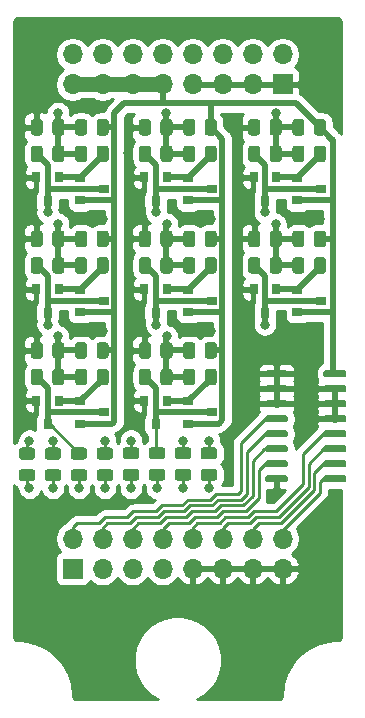
<source format=gtl>
%TF.GenerationSoftware,KiCad,Pcbnew,(5.1.9)-1*%
%TF.CreationDate,2021-08-13T19:59:19+01:00*%
%TF.ProjectId,PullUpDown,50756c6c-5570-4446-9f77-6e2e6b696361,rev?*%
%TF.SameCoordinates,Original*%
%TF.FileFunction,Copper,L1,Top*%
%TF.FilePolarity,Positive*%
%FSLAX46Y46*%
G04 Gerber Fmt 4.6, Leading zero omitted, Abs format (unit mm)*
G04 Created by KiCad (PCBNEW (5.1.9)-1) date 2021-08-13 19:59:19*
%MOMM*%
%LPD*%
G01*
G04 APERTURE LIST*
%TA.AperFunction,ComponentPad*%
%ADD10R,1.700000X1.700000*%
%TD*%
%TA.AperFunction,ComponentPad*%
%ADD11O,1.700000X1.700000*%
%TD*%
%TA.AperFunction,SMDPad,CuDef*%
%ADD12R,0.800000X0.900000*%
%TD*%
%TA.AperFunction,SMDPad,CuDef*%
%ADD13R,0.900000X0.800000*%
%TD*%
%TA.AperFunction,ViaPad*%
%ADD14C,0.800000*%
%TD*%
%TA.AperFunction,Conductor*%
%ADD15C,1.270000*%
%TD*%
%TA.AperFunction,Conductor*%
%ADD16C,0.500000*%
%TD*%
%TA.AperFunction,Conductor*%
%ADD17C,0.250000*%
%TD*%
%TA.AperFunction,Conductor*%
%ADD18C,0.254000*%
%TD*%
%TA.AperFunction,Conductor*%
%ADD19C,0.100000*%
%TD*%
G04 APERTURE END LIST*
D10*
%TO.P,J1,1*%
%TO.N,+5V*%
X26110000Y-67770000D03*
D11*
%TO.P,J1,2*%
%TO.N,O0*%
X26110000Y-65230000D03*
%TO.P,J1,3*%
%TO.N,+5V*%
X28650000Y-67770000D03*
%TO.P,J1,4*%
%TO.N,O1*%
X28650000Y-65230000D03*
%TO.P,J1,5*%
%TO.N,+5V*%
X31190000Y-67770000D03*
%TO.P,J1,6*%
%TO.N,O2*%
X31190000Y-65230000D03*
%TO.P,J1,7*%
%TO.N,+5V*%
X33730000Y-67770000D03*
%TO.P,J1,8*%
%TO.N,O3*%
X33730000Y-65230000D03*
%TO.P,J1,9*%
%TO.N,GND*%
X36270000Y-67770000D03*
%TO.P,J1,10*%
%TO.N,O4*%
X36270000Y-65230000D03*
%TO.P,J1,11*%
%TO.N,GND*%
X38810000Y-67770000D03*
%TO.P,J1,12*%
%TO.N,O5*%
X38810000Y-65230000D03*
%TO.P,J1,13*%
%TO.N,GND*%
X41350000Y-67770000D03*
%TO.P,J1,14*%
%TO.N,O6*%
X41350000Y-65230000D03*
%TO.P,J1,15*%
%TO.N,GND*%
X43890000Y-67770000D03*
%TO.P,J1,16*%
%TO.N,O7*%
X43890000Y-65230000D03*
%TD*%
%TO.P,R38,1*%
%TO.N,O7*%
%TA.AperFunction,SMDPad,CuDef*%
G36*
G01*
X38106002Y-60349000D02*
X37205998Y-60349000D01*
G75*
G02*
X36956000Y-60099002I0J249998D01*
G01*
X36956000Y-59573998D01*
G75*
G02*
X37205998Y-59324000I249998J0D01*
G01*
X38106002Y-59324000D01*
G75*
G02*
X38356000Y-59573998I0J-249998D01*
G01*
X38356000Y-60099002D01*
G75*
G02*
X38106002Y-60349000I-249998J0D01*
G01*
G37*
%TD.AperFunction*%
%TO.P,R38,2*%
%TO.N,Net-(Q15-Pad3)*%
%TA.AperFunction,SMDPad,CuDef*%
G36*
G01*
X38106002Y-58524000D02*
X37205998Y-58524000D01*
G75*
G02*
X36956000Y-58274002I0J249998D01*
G01*
X36956000Y-57748998D01*
G75*
G02*
X37205998Y-57499000I249998J0D01*
G01*
X38106002Y-57499000D01*
G75*
G02*
X38356000Y-57748998I0J-249998D01*
G01*
X38356000Y-58274002D01*
G75*
G02*
X38106002Y-58524000I-249998J0D01*
G01*
G37*
%TD.AperFunction*%
%TD*%
%TO.P,R33,1*%
%TO.N,O6*%
%TA.AperFunction,SMDPad,CuDef*%
G36*
G01*
X35906002Y-60336500D02*
X35005998Y-60336500D01*
G75*
G02*
X34756000Y-60086502I0J249998D01*
G01*
X34756000Y-59561498D01*
G75*
G02*
X35005998Y-59311500I249998J0D01*
G01*
X35906002Y-59311500D01*
G75*
G02*
X36156000Y-59561498I0J-249998D01*
G01*
X36156000Y-60086502D01*
G75*
G02*
X35906002Y-60336500I-249998J0D01*
G01*
G37*
%TD.AperFunction*%
%TO.P,R33,2*%
%TO.N,Net-(Q13-Pad3)*%
%TA.AperFunction,SMDPad,CuDef*%
G36*
G01*
X35906002Y-58511500D02*
X35005998Y-58511500D01*
G75*
G02*
X34756000Y-58261502I0J249998D01*
G01*
X34756000Y-57736498D01*
G75*
G02*
X35005998Y-57486500I249998J0D01*
G01*
X35906002Y-57486500D01*
G75*
G02*
X36156000Y-57736498I0J-249998D01*
G01*
X36156000Y-58261502D01*
G75*
G02*
X35906002Y-58511500I-249998J0D01*
G01*
G37*
%TD.AperFunction*%
%TD*%
%TO.P,R28,1*%
%TO.N,O5*%
%TA.AperFunction,SMDPad,CuDef*%
G36*
G01*
X33706002Y-60336500D02*
X32805998Y-60336500D01*
G75*
G02*
X32556000Y-60086502I0J249998D01*
G01*
X32556000Y-59561498D01*
G75*
G02*
X32805998Y-59311500I249998J0D01*
G01*
X33706002Y-59311500D01*
G75*
G02*
X33956000Y-59561498I0J-249998D01*
G01*
X33956000Y-60086502D01*
G75*
G02*
X33706002Y-60336500I-249998J0D01*
G01*
G37*
%TD.AperFunction*%
%TO.P,R28,2*%
%TO.N,Net-(Q11-Pad3)*%
%TA.AperFunction,SMDPad,CuDef*%
G36*
G01*
X33706002Y-58511500D02*
X32805998Y-58511500D01*
G75*
G02*
X32556000Y-58261502I0J249998D01*
G01*
X32556000Y-57736498D01*
G75*
G02*
X32805998Y-57486500I249998J0D01*
G01*
X33706002Y-57486500D01*
G75*
G02*
X33956000Y-57736498I0J-249998D01*
G01*
X33956000Y-58261502D01*
G75*
G02*
X33706002Y-58511500I-249998J0D01*
G01*
G37*
%TD.AperFunction*%
%TD*%
%TO.P,R23,1*%
%TO.N,O4*%
%TA.AperFunction,SMDPad,CuDef*%
G36*
G01*
X31506002Y-60336500D02*
X30605998Y-60336500D01*
G75*
G02*
X30356000Y-60086502I0J249998D01*
G01*
X30356000Y-59561498D01*
G75*
G02*
X30605998Y-59311500I249998J0D01*
G01*
X31506002Y-59311500D01*
G75*
G02*
X31756000Y-59561498I0J-249998D01*
G01*
X31756000Y-60086502D01*
G75*
G02*
X31506002Y-60336500I-249998J0D01*
G01*
G37*
%TD.AperFunction*%
%TO.P,R23,2*%
%TO.N,Net-(Q10-Pad3)*%
%TA.AperFunction,SMDPad,CuDef*%
G36*
G01*
X31506002Y-58511500D02*
X30605998Y-58511500D01*
G75*
G02*
X30356000Y-58261502I0J249998D01*
G01*
X30356000Y-57736498D01*
G75*
G02*
X30605998Y-57486500I249998J0D01*
G01*
X31506002Y-57486500D01*
G75*
G02*
X31756000Y-57736498I0J-249998D01*
G01*
X31756000Y-58261502D01*
G75*
G02*
X31506002Y-58511500I-249998J0D01*
G01*
G37*
%TD.AperFunction*%
%TD*%
%TO.P,R18,1*%
%TO.N,O3*%
%TA.AperFunction,SMDPad,CuDef*%
G36*
G01*
X29306002Y-60361500D02*
X28405998Y-60361500D01*
G75*
G02*
X28156000Y-60111502I0J249998D01*
G01*
X28156000Y-59586498D01*
G75*
G02*
X28405998Y-59336500I249998J0D01*
G01*
X29306002Y-59336500D01*
G75*
G02*
X29556000Y-59586498I0J-249998D01*
G01*
X29556000Y-60111502D01*
G75*
G02*
X29306002Y-60361500I-249998J0D01*
G01*
G37*
%TD.AperFunction*%
%TO.P,R18,2*%
%TO.N,Net-(Q7-Pad3)*%
%TA.AperFunction,SMDPad,CuDef*%
G36*
G01*
X29306002Y-58536500D02*
X28405998Y-58536500D01*
G75*
G02*
X28156000Y-58286502I0J249998D01*
G01*
X28156000Y-57761498D01*
G75*
G02*
X28405998Y-57511500I249998J0D01*
G01*
X29306002Y-57511500D01*
G75*
G02*
X29556000Y-57761498I0J-249998D01*
G01*
X29556000Y-58286502D01*
G75*
G02*
X29306002Y-58536500I-249998J0D01*
G01*
G37*
%TD.AperFunction*%
%TD*%
%TO.P,R13,1*%
%TO.N,O2*%
%TA.AperFunction,SMDPad,CuDef*%
G36*
G01*
X27106002Y-60361500D02*
X26205998Y-60361500D01*
G75*
G02*
X25956000Y-60111502I0J249998D01*
G01*
X25956000Y-59586498D01*
G75*
G02*
X26205998Y-59336500I249998J0D01*
G01*
X27106002Y-59336500D01*
G75*
G02*
X27356000Y-59586498I0J-249998D01*
G01*
X27356000Y-60111502D01*
G75*
G02*
X27106002Y-60361500I-249998J0D01*
G01*
G37*
%TD.AperFunction*%
%TO.P,R13,2*%
%TO.N,Net-(Q5-Pad3)*%
%TA.AperFunction,SMDPad,CuDef*%
G36*
G01*
X27106002Y-58536500D02*
X26205998Y-58536500D01*
G75*
G02*
X25956000Y-58286502I0J249998D01*
G01*
X25956000Y-57761498D01*
G75*
G02*
X26205998Y-57511500I249998J0D01*
G01*
X27106002Y-57511500D01*
G75*
G02*
X27356000Y-57761498I0J-249998D01*
G01*
X27356000Y-58286502D01*
G75*
G02*
X27106002Y-58536500I-249998J0D01*
G01*
G37*
%TD.AperFunction*%
%TD*%
%TO.P,R8,1*%
%TO.N,O1*%
%TA.AperFunction,SMDPad,CuDef*%
G36*
G01*
X24906002Y-60361500D02*
X24005998Y-60361500D01*
G75*
G02*
X23756000Y-60111502I0J249998D01*
G01*
X23756000Y-59586498D01*
G75*
G02*
X24005998Y-59336500I249998J0D01*
G01*
X24906002Y-59336500D01*
G75*
G02*
X25156000Y-59586498I0J-249998D01*
G01*
X25156000Y-60111502D01*
G75*
G02*
X24906002Y-60361500I-249998J0D01*
G01*
G37*
%TD.AperFunction*%
%TO.P,R8,2*%
%TO.N,Net-(Q3-Pad3)*%
%TA.AperFunction,SMDPad,CuDef*%
G36*
G01*
X24906002Y-58536500D02*
X24005998Y-58536500D01*
G75*
G02*
X23756000Y-58286502I0J249998D01*
G01*
X23756000Y-57761498D01*
G75*
G02*
X24005998Y-57511500I249998J0D01*
G01*
X24906002Y-57511500D01*
G75*
G02*
X25156000Y-57761498I0J-249998D01*
G01*
X25156000Y-58286502D01*
G75*
G02*
X24906002Y-58536500I-249998J0D01*
G01*
G37*
%TD.AperFunction*%
%TD*%
%TO.P,R3,1*%
%TO.N,O0*%
%TA.AperFunction,SMDPad,CuDef*%
G36*
G01*
X22706002Y-60361500D02*
X21805998Y-60361500D01*
G75*
G02*
X21556000Y-60111502I0J249998D01*
G01*
X21556000Y-59586498D01*
G75*
G02*
X21805998Y-59336500I249998J0D01*
G01*
X22706002Y-59336500D01*
G75*
G02*
X22956000Y-59586498I0J-249998D01*
G01*
X22956000Y-60111502D01*
G75*
G02*
X22706002Y-60361500I-249998J0D01*
G01*
G37*
%TD.AperFunction*%
%TO.P,R3,2*%
%TO.N,Net-(Q1-Pad3)*%
%TA.AperFunction,SMDPad,CuDef*%
G36*
G01*
X22706002Y-58536500D02*
X21805998Y-58536500D01*
G75*
G02*
X21556000Y-58286502I0J249998D01*
G01*
X21556000Y-57761498D01*
G75*
G02*
X21805998Y-57511500I249998J0D01*
G01*
X22706002Y-57511500D01*
G75*
G02*
X22956000Y-57761498I0J-249998D01*
G01*
X22956000Y-58286502D01*
G75*
G02*
X22706002Y-58536500I-249998J0D01*
G01*
G37*
%TD.AperFunction*%
%TD*%
%TO.P,U1,16*%
%TO.N,+5V*%
%TA.AperFunction,SMDPad,CuDef*%
G36*
G01*
X47356000Y-51429000D02*
X47356000Y-51129000D01*
G75*
G02*
X47506000Y-50979000I150000J0D01*
G01*
X49156000Y-50979000D01*
G75*
G02*
X49306000Y-51129000I0J-150000D01*
G01*
X49306000Y-51429000D01*
G75*
G02*
X49156000Y-51579000I-150000J0D01*
G01*
X47506000Y-51579000D01*
G75*
G02*
X47356000Y-51429000I0J150000D01*
G01*
G37*
%TD.AperFunction*%
%TO.P,U1,15*%
%TO.N,GND*%
%TA.AperFunction,SMDPad,CuDef*%
G36*
G01*
X47356000Y-52699000D02*
X47356000Y-52399000D01*
G75*
G02*
X47506000Y-52249000I150000J0D01*
G01*
X49156000Y-52249000D01*
G75*
G02*
X49306000Y-52399000I0J-150000D01*
G01*
X49306000Y-52699000D01*
G75*
G02*
X49156000Y-52849000I-150000J0D01*
G01*
X47506000Y-52849000D01*
G75*
G02*
X47356000Y-52699000I0J150000D01*
G01*
G37*
%TD.AperFunction*%
%TO.P,U1,14*%
%TA.AperFunction,SMDPad,CuDef*%
G36*
G01*
X47356000Y-53969000D02*
X47356000Y-53669000D01*
G75*
G02*
X47506000Y-53519000I150000J0D01*
G01*
X49156000Y-53519000D01*
G75*
G02*
X49306000Y-53669000I0J-150000D01*
G01*
X49306000Y-53969000D01*
G75*
G02*
X49156000Y-54119000I-150000J0D01*
G01*
X47506000Y-54119000D01*
G75*
G02*
X47356000Y-53969000I0J150000D01*
G01*
G37*
%TD.AperFunction*%
%TO.P,U1,13*%
%TA.AperFunction,SMDPad,CuDef*%
G36*
G01*
X47356000Y-55239000D02*
X47356000Y-54939000D01*
G75*
G02*
X47506000Y-54789000I150000J0D01*
G01*
X49156000Y-54789000D01*
G75*
G02*
X49306000Y-54939000I0J-150000D01*
G01*
X49306000Y-55239000D01*
G75*
G02*
X49156000Y-55389000I-150000J0D01*
G01*
X47506000Y-55389000D01*
G75*
G02*
X47356000Y-55239000I0J150000D01*
G01*
G37*
%TD.AperFunction*%
%TO.P,U1,12*%
%TO.N,O4*%
%TA.AperFunction,SMDPad,CuDef*%
G36*
G01*
X47356000Y-56509000D02*
X47356000Y-56209000D01*
G75*
G02*
X47506000Y-56059000I150000J0D01*
G01*
X49156000Y-56059000D01*
G75*
G02*
X49306000Y-56209000I0J-150000D01*
G01*
X49306000Y-56509000D01*
G75*
G02*
X49156000Y-56659000I-150000J0D01*
G01*
X47506000Y-56659000D01*
G75*
G02*
X47356000Y-56509000I0J150000D01*
G01*
G37*
%TD.AperFunction*%
%TO.P,U1,11*%
%TO.N,O5*%
%TA.AperFunction,SMDPad,CuDef*%
G36*
G01*
X47356000Y-57779000D02*
X47356000Y-57479000D01*
G75*
G02*
X47506000Y-57329000I150000J0D01*
G01*
X49156000Y-57329000D01*
G75*
G02*
X49306000Y-57479000I0J-150000D01*
G01*
X49306000Y-57779000D01*
G75*
G02*
X49156000Y-57929000I-150000J0D01*
G01*
X47506000Y-57929000D01*
G75*
G02*
X47356000Y-57779000I0J150000D01*
G01*
G37*
%TD.AperFunction*%
%TO.P,U1,10*%
%TO.N,O6*%
%TA.AperFunction,SMDPad,CuDef*%
G36*
G01*
X47356000Y-59049000D02*
X47356000Y-58749000D01*
G75*
G02*
X47506000Y-58599000I150000J0D01*
G01*
X49156000Y-58599000D01*
G75*
G02*
X49306000Y-58749000I0J-150000D01*
G01*
X49306000Y-59049000D01*
G75*
G02*
X49156000Y-59199000I-150000J0D01*
G01*
X47506000Y-59199000D01*
G75*
G02*
X47356000Y-59049000I0J150000D01*
G01*
G37*
%TD.AperFunction*%
%TO.P,U1,9*%
%TO.N,O7*%
%TA.AperFunction,SMDPad,CuDef*%
G36*
G01*
X47356000Y-60319000D02*
X47356000Y-60019000D01*
G75*
G02*
X47506000Y-59869000I150000J0D01*
G01*
X49156000Y-59869000D01*
G75*
G02*
X49306000Y-60019000I0J-150000D01*
G01*
X49306000Y-60319000D01*
G75*
G02*
X49156000Y-60469000I-150000J0D01*
G01*
X47506000Y-60469000D01*
G75*
G02*
X47356000Y-60319000I0J150000D01*
G01*
G37*
%TD.AperFunction*%
%TO.P,U1,8*%
%TO.N,GND*%
%TA.AperFunction,SMDPad,CuDef*%
G36*
G01*
X42406000Y-60319000D02*
X42406000Y-60019000D01*
G75*
G02*
X42556000Y-59869000I150000J0D01*
G01*
X44206000Y-59869000D01*
G75*
G02*
X44356000Y-60019000I0J-150000D01*
G01*
X44356000Y-60319000D01*
G75*
G02*
X44206000Y-60469000I-150000J0D01*
G01*
X42556000Y-60469000D01*
G75*
G02*
X42406000Y-60319000I0J150000D01*
G01*
G37*
%TD.AperFunction*%
%TO.P,U1,7*%
%TO.N,O3*%
%TA.AperFunction,SMDPad,CuDef*%
G36*
G01*
X42406000Y-59049000D02*
X42406000Y-58749000D01*
G75*
G02*
X42556000Y-58599000I150000J0D01*
G01*
X44206000Y-58599000D01*
G75*
G02*
X44356000Y-58749000I0J-150000D01*
G01*
X44356000Y-59049000D01*
G75*
G02*
X44206000Y-59199000I-150000J0D01*
G01*
X42556000Y-59199000D01*
G75*
G02*
X42406000Y-59049000I0J150000D01*
G01*
G37*
%TD.AperFunction*%
%TO.P,U1,6*%
%TO.N,O2*%
%TA.AperFunction,SMDPad,CuDef*%
G36*
G01*
X42406000Y-57779000D02*
X42406000Y-57479000D01*
G75*
G02*
X42556000Y-57329000I150000J0D01*
G01*
X44206000Y-57329000D01*
G75*
G02*
X44356000Y-57479000I0J-150000D01*
G01*
X44356000Y-57779000D01*
G75*
G02*
X44206000Y-57929000I-150000J0D01*
G01*
X42556000Y-57929000D01*
G75*
G02*
X42406000Y-57779000I0J150000D01*
G01*
G37*
%TD.AperFunction*%
%TO.P,U1,5*%
%TO.N,O1*%
%TA.AperFunction,SMDPad,CuDef*%
G36*
G01*
X42406000Y-56509000D02*
X42406000Y-56209000D01*
G75*
G02*
X42556000Y-56059000I150000J0D01*
G01*
X44206000Y-56059000D01*
G75*
G02*
X44356000Y-56209000I0J-150000D01*
G01*
X44356000Y-56509000D01*
G75*
G02*
X44206000Y-56659000I-150000J0D01*
G01*
X42556000Y-56659000D01*
G75*
G02*
X42406000Y-56509000I0J150000D01*
G01*
G37*
%TD.AperFunction*%
%TO.P,U1,4*%
%TO.N,O0*%
%TA.AperFunction,SMDPad,CuDef*%
G36*
G01*
X42406000Y-55239000D02*
X42406000Y-54939000D01*
G75*
G02*
X42556000Y-54789000I150000J0D01*
G01*
X44206000Y-54789000D01*
G75*
G02*
X44356000Y-54939000I0J-150000D01*
G01*
X44356000Y-55239000D01*
G75*
G02*
X44206000Y-55389000I-150000J0D01*
G01*
X42556000Y-55389000D01*
G75*
G02*
X42406000Y-55239000I0J150000D01*
G01*
G37*
%TD.AperFunction*%
%TO.P,U1,3*%
%TO.N,GND*%
%TA.AperFunction,SMDPad,CuDef*%
G36*
G01*
X42406000Y-53969000D02*
X42406000Y-53669000D01*
G75*
G02*
X42556000Y-53519000I150000J0D01*
G01*
X44206000Y-53519000D01*
G75*
G02*
X44356000Y-53669000I0J-150000D01*
G01*
X44356000Y-53969000D01*
G75*
G02*
X44206000Y-54119000I-150000J0D01*
G01*
X42556000Y-54119000D01*
G75*
G02*
X42406000Y-53969000I0J150000D01*
G01*
G37*
%TD.AperFunction*%
%TO.P,U1,2*%
%TA.AperFunction,SMDPad,CuDef*%
G36*
G01*
X42406000Y-52699000D02*
X42406000Y-52399000D01*
G75*
G02*
X42556000Y-52249000I150000J0D01*
G01*
X44206000Y-52249000D01*
G75*
G02*
X44356000Y-52399000I0J-150000D01*
G01*
X44356000Y-52699000D01*
G75*
G02*
X44206000Y-52849000I-150000J0D01*
G01*
X42556000Y-52849000D01*
G75*
G02*
X42406000Y-52699000I0J150000D01*
G01*
G37*
%TD.AperFunction*%
%TO.P,U1,1*%
%TA.AperFunction,SMDPad,CuDef*%
G36*
G01*
X42406000Y-51429000D02*
X42406000Y-51129000D01*
G75*
G02*
X42556000Y-50979000I150000J0D01*
G01*
X44206000Y-50979000D01*
G75*
G02*
X44356000Y-51129000I0J-150000D01*
G01*
X44356000Y-51429000D01*
G75*
G02*
X44206000Y-51579000I-150000J0D01*
G01*
X42556000Y-51579000D01*
G75*
G02*
X42406000Y-51429000I0J150000D01*
G01*
G37*
%TD.AperFunction*%
%TD*%
%TO.P,R40,2*%
%TO.N,I7*%
%TA.AperFunction,SMDPad,CuDef*%
G36*
G01*
X42800000Y-42550002D02*
X42800000Y-41649998D01*
G75*
G02*
X43049998Y-41400000I249998J0D01*
G01*
X43575002Y-41400000D01*
G75*
G02*
X43825000Y-41649998I0J-249998D01*
G01*
X43825000Y-42550002D01*
G75*
G02*
X43575002Y-42800000I-249998J0D01*
G01*
X43049998Y-42800000D01*
G75*
G02*
X42800000Y-42550002I0J249998D01*
G01*
G37*
%TD.AperFunction*%
%TO.P,R40,1*%
%TO.N,Net-(Q15-Pad3)*%
%TA.AperFunction,SMDPad,CuDef*%
G36*
G01*
X40975000Y-42550002D02*
X40975000Y-41649998D01*
G75*
G02*
X41224998Y-41400000I249998J0D01*
G01*
X41750002Y-41400000D01*
G75*
G02*
X42000000Y-41649998I0J-249998D01*
G01*
X42000000Y-42550002D01*
G75*
G02*
X41750002Y-42800000I-249998J0D01*
G01*
X41224998Y-42800000D01*
G75*
G02*
X40975000Y-42550002I0J249998D01*
G01*
G37*
%TD.AperFunction*%
%TD*%
%TO.P,R39,2*%
%TO.N,I7*%
%TA.AperFunction,SMDPad,CuDef*%
G36*
G01*
X42800000Y-40300002D02*
X42800000Y-39399998D01*
G75*
G02*
X43049998Y-39150000I249998J0D01*
G01*
X43575002Y-39150000D01*
G75*
G02*
X43825000Y-39399998I0J-249998D01*
G01*
X43825000Y-40300002D01*
G75*
G02*
X43575002Y-40550000I-249998J0D01*
G01*
X43049998Y-40550000D01*
G75*
G02*
X42800000Y-40300002I0J249998D01*
G01*
G37*
%TD.AperFunction*%
%TO.P,R39,1*%
%TO.N,GND*%
%TA.AperFunction,SMDPad,CuDef*%
G36*
G01*
X40975000Y-40300002D02*
X40975000Y-39399998D01*
G75*
G02*
X41224998Y-39150000I249998J0D01*
G01*
X41750002Y-39150000D01*
G75*
G02*
X42000000Y-39399998I0J-249998D01*
G01*
X42000000Y-40300002D01*
G75*
G02*
X41750002Y-40550000I-249998J0D01*
G01*
X41224998Y-40550000D01*
G75*
G02*
X40975000Y-40300002I0J249998D01*
G01*
G37*
%TD.AperFunction*%
%TD*%
%TO.P,R37,2*%
%TO.N,Net-(Q15-Pad1)*%
%TA.AperFunction,SMDPad,CuDef*%
G36*
G01*
X46550000Y-42550002D02*
X46550000Y-41649998D01*
G75*
G02*
X46799998Y-41400000I249998J0D01*
G01*
X47325002Y-41400000D01*
G75*
G02*
X47575000Y-41649998I0J-249998D01*
G01*
X47575000Y-42550002D01*
G75*
G02*
X47325002Y-42800000I-249998J0D01*
G01*
X46799998Y-42800000D01*
G75*
G02*
X46550000Y-42550002I0J249998D01*
G01*
G37*
%TD.AperFunction*%
%TO.P,R37,1*%
%TO.N,I7*%
%TA.AperFunction,SMDPad,CuDef*%
G36*
G01*
X44725000Y-42550002D02*
X44725000Y-41649998D01*
G75*
G02*
X44974998Y-41400000I249998J0D01*
G01*
X45500002Y-41400000D01*
G75*
G02*
X45750000Y-41649998I0J-249998D01*
G01*
X45750000Y-42550002D01*
G75*
G02*
X45500002Y-42800000I-249998J0D01*
G01*
X44974998Y-42800000D01*
G75*
G02*
X44725000Y-42550002I0J249998D01*
G01*
G37*
%TD.AperFunction*%
%TD*%
%TO.P,R36,2*%
%TO.N,+5V*%
%TA.AperFunction,SMDPad,CuDef*%
G36*
G01*
X46550000Y-40300002D02*
X46550000Y-39399998D01*
G75*
G02*
X46799998Y-39150000I249998J0D01*
G01*
X47325002Y-39150000D01*
G75*
G02*
X47575000Y-39399998I0J-249998D01*
G01*
X47575000Y-40300002D01*
G75*
G02*
X47325002Y-40550000I-249998J0D01*
G01*
X46799998Y-40550000D01*
G75*
G02*
X46550000Y-40300002I0J249998D01*
G01*
G37*
%TD.AperFunction*%
%TO.P,R36,1*%
%TO.N,I7*%
%TA.AperFunction,SMDPad,CuDef*%
G36*
G01*
X44725000Y-40300002D02*
X44725000Y-39399998D01*
G75*
G02*
X44974998Y-39150000I249998J0D01*
G01*
X45500002Y-39150000D01*
G75*
G02*
X45750000Y-39399998I0J-249998D01*
G01*
X45750000Y-40300002D01*
G75*
G02*
X45500002Y-40550000I-249998J0D01*
G01*
X44974998Y-40550000D01*
G75*
G02*
X44725000Y-40300002I0J249998D01*
G01*
G37*
%TD.AperFunction*%
%TD*%
%TO.P,R35,2*%
%TO.N,I6*%
%TA.AperFunction,SMDPad,CuDef*%
G36*
G01*
X42800000Y-33100002D02*
X42800000Y-32199998D01*
G75*
G02*
X43049998Y-31950000I249998J0D01*
G01*
X43575002Y-31950000D01*
G75*
G02*
X43825000Y-32199998I0J-249998D01*
G01*
X43825000Y-33100002D01*
G75*
G02*
X43575002Y-33350000I-249998J0D01*
G01*
X43049998Y-33350000D01*
G75*
G02*
X42800000Y-33100002I0J249998D01*
G01*
G37*
%TD.AperFunction*%
%TO.P,R35,1*%
%TO.N,Net-(Q13-Pad3)*%
%TA.AperFunction,SMDPad,CuDef*%
G36*
G01*
X40975000Y-33100002D02*
X40975000Y-32199998D01*
G75*
G02*
X41224998Y-31950000I249998J0D01*
G01*
X41750002Y-31950000D01*
G75*
G02*
X42000000Y-32199998I0J-249998D01*
G01*
X42000000Y-33100002D01*
G75*
G02*
X41750002Y-33350000I-249998J0D01*
G01*
X41224998Y-33350000D01*
G75*
G02*
X40975000Y-33100002I0J249998D01*
G01*
G37*
%TD.AperFunction*%
%TD*%
%TO.P,R34,2*%
%TO.N,I6*%
%TA.AperFunction,SMDPad,CuDef*%
G36*
G01*
X42800000Y-30850002D02*
X42800000Y-29949998D01*
G75*
G02*
X43049998Y-29700000I249998J0D01*
G01*
X43575002Y-29700000D01*
G75*
G02*
X43825000Y-29949998I0J-249998D01*
G01*
X43825000Y-30850002D01*
G75*
G02*
X43575002Y-31100000I-249998J0D01*
G01*
X43049998Y-31100000D01*
G75*
G02*
X42800000Y-30850002I0J249998D01*
G01*
G37*
%TD.AperFunction*%
%TO.P,R34,1*%
%TO.N,GND*%
%TA.AperFunction,SMDPad,CuDef*%
G36*
G01*
X40975000Y-30850002D02*
X40975000Y-29949998D01*
G75*
G02*
X41224998Y-29700000I249998J0D01*
G01*
X41750002Y-29700000D01*
G75*
G02*
X42000000Y-29949998I0J-249998D01*
G01*
X42000000Y-30850002D01*
G75*
G02*
X41750002Y-31100000I-249998J0D01*
G01*
X41224998Y-31100000D01*
G75*
G02*
X40975000Y-30850002I0J249998D01*
G01*
G37*
%TD.AperFunction*%
%TD*%
%TO.P,R32,2*%
%TO.N,Net-(Q13-Pad1)*%
%TA.AperFunction,SMDPad,CuDef*%
G36*
G01*
X46550000Y-33100002D02*
X46550000Y-32199998D01*
G75*
G02*
X46799998Y-31950000I249998J0D01*
G01*
X47325002Y-31950000D01*
G75*
G02*
X47575000Y-32199998I0J-249998D01*
G01*
X47575000Y-33100002D01*
G75*
G02*
X47325002Y-33350000I-249998J0D01*
G01*
X46799998Y-33350000D01*
G75*
G02*
X46550000Y-33100002I0J249998D01*
G01*
G37*
%TD.AperFunction*%
%TO.P,R32,1*%
%TO.N,I6*%
%TA.AperFunction,SMDPad,CuDef*%
G36*
G01*
X44725000Y-33100002D02*
X44725000Y-32199998D01*
G75*
G02*
X44974998Y-31950000I249998J0D01*
G01*
X45500002Y-31950000D01*
G75*
G02*
X45750000Y-32199998I0J-249998D01*
G01*
X45750000Y-33100002D01*
G75*
G02*
X45500002Y-33350000I-249998J0D01*
G01*
X44974998Y-33350000D01*
G75*
G02*
X44725000Y-33100002I0J249998D01*
G01*
G37*
%TD.AperFunction*%
%TD*%
%TO.P,R31,2*%
%TO.N,+5V*%
%TA.AperFunction,SMDPad,CuDef*%
G36*
G01*
X46550000Y-30850002D02*
X46550000Y-29949998D01*
G75*
G02*
X46799998Y-29700000I249998J0D01*
G01*
X47325002Y-29700000D01*
G75*
G02*
X47575000Y-29949998I0J-249998D01*
G01*
X47575000Y-30850002D01*
G75*
G02*
X47325002Y-31100000I-249998J0D01*
G01*
X46799998Y-31100000D01*
G75*
G02*
X46550000Y-30850002I0J249998D01*
G01*
G37*
%TD.AperFunction*%
%TO.P,R31,1*%
%TO.N,I6*%
%TA.AperFunction,SMDPad,CuDef*%
G36*
G01*
X44725000Y-30850002D02*
X44725000Y-29949998D01*
G75*
G02*
X44974998Y-29700000I249998J0D01*
G01*
X45500002Y-29700000D01*
G75*
G02*
X45750000Y-29949998I0J-249998D01*
G01*
X45750000Y-30850002D01*
G75*
G02*
X45500002Y-31100000I-249998J0D01*
G01*
X44974998Y-31100000D01*
G75*
G02*
X44725000Y-30850002I0J249998D01*
G01*
G37*
%TD.AperFunction*%
%TD*%
%TO.P,R30,2*%
%TO.N,I5*%
%TA.AperFunction,SMDPad,CuDef*%
G36*
G01*
X33550000Y-52000002D02*
X33550000Y-51099998D01*
G75*
G02*
X33799998Y-50850000I249998J0D01*
G01*
X34325002Y-50850000D01*
G75*
G02*
X34575000Y-51099998I0J-249998D01*
G01*
X34575000Y-52000002D01*
G75*
G02*
X34325002Y-52250000I-249998J0D01*
G01*
X33799998Y-52250000D01*
G75*
G02*
X33550000Y-52000002I0J249998D01*
G01*
G37*
%TD.AperFunction*%
%TO.P,R30,1*%
%TO.N,Net-(Q11-Pad3)*%
%TA.AperFunction,SMDPad,CuDef*%
G36*
G01*
X31725000Y-52000002D02*
X31725000Y-51099998D01*
G75*
G02*
X31974998Y-50850000I249998J0D01*
G01*
X32500002Y-50850000D01*
G75*
G02*
X32750000Y-51099998I0J-249998D01*
G01*
X32750000Y-52000002D01*
G75*
G02*
X32500002Y-52250000I-249998J0D01*
G01*
X31974998Y-52250000D01*
G75*
G02*
X31725000Y-52000002I0J249998D01*
G01*
G37*
%TD.AperFunction*%
%TD*%
%TO.P,R29,2*%
%TO.N,I5*%
%TA.AperFunction,SMDPad,CuDef*%
G36*
G01*
X33550000Y-49750002D02*
X33550000Y-48849998D01*
G75*
G02*
X33799998Y-48600000I249998J0D01*
G01*
X34325002Y-48600000D01*
G75*
G02*
X34575000Y-48849998I0J-249998D01*
G01*
X34575000Y-49750002D01*
G75*
G02*
X34325002Y-50000000I-249998J0D01*
G01*
X33799998Y-50000000D01*
G75*
G02*
X33550000Y-49750002I0J249998D01*
G01*
G37*
%TD.AperFunction*%
%TO.P,R29,1*%
%TO.N,GND*%
%TA.AperFunction,SMDPad,CuDef*%
G36*
G01*
X31725000Y-49750002D02*
X31725000Y-48849998D01*
G75*
G02*
X31974998Y-48600000I249998J0D01*
G01*
X32500002Y-48600000D01*
G75*
G02*
X32750000Y-48849998I0J-249998D01*
G01*
X32750000Y-49750002D01*
G75*
G02*
X32500002Y-50000000I-249998J0D01*
G01*
X31974998Y-50000000D01*
G75*
G02*
X31725000Y-49750002I0J249998D01*
G01*
G37*
%TD.AperFunction*%
%TD*%
%TO.P,R27,2*%
%TO.N,Net-(Q11-Pad1)*%
%TA.AperFunction,SMDPad,CuDef*%
G36*
G01*
X37300000Y-52000002D02*
X37300000Y-51099998D01*
G75*
G02*
X37549998Y-50850000I249998J0D01*
G01*
X38075002Y-50850000D01*
G75*
G02*
X38325000Y-51099998I0J-249998D01*
G01*
X38325000Y-52000002D01*
G75*
G02*
X38075002Y-52250000I-249998J0D01*
G01*
X37549998Y-52250000D01*
G75*
G02*
X37300000Y-52000002I0J249998D01*
G01*
G37*
%TD.AperFunction*%
%TO.P,R27,1*%
%TO.N,I5*%
%TA.AperFunction,SMDPad,CuDef*%
G36*
G01*
X35475000Y-52000002D02*
X35475000Y-51099998D01*
G75*
G02*
X35724998Y-50850000I249998J0D01*
G01*
X36250002Y-50850000D01*
G75*
G02*
X36500000Y-51099998I0J-249998D01*
G01*
X36500000Y-52000002D01*
G75*
G02*
X36250002Y-52250000I-249998J0D01*
G01*
X35724998Y-52250000D01*
G75*
G02*
X35475000Y-52000002I0J249998D01*
G01*
G37*
%TD.AperFunction*%
%TD*%
%TO.P,R26,2*%
%TO.N,+5V*%
%TA.AperFunction,SMDPad,CuDef*%
G36*
G01*
X37300000Y-49750002D02*
X37300000Y-48849998D01*
G75*
G02*
X37549998Y-48600000I249998J0D01*
G01*
X38075002Y-48600000D01*
G75*
G02*
X38325000Y-48849998I0J-249998D01*
G01*
X38325000Y-49750002D01*
G75*
G02*
X38075002Y-50000000I-249998J0D01*
G01*
X37549998Y-50000000D01*
G75*
G02*
X37300000Y-49750002I0J249998D01*
G01*
G37*
%TD.AperFunction*%
%TO.P,R26,1*%
%TO.N,I5*%
%TA.AperFunction,SMDPad,CuDef*%
G36*
G01*
X35475000Y-49750002D02*
X35475000Y-48849998D01*
G75*
G02*
X35724998Y-48600000I249998J0D01*
G01*
X36250002Y-48600000D01*
G75*
G02*
X36500000Y-48849998I0J-249998D01*
G01*
X36500000Y-49750002D01*
G75*
G02*
X36250002Y-50000000I-249998J0D01*
G01*
X35724998Y-50000000D01*
G75*
G02*
X35475000Y-49750002I0J249998D01*
G01*
G37*
%TD.AperFunction*%
%TD*%
%TO.P,R25,2*%
%TO.N,I4*%
%TA.AperFunction,SMDPad,CuDef*%
G36*
G01*
X33550000Y-42550002D02*
X33550000Y-41649998D01*
G75*
G02*
X33799998Y-41400000I249998J0D01*
G01*
X34325002Y-41400000D01*
G75*
G02*
X34575000Y-41649998I0J-249998D01*
G01*
X34575000Y-42550002D01*
G75*
G02*
X34325002Y-42800000I-249998J0D01*
G01*
X33799998Y-42800000D01*
G75*
G02*
X33550000Y-42550002I0J249998D01*
G01*
G37*
%TD.AperFunction*%
%TO.P,R25,1*%
%TO.N,Net-(Q10-Pad3)*%
%TA.AperFunction,SMDPad,CuDef*%
G36*
G01*
X31725000Y-42550002D02*
X31725000Y-41649998D01*
G75*
G02*
X31974998Y-41400000I249998J0D01*
G01*
X32500002Y-41400000D01*
G75*
G02*
X32750000Y-41649998I0J-249998D01*
G01*
X32750000Y-42550002D01*
G75*
G02*
X32500002Y-42800000I-249998J0D01*
G01*
X31974998Y-42800000D01*
G75*
G02*
X31725000Y-42550002I0J249998D01*
G01*
G37*
%TD.AperFunction*%
%TD*%
%TO.P,R24,2*%
%TO.N,I4*%
%TA.AperFunction,SMDPad,CuDef*%
G36*
G01*
X33550000Y-40300002D02*
X33550000Y-39399998D01*
G75*
G02*
X33799998Y-39150000I249998J0D01*
G01*
X34325002Y-39150000D01*
G75*
G02*
X34575000Y-39399998I0J-249998D01*
G01*
X34575000Y-40300002D01*
G75*
G02*
X34325002Y-40550000I-249998J0D01*
G01*
X33799998Y-40550000D01*
G75*
G02*
X33550000Y-40300002I0J249998D01*
G01*
G37*
%TD.AperFunction*%
%TO.P,R24,1*%
%TO.N,GND*%
%TA.AperFunction,SMDPad,CuDef*%
G36*
G01*
X31725000Y-40300002D02*
X31725000Y-39399998D01*
G75*
G02*
X31974998Y-39150000I249998J0D01*
G01*
X32500002Y-39150000D01*
G75*
G02*
X32750000Y-39399998I0J-249998D01*
G01*
X32750000Y-40300002D01*
G75*
G02*
X32500002Y-40550000I-249998J0D01*
G01*
X31974998Y-40550000D01*
G75*
G02*
X31725000Y-40300002I0J249998D01*
G01*
G37*
%TD.AperFunction*%
%TD*%
%TO.P,R22,2*%
%TO.N,Net-(Q10-Pad1)*%
%TA.AperFunction,SMDPad,CuDef*%
G36*
G01*
X37300000Y-42550002D02*
X37300000Y-41649998D01*
G75*
G02*
X37549998Y-41400000I249998J0D01*
G01*
X38075002Y-41400000D01*
G75*
G02*
X38325000Y-41649998I0J-249998D01*
G01*
X38325000Y-42550002D01*
G75*
G02*
X38075002Y-42800000I-249998J0D01*
G01*
X37549998Y-42800000D01*
G75*
G02*
X37300000Y-42550002I0J249998D01*
G01*
G37*
%TD.AperFunction*%
%TO.P,R22,1*%
%TO.N,I4*%
%TA.AperFunction,SMDPad,CuDef*%
G36*
G01*
X35475000Y-42550002D02*
X35475000Y-41649998D01*
G75*
G02*
X35724998Y-41400000I249998J0D01*
G01*
X36250002Y-41400000D01*
G75*
G02*
X36500000Y-41649998I0J-249998D01*
G01*
X36500000Y-42550002D01*
G75*
G02*
X36250002Y-42800000I-249998J0D01*
G01*
X35724998Y-42800000D01*
G75*
G02*
X35475000Y-42550002I0J249998D01*
G01*
G37*
%TD.AperFunction*%
%TD*%
%TO.P,R21,2*%
%TO.N,+5V*%
%TA.AperFunction,SMDPad,CuDef*%
G36*
G01*
X37300000Y-40300002D02*
X37300000Y-39399998D01*
G75*
G02*
X37549998Y-39150000I249998J0D01*
G01*
X38075002Y-39150000D01*
G75*
G02*
X38325000Y-39399998I0J-249998D01*
G01*
X38325000Y-40300002D01*
G75*
G02*
X38075002Y-40550000I-249998J0D01*
G01*
X37549998Y-40550000D01*
G75*
G02*
X37300000Y-40300002I0J249998D01*
G01*
G37*
%TD.AperFunction*%
%TO.P,R21,1*%
%TO.N,I4*%
%TA.AperFunction,SMDPad,CuDef*%
G36*
G01*
X35475000Y-40300002D02*
X35475000Y-39399998D01*
G75*
G02*
X35724998Y-39150000I249998J0D01*
G01*
X36250002Y-39150000D01*
G75*
G02*
X36500000Y-39399998I0J-249998D01*
G01*
X36500000Y-40300002D01*
G75*
G02*
X36250002Y-40550000I-249998J0D01*
G01*
X35724998Y-40550000D01*
G75*
G02*
X35475000Y-40300002I0J249998D01*
G01*
G37*
%TD.AperFunction*%
%TD*%
%TO.P,R20,2*%
%TO.N,I3*%
%TA.AperFunction,SMDPad,CuDef*%
G36*
G01*
X33550000Y-33100002D02*
X33550000Y-32199998D01*
G75*
G02*
X33799998Y-31950000I249998J0D01*
G01*
X34325002Y-31950000D01*
G75*
G02*
X34575000Y-32199998I0J-249998D01*
G01*
X34575000Y-33100002D01*
G75*
G02*
X34325002Y-33350000I-249998J0D01*
G01*
X33799998Y-33350000D01*
G75*
G02*
X33550000Y-33100002I0J249998D01*
G01*
G37*
%TD.AperFunction*%
%TO.P,R20,1*%
%TO.N,Net-(Q7-Pad3)*%
%TA.AperFunction,SMDPad,CuDef*%
G36*
G01*
X31725000Y-33100002D02*
X31725000Y-32199998D01*
G75*
G02*
X31974998Y-31950000I249998J0D01*
G01*
X32500002Y-31950000D01*
G75*
G02*
X32750000Y-32199998I0J-249998D01*
G01*
X32750000Y-33100002D01*
G75*
G02*
X32500002Y-33350000I-249998J0D01*
G01*
X31974998Y-33350000D01*
G75*
G02*
X31725000Y-33100002I0J249998D01*
G01*
G37*
%TD.AperFunction*%
%TD*%
%TO.P,R19,2*%
%TO.N,I3*%
%TA.AperFunction,SMDPad,CuDef*%
G36*
G01*
X33550000Y-30850002D02*
X33550000Y-29949998D01*
G75*
G02*
X33799998Y-29700000I249998J0D01*
G01*
X34325002Y-29700000D01*
G75*
G02*
X34575000Y-29949998I0J-249998D01*
G01*
X34575000Y-30850002D01*
G75*
G02*
X34325002Y-31100000I-249998J0D01*
G01*
X33799998Y-31100000D01*
G75*
G02*
X33550000Y-30850002I0J249998D01*
G01*
G37*
%TD.AperFunction*%
%TO.P,R19,1*%
%TO.N,GND*%
%TA.AperFunction,SMDPad,CuDef*%
G36*
G01*
X31725000Y-30850002D02*
X31725000Y-29949998D01*
G75*
G02*
X31974998Y-29700000I249998J0D01*
G01*
X32500002Y-29700000D01*
G75*
G02*
X32750000Y-29949998I0J-249998D01*
G01*
X32750000Y-30850002D01*
G75*
G02*
X32500002Y-31100000I-249998J0D01*
G01*
X31974998Y-31100000D01*
G75*
G02*
X31725000Y-30850002I0J249998D01*
G01*
G37*
%TD.AperFunction*%
%TD*%
%TO.P,R17,2*%
%TO.N,Net-(Q7-Pad1)*%
%TA.AperFunction,SMDPad,CuDef*%
G36*
G01*
X37300000Y-33100002D02*
X37300000Y-32199998D01*
G75*
G02*
X37549998Y-31950000I249998J0D01*
G01*
X38075002Y-31950000D01*
G75*
G02*
X38325000Y-32199998I0J-249998D01*
G01*
X38325000Y-33100002D01*
G75*
G02*
X38075002Y-33350000I-249998J0D01*
G01*
X37549998Y-33350000D01*
G75*
G02*
X37300000Y-33100002I0J249998D01*
G01*
G37*
%TD.AperFunction*%
%TO.P,R17,1*%
%TO.N,I3*%
%TA.AperFunction,SMDPad,CuDef*%
G36*
G01*
X35475000Y-33100002D02*
X35475000Y-32199998D01*
G75*
G02*
X35724998Y-31950000I249998J0D01*
G01*
X36250002Y-31950000D01*
G75*
G02*
X36500000Y-32199998I0J-249998D01*
G01*
X36500000Y-33100002D01*
G75*
G02*
X36250002Y-33350000I-249998J0D01*
G01*
X35724998Y-33350000D01*
G75*
G02*
X35475000Y-33100002I0J249998D01*
G01*
G37*
%TD.AperFunction*%
%TD*%
%TO.P,R16,2*%
%TO.N,+5V*%
%TA.AperFunction,SMDPad,CuDef*%
G36*
G01*
X37300000Y-30850002D02*
X37300000Y-29949998D01*
G75*
G02*
X37549998Y-29700000I249998J0D01*
G01*
X38075002Y-29700000D01*
G75*
G02*
X38325000Y-29949998I0J-249998D01*
G01*
X38325000Y-30850002D01*
G75*
G02*
X38075002Y-31100000I-249998J0D01*
G01*
X37549998Y-31100000D01*
G75*
G02*
X37300000Y-30850002I0J249998D01*
G01*
G37*
%TD.AperFunction*%
%TO.P,R16,1*%
%TO.N,I3*%
%TA.AperFunction,SMDPad,CuDef*%
G36*
G01*
X35475000Y-30850002D02*
X35475000Y-29949998D01*
G75*
G02*
X35724998Y-29700000I249998J0D01*
G01*
X36250002Y-29700000D01*
G75*
G02*
X36500000Y-29949998I0J-249998D01*
G01*
X36500000Y-30850002D01*
G75*
G02*
X36250002Y-31100000I-249998J0D01*
G01*
X35724998Y-31100000D01*
G75*
G02*
X35475000Y-30850002I0J249998D01*
G01*
G37*
%TD.AperFunction*%
%TD*%
%TO.P,R15,2*%
%TO.N,I2*%
%TA.AperFunction,SMDPad,CuDef*%
G36*
G01*
X24400000Y-52000002D02*
X24400000Y-51099998D01*
G75*
G02*
X24649998Y-50850000I249998J0D01*
G01*
X25175002Y-50850000D01*
G75*
G02*
X25425000Y-51099998I0J-249998D01*
G01*
X25425000Y-52000002D01*
G75*
G02*
X25175002Y-52250000I-249998J0D01*
G01*
X24649998Y-52250000D01*
G75*
G02*
X24400000Y-52000002I0J249998D01*
G01*
G37*
%TD.AperFunction*%
%TO.P,R15,1*%
%TO.N,Net-(Q5-Pad3)*%
%TA.AperFunction,SMDPad,CuDef*%
G36*
G01*
X22575000Y-52000002D02*
X22575000Y-51099998D01*
G75*
G02*
X22824998Y-50850000I249998J0D01*
G01*
X23350002Y-50850000D01*
G75*
G02*
X23600000Y-51099998I0J-249998D01*
G01*
X23600000Y-52000002D01*
G75*
G02*
X23350002Y-52250000I-249998J0D01*
G01*
X22824998Y-52250000D01*
G75*
G02*
X22575000Y-52000002I0J249998D01*
G01*
G37*
%TD.AperFunction*%
%TD*%
%TO.P,R14,2*%
%TO.N,I2*%
%TA.AperFunction,SMDPad,CuDef*%
G36*
G01*
X24400000Y-49750002D02*
X24400000Y-48849998D01*
G75*
G02*
X24649998Y-48600000I249998J0D01*
G01*
X25175002Y-48600000D01*
G75*
G02*
X25425000Y-48849998I0J-249998D01*
G01*
X25425000Y-49750002D01*
G75*
G02*
X25175002Y-50000000I-249998J0D01*
G01*
X24649998Y-50000000D01*
G75*
G02*
X24400000Y-49750002I0J249998D01*
G01*
G37*
%TD.AperFunction*%
%TO.P,R14,1*%
%TO.N,GND*%
%TA.AperFunction,SMDPad,CuDef*%
G36*
G01*
X22575000Y-49750002D02*
X22575000Y-48849998D01*
G75*
G02*
X22824998Y-48600000I249998J0D01*
G01*
X23350002Y-48600000D01*
G75*
G02*
X23600000Y-48849998I0J-249998D01*
G01*
X23600000Y-49750002D01*
G75*
G02*
X23350002Y-50000000I-249998J0D01*
G01*
X22824998Y-50000000D01*
G75*
G02*
X22575000Y-49750002I0J249998D01*
G01*
G37*
%TD.AperFunction*%
%TD*%
%TO.P,R12,2*%
%TO.N,Net-(Q5-Pad1)*%
%TA.AperFunction,SMDPad,CuDef*%
G36*
G01*
X28150000Y-52000002D02*
X28150000Y-51099998D01*
G75*
G02*
X28399998Y-50850000I249998J0D01*
G01*
X28925002Y-50850000D01*
G75*
G02*
X29175000Y-51099998I0J-249998D01*
G01*
X29175000Y-52000002D01*
G75*
G02*
X28925002Y-52250000I-249998J0D01*
G01*
X28399998Y-52250000D01*
G75*
G02*
X28150000Y-52000002I0J249998D01*
G01*
G37*
%TD.AperFunction*%
%TO.P,R12,1*%
%TO.N,I2*%
%TA.AperFunction,SMDPad,CuDef*%
G36*
G01*
X26325000Y-52000002D02*
X26325000Y-51099998D01*
G75*
G02*
X26574998Y-50850000I249998J0D01*
G01*
X27100002Y-50850000D01*
G75*
G02*
X27350000Y-51099998I0J-249998D01*
G01*
X27350000Y-52000002D01*
G75*
G02*
X27100002Y-52250000I-249998J0D01*
G01*
X26574998Y-52250000D01*
G75*
G02*
X26325000Y-52000002I0J249998D01*
G01*
G37*
%TD.AperFunction*%
%TD*%
%TO.P,R11,2*%
%TO.N,+5V*%
%TA.AperFunction,SMDPad,CuDef*%
G36*
G01*
X28150000Y-49750002D02*
X28150000Y-48849998D01*
G75*
G02*
X28399998Y-48600000I249998J0D01*
G01*
X28925002Y-48600000D01*
G75*
G02*
X29175000Y-48849998I0J-249998D01*
G01*
X29175000Y-49750002D01*
G75*
G02*
X28925002Y-50000000I-249998J0D01*
G01*
X28399998Y-50000000D01*
G75*
G02*
X28150000Y-49750002I0J249998D01*
G01*
G37*
%TD.AperFunction*%
%TO.P,R11,1*%
%TO.N,I2*%
%TA.AperFunction,SMDPad,CuDef*%
G36*
G01*
X26325000Y-49750002D02*
X26325000Y-48849998D01*
G75*
G02*
X26574998Y-48600000I249998J0D01*
G01*
X27100002Y-48600000D01*
G75*
G02*
X27350000Y-48849998I0J-249998D01*
G01*
X27350000Y-49750002D01*
G75*
G02*
X27100002Y-50000000I-249998J0D01*
G01*
X26574998Y-50000000D01*
G75*
G02*
X26325000Y-49750002I0J249998D01*
G01*
G37*
%TD.AperFunction*%
%TD*%
%TO.P,R10,2*%
%TO.N,I1*%
%TA.AperFunction,SMDPad,CuDef*%
G36*
G01*
X24400000Y-42550002D02*
X24400000Y-41649998D01*
G75*
G02*
X24649998Y-41400000I249998J0D01*
G01*
X25175002Y-41400000D01*
G75*
G02*
X25425000Y-41649998I0J-249998D01*
G01*
X25425000Y-42550002D01*
G75*
G02*
X25175002Y-42800000I-249998J0D01*
G01*
X24649998Y-42800000D01*
G75*
G02*
X24400000Y-42550002I0J249998D01*
G01*
G37*
%TD.AperFunction*%
%TO.P,R10,1*%
%TO.N,Net-(Q3-Pad3)*%
%TA.AperFunction,SMDPad,CuDef*%
G36*
G01*
X22575000Y-42550002D02*
X22575000Y-41649998D01*
G75*
G02*
X22824998Y-41400000I249998J0D01*
G01*
X23350002Y-41400000D01*
G75*
G02*
X23600000Y-41649998I0J-249998D01*
G01*
X23600000Y-42550002D01*
G75*
G02*
X23350002Y-42800000I-249998J0D01*
G01*
X22824998Y-42800000D01*
G75*
G02*
X22575000Y-42550002I0J249998D01*
G01*
G37*
%TD.AperFunction*%
%TD*%
%TO.P,R9,2*%
%TO.N,I1*%
%TA.AperFunction,SMDPad,CuDef*%
G36*
G01*
X24400000Y-40300002D02*
X24400000Y-39399998D01*
G75*
G02*
X24649998Y-39150000I249998J0D01*
G01*
X25175002Y-39150000D01*
G75*
G02*
X25425000Y-39399998I0J-249998D01*
G01*
X25425000Y-40300002D01*
G75*
G02*
X25175002Y-40550000I-249998J0D01*
G01*
X24649998Y-40550000D01*
G75*
G02*
X24400000Y-40300002I0J249998D01*
G01*
G37*
%TD.AperFunction*%
%TO.P,R9,1*%
%TO.N,GND*%
%TA.AperFunction,SMDPad,CuDef*%
G36*
G01*
X22575000Y-40300002D02*
X22575000Y-39399998D01*
G75*
G02*
X22824998Y-39150000I249998J0D01*
G01*
X23350002Y-39150000D01*
G75*
G02*
X23600000Y-39399998I0J-249998D01*
G01*
X23600000Y-40300002D01*
G75*
G02*
X23350002Y-40550000I-249998J0D01*
G01*
X22824998Y-40550000D01*
G75*
G02*
X22575000Y-40300002I0J249998D01*
G01*
G37*
%TD.AperFunction*%
%TD*%
%TO.P,R7,2*%
%TO.N,Net-(Q3-Pad1)*%
%TA.AperFunction,SMDPad,CuDef*%
G36*
G01*
X28150000Y-42550002D02*
X28150000Y-41649998D01*
G75*
G02*
X28399998Y-41400000I249998J0D01*
G01*
X28925002Y-41400000D01*
G75*
G02*
X29175000Y-41649998I0J-249998D01*
G01*
X29175000Y-42550002D01*
G75*
G02*
X28925002Y-42800000I-249998J0D01*
G01*
X28399998Y-42800000D01*
G75*
G02*
X28150000Y-42550002I0J249998D01*
G01*
G37*
%TD.AperFunction*%
%TO.P,R7,1*%
%TO.N,I1*%
%TA.AperFunction,SMDPad,CuDef*%
G36*
G01*
X26325000Y-42550002D02*
X26325000Y-41649998D01*
G75*
G02*
X26574998Y-41400000I249998J0D01*
G01*
X27100002Y-41400000D01*
G75*
G02*
X27350000Y-41649998I0J-249998D01*
G01*
X27350000Y-42550002D01*
G75*
G02*
X27100002Y-42800000I-249998J0D01*
G01*
X26574998Y-42800000D01*
G75*
G02*
X26325000Y-42550002I0J249998D01*
G01*
G37*
%TD.AperFunction*%
%TD*%
%TO.P,R6,2*%
%TO.N,+5V*%
%TA.AperFunction,SMDPad,CuDef*%
G36*
G01*
X28150000Y-40300002D02*
X28150000Y-39399998D01*
G75*
G02*
X28399998Y-39150000I249998J0D01*
G01*
X28925002Y-39150000D01*
G75*
G02*
X29175000Y-39399998I0J-249998D01*
G01*
X29175000Y-40300002D01*
G75*
G02*
X28925002Y-40550000I-249998J0D01*
G01*
X28399998Y-40550000D01*
G75*
G02*
X28150000Y-40300002I0J249998D01*
G01*
G37*
%TD.AperFunction*%
%TO.P,R6,1*%
%TO.N,I1*%
%TA.AperFunction,SMDPad,CuDef*%
G36*
G01*
X26325000Y-40300002D02*
X26325000Y-39399998D01*
G75*
G02*
X26574998Y-39150000I249998J0D01*
G01*
X27100002Y-39150000D01*
G75*
G02*
X27350000Y-39399998I0J-249998D01*
G01*
X27350000Y-40300002D01*
G75*
G02*
X27100002Y-40550000I-249998J0D01*
G01*
X26574998Y-40550000D01*
G75*
G02*
X26325000Y-40300002I0J249998D01*
G01*
G37*
%TD.AperFunction*%
%TD*%
D12*
%TO.P,Q16,3*%
%TO.N,Net-(Q15-Pad3)*%
X42400000Y-46100000D03*
%TO.P,Q16,2*%
%TO.N,GND*%
X41450000Y-44100000D03*
%TO.P,Q16,1*%
%TO.N,Net-(Q15-Pad1)*%
X43350000Y-44100000D03*
%TD*%
D13*
%TO.P,Q15,3*%
%TO.N,Net-(Q15-Pad3)*%
X47150000Y-45100000D03*
%TO.P,Q15,2*%
%TO.N,+5V*%
X45150000Y-46050000D03*
%TO.P,Q15,1*%
%TO.N,Net-(Q15-Pad1)*%
X45150000Y-44150000D03*
%TD*%
D12*
%TO.P,Q14,3*%
%TO.N,Net-(Q13-Pad3)*%
X42400000Y-36650000D03*
%TO.P,Q14,2*%
%TO.N,GND*%
X41450000Y-34650000D03*
%TO.P,Q14,1*%
%TO.N,Net-(Q13-Pad1)*%
X43350000Y-34650000D03*
%TD*%
D13*
%TO.P,Q13,3*%
%TO.N,Net-(Q13-Pad3)*%
X47150000Y-35650000D03*
%TO.P,Q13,2*%
%TO.N,+5V*%
X45150000Y-36600000D03*
%TO.P,Q13,1*%
%TO.N,Net-(Q13-Pad1)*%
X45150000Y-34700000D03*
%TD*%
D12*
%TO.P,Q12,3*%
%TO.N,Net-(Q11-Pad3)*%
X33150000Y-55550000D03*
%TO.P,Q12,2*%
%TO.N,GND*%
X32200000Y-53550000D03*
%TO.P,Q12,1*%
%TO.N,Net-(Q11-Pad1)*%
X34100000Y-53550000D03*
%TD*%
D13*
%TO.P,Q11,3*%
%TO.N,Net-(Q11-Pad3)*%
X37900000Y-54550000D03*
%TO.P,Q11,2*%
%TO.N,+5V*%
X35900000Y-55500000D03*
%TO.P,Q11,1*%
%TO.N,Net-(Q11-Pad1)*%
X35900000Y-53600000D03*
%TD*%
D12*
%TO.P,Q10,3*%
%TO.N,Net-(Q10-Pad3)*%
X33150000Y-46100000D03*
%TO.P,Q10,2*%
%TO.N,GND*%
X32200000Y-44100000D03*
%TO.P,Q10,1*%
%TO.N,Net-(Q10-Pad1)*%
X34100000Y-44100000D03*
%TD*%
D13*
%TO.P,Q9,3*%
%TO.N,Net-(Q10-Pad3)*%
X37900000Y-45100000D03*
%TO.P,Q9,2*%
%TO.N,+5V*%
X35900000Y-46050000D03*
%TO.P,Q9,1*%
%TO.N,Net-(Q10-Pad1)*%
X35900000Y-44150000D03*
%TD*%
D12*
%TO.P,Q8,3*%
%TO.N,Net-(Q7-Pad3)*%
X33150000Y-36650000D03*
%TO.P,Q8,2*%
%TO.N,GND*%
X32200000Y-34650000D03*
%TO.P,Q8,1*%
%TO.N,Net-(Q7-Pad1)*%
X34100000Y-34650000D03*
%TD*%
D13*
%TO.P,Q7,3*%
%TO.N,Net-(Q7-Pad3)*%
X37900000Y-35650000D03*
%TO.P,Q7,2*%
%TO.N,+5V*%
X35900000Y-36600000D03*
%TO.P,Q7,1*%
%TO.N,Net-(Q7-Pad1)*%
X35900000Y-34700000D03*
%TD*%
D12*
%TO.P,Q6,3*%
%TO.N,Net-(Q5-Pad3)*%
X24000000Y-55550000D03*
%TO.P,Q6,2*%
%TO.N,GND*%
X23050000Y-53550000D03*
%TO.P,Q6,1*%
%TO.N,Net-(Q5-Pad1)*%
X24950000Y-53550000D03*
%TD*%
D13*
%TO.P,Q5,3*%
%TO.N,Net-(Q5-Pad3)*%
X28750000Y-54550000D03*
%TO.P,Q5,2*%
%TO.N,+5V*%
X26750000Y-55500000D03*
%TO.P,Q5,1*%
%TO.N,Net-(Q5-Pad1)*%
X26750000Y-53600000D03*
%TD*%
D12*
%TO.P,Q4,3*%
%TO.N,Net-(Q3-Pad3)*%
X24000000Y-46100000D03*
%TO.P,Q4,2*%
%TO.N,GND*%
X23050000Y-44100000D03*
%TO.P,Q4,1*%
%TO.N,Net-(Q3-Pad1)*%
X24950000Y-44100000D03*
%TD*%
D13*
%TO.P,Q3,3*%
%TO.N,Net-(Q3-Pad3)*%
X28750000Y-45100000D03*
%TO.P,Q3,2*%
%TO.N,+5V*%
X26750000Y-46050000D03*
%TO.P,Q3,1*%
%TO.N,Net-(Q3-Pad1)*%
X26750000Y-44150000D03*
%TD*%
%TO.P,R5,2*%
%TO.N,I0*%
%TA.AperFunction,SMDPad,CuDef*%
G36*
G01*
X24400000Y-33100002D02*
X24400000Y-32199998D01*
G75*
G02*
X24649998Y-31950000I249998J0D01*
G01*
X25175002Y-31950000D01*
G75*
G02*
X25425000Y-32199998I0J-249998D01*
G01*
X25425000Y-33100002D01*
G75*
G02*
X25175002Y-33350000I-249998J0D01*
G01*
X24649998Y-33350000D01*
G75*
G02*
X24400000Y-33100002I0J249998D01*
G01*
G37*
%TD.AperFunction*%
%TO.P,R5,1*%
%TO.N,Net-(Q1-Pad3)*%
%TA.AperFunction,SMDPad,CuDef*%
G36*
G01*
X22575000Y-33100002D02*
X22575000Y-32199998D01*
G75*
G02*
X22824998Y-31950000I249998J0D01*
G01*
X23350002Y-31950000D01*
G75*
G02*
X23600000Y-32199998I0J-249998D01*
G01*
X23600000Y-33100002D01*
G75*
G02*
X23350002Y-33350000I-249998J0D01*
G01*
X22824998Y-33350000D01*
G75*
G02*
X22575000Y-33100002I0J249998D01*
G01*
G37*
%TD.AperFunction*%
%TD*%
%TO.P,R4,2*%
%TO.N,I0*%
%TA.AperFunction,SMDPad,CuDef*%
G36*
G01*
X24400000Y-30850002D02*
X24400000Y-29949998D01*
G75*
G02*
X24649998Y-29700000I249998J0D01*
G01*
X25175002Y-29700000D01*
G75*
G02*
X25425000Y-29949998I0J-249998D01*
G01*
X25425000Y-30850002D01*
G75*
G02*
X25175002Y-31100000I-249998J0D01*
G01*
X24649998Y-31100000D01*
G75*
G02*
X24400000Y-30850002I0J249998D01*
G01*
G37*
%TD.AperFunction*%
%TO.P,R4,1*%
%TO.N,GND*%
%TA.AperFunction,SMDPad,CuDef*%
G36*
G01*
X22575000Y-30850002D02*
X22575000Y-29949998D01*
G75*
G02*
X22824998Y-29700000I249998J0D01*
G01*
X23350002Y-29700000D01*
G75*
G02*
X23600000Y-29949998I0J-249998D01*
G01*
X23600000Y-30850002D01*
G75*
G02*
X23350002Y-31100000I-249998J0D01*
G01*
X22824998Y-31100000D01*
G75*
G02*
X22575000Y-30850002I0J249998D01*
G01*
G37*
%TD.AperFunction*%
%TD*%
%TO.P,R2,2*%
%TO.N,Net-(Q1-Pad1)*%
%TA.AperFunction,SMDPad,CuDef*%
G36*
G01*
X28150000Y-33100002D02*
X28150000Y-32199998D01*
G75*
G02*
X28399998Y-31950000I249998J0D01*
G01*
X28925002Y-31950000D01*
G75*
G02*
X29175000Y-32199998I0J-249998D01*
G01*
X29175000Y-33100002D01*
G75*
G02*
X28925002Y-33350000I-249998J0D01*
G01*
X28399998Y-33350000D01*
G75*
G02*
X28150000Y-33100002I0J249998D01*
G01*
G37*
%TD.AperFunction*%
%TO.P,R2,1*%
%TO.N,I0*%
%TA.AperFunction,SMDPad,CuDef*%
G36*
G01*
X26325000Y-33100002D02*
X26325000Y-32199998D01*
G75*
G02*
X26574998Y-31950000I249998J0D01*
G01*
X27100002Y-31950000D01*
G75*
G02*
X27350000Y-32199998I0J-249998D01*
G01*
X27350000Y-33100002D01*
G75*
G02*
X27100002Y-33350000I-249998J0D01*
G01*
X26574998Y-33350000D01*
G75*
G02*
X26325000Y-33100002I0J249998D01*
G01*
G37*
%TD.AperFunction*%
%TD*%
%TO.P,R1,2*%
%TO.N,+5V*%
%TA.AperFunction,SMDPad,CuDef*%
G36*
G01*
X28150000Y-30850002D02*
X28150000Y-29949998D01*
G75*
G02*
X28399998Y-29700000I249998J0D01*
G01*
X28925002Y-29700000D01*
G75*
G02*
X29175000Y-29949998I0J-249998D01*
G01*
X29175000Y-30850002D01*
G75*
G02*
X28925002Y-31100000I-249998J0D01*
G01*
X28399998Y-31100000D01*
G75*
G02*
X28150000Y-30850002I0J249998D01*
G01*
G37*
%TD.AperFunction*%
%TO.P,R1,1*%
%TO.N,I0*%
%TA.AperFunction,SMDPad,CuDef*%
G36*
G01*
X26325000Y-30850002D02*
X26325000Y-29949998D01*
G75*
G02*
X26574998Y-29700000I249998J0D01*
G01*
X27100002Y-29700000D01*
G75*
G02*
X27350000Y-29949998I0J-249998D01*
G01*
X27350000Y-30850002D01*
G75*
G02*
X27100002Y-31100000I-249998J0D01*
G01*
X26574998Y-31100000D01*
G75*
G02*
X26325000Y-30850002I0J249998D01*
G01*
G37*
%TD.AperFunction*%
%TD*%
D12*
%TO.P,Q2,3*%
%TO.N,Net-(Q1-Pad3)*%
X24000000Y-36650000D03*
%TO.P,Q2,2*%
%TO.N,GND*%
X23050000Y-34650000D03*
%TO.P,Q2,1*%
%TO.N,Net-(Q1-Pad1)*%
X24950000Y-34650000D03*
%TD*%
D13*
%TO.P,Q1,3*%
%TO.N,Net-(Q1-Pad3)*%
X28750000Y-35650000D03*
%TO.P,Q1,2*%
%TO.N,+5V*%
X26750000Y-36600000D03*
%TO.P,Q1,1*%
%TO.N,Net-(Q1-Pad1)*%
X26750000Y-34700000D03*
%TD*%
D10*
%TO.P,J2,1*%
%TO.N,GND*%
X43890000Y-26770000D03*
D11*
%TO.P,J2,2*%
%TO.N,I7*%
X43890000Y-24230000D03*
%TO.P,J2,3*%
%TO.N,GND*%
X41350000Y-26770000D03*
%TO.P,J2,4*%
%TO.N,I6*%
X41350000Y-24230000D03*
%TO.P,J2,5*%
%TO.N,GND*%
X38810000Y-26770000D03*
%TO.P,J2,6*%
%TO.N,I5*%
X38810000Y-24230000D03*
%TO.P,J2,7*%
%TO.N,GND*%
X36270000Y-26770000D03*
%TO.P,J2,8*%
%TO.N,I4*%
X36270000Y-24230000D03*
%TO.P,J2,9*%
%TO.N,+5V*%
X33730000Y-26770000D03*
%TO.P,J2,10*%
%TO.N,I3*%
X33730000Y-24230000D03*
%TO.P,J2,11*%
%TO.N,+5V*%
X31190000Y-26770000D03*
%TO.P,J2,12*%
%TO.N,I2*%
X31190000Y-24230000D03*
%TO.P,J2,13*%
%TO.N,+5V*%
X28650000Y-26770000D03*
%TO.P,J2,14*%
%TO.N,I1*%
X28650000Y-24230000D03*
%TO.P,J2,15*%
%TO.N,+5V*%
X26110000Y-26770000D03*
%TO.P,J2,16*%
%TO.N,I0*%
X26110000Y-24230000D03*
%TD*%
D14*
%TO.N,GND*%
X23765000Y-72525000D03*
X45990000Y-72525000D03*
X22749000Y-28329000D03*
X30813500Y-32583500D03*
X40021000Y-32647000D03*
X28654500Y-38171500D03*
X28654500Y-47633000D03*
X37862000Y-38171500D03*
X37862000Y-47633000D03*
X47069500Y-38171500D03*
X43356000Y-61424000D03*
%TO.N,O0*%
X22460000Y-60924000D03*
%TO.N,O1*%
X24456000Y-60924000D03*
%TO.N,O3*%
X28856000Y-60924000D03*
%TO.N,O4*%
X31056000Y-60924000D03*
%TO.N,O5*%
X33256000Y-60924000D03*
%TO.N,O6*%
X35456000Y-60924000D03*
%TO.N,O7*%
X37656000Y-60924000D03*
%TO.N,O2*%
X26656000Y-60924000D03*
%TO.N,I0*%
X24900000Y-29200000D03*
%TO.N,I7*%
X43300000Y-38600000D03*
%TO.N,I6*%
X43300000Y-29200000D03*
%TO.N,I5*%
X34100000Y-48100000D03*
%TO.N,I4*%
X34100000Y-38600000D03*
%TO.N,I3*%
X34000000Y-29200000D03*
%TO.N,I2*%
X24900000Y-48100000D03*
%TO.N,I1*%
X24900000Y-38600000D03*
%TO.N,Net-(Q10-Pad3)*%
X33200000Y-47100000D03*
X31056000Y-56924000D03*
%TO.N,Net-(Q1-Pad3)*%
X24000000Y-37600000D03*
X22460000Y-56924000D03*
%TO.N,Net-(Q3-Pad3)*%
X24000000Y-47100000D03*
X24456000Y-56924000D03*
%TO.N,Net-(Q7-Pad3)*%
X33200000Y-37600000D03*
X28856000Y-56924000D03*
%TO.N,Net-(Q13-Pad3)*%
X42400000Y-37600000D03*
X35456000Y-56924000D03*
%TO.N,Net-(Q15-Pad3)*%
X42400000Y-47100000D03*
X37656000Y-56924000D03*
%TD*%
D15*
%TO.N,+5V*%
X33730000Y-26770000D02*
X31190000Y-26770000D01*
X31190000Y-26770000D02*
X28650000Y-26770000D01*
X28650000Y-26770000D02*
X26110000Y-26770000D01*
D16*
X33730000Y-28184998D02*
X33564999Y-28349999D01*
X33730000Y-26770000D02*
X33730000Y-28184998D01*
X45012499Y-28349999D02*
X47062500Y-30400000D01*
X38095001Y-28349999D02*
X45012499Y-28349999D01*
X28662500Y-30400000D02*
X29604020Y-30400000D01*
X28662500Y-39850000D02*
X29571000Y-39850000D01*
X29527500Y-49300000D02*
X29625010Y-49202490D01*
X28662500Y-49300000D02*
X29527500Y-49300000D01*
X37812500Y-39850000D02*
X38660000Y-39850000D01*
X37812500Y-49300000D02*
X38735000Y-49300000D01*
X47062500Y-39850000D02*
X47931000Y-39850000D01*
X37812500Y-30400000D02*
X37812500Y-28378500D01*
X37841001Y-28349999D02*
X38095001Y-28349999D01*
X37812500Y-28378500D02*
X37841001Y-28349999D01*
X33564999Y-28349999D02*
X37841001Y-28349999D01*
X29460002Y-36600000D02*
X29466992Y-36593010D01*
X26750000Y-36600000D02*
X29460002Y-36600000D01*
X26700000Y-46100000D02*
X26750000Y-46050000D01*
X26700000Y-55550000D02*
X26750000Y-55500000D01*
X35850000Y-36650000D02*
X35900000Y-36600000D01*
X35900000Y-36600000D02*
X38680000Y-36600000D01*
X35850000Y-46100000D02*
X35900000Y-46050000D01*
X35850000Y-55550000D02*
X35900000Y-55500000D01*
X45100000Y-36650000D02*
X45150000Y-36600000D01*
X45150000Y-36600000D02*
X47918020Y-36600000D01*
X29583020Y-46050000D02*
X29625010Y-46008010D01*
X26750000Y-46050000D02*
X29583020Y-46050000D01*
X35900000Y-46050000D02*
X38684000Y-46050000D01*
X45100000Y-46100000D02*
X45150000Y-46050000D01*
X45150000Y-46050000D02*
X47930000Y-46050000D01*
X32585035Y-28349999D02*
X33564999Y-28349999D01*
X30475001Y-28349999D02*
X32585035Y-28349999D01*
X29650001Y-29174999D02*
X30475001Y-28349999D01*
X29650001Y-55312999D02*
X29650001Y-29174999D01*
X29463000Y-55500000D02*
X29650001Y-55312999D01*
X26750000Y-55500000D02*
X29463000Y-55500000D01*
X38480000Y-55500000D02*
X35900000Y-55500000D01*
X38800001Y-55179999D02*
X38480000Y-55500000D01*
X38800001Y-53789999D02*
X38800001Y-55179999D01*
X38800001Y-31387501D02*
X37812500Y-30400000D01*
X38800001Y-53789999D02*
X38800001Y-32450001D01*
X38800001Y-32450001D02*
X38800001Y-31387501D01*
X38800001Y-32450001D02*
X38800001Y-32065999D01*
X47930000Y-46050000D02*
X48133000Y-45847000D01*
X48133000Y-51081000D02*
X48331000Y-51279000D01*
X48133000Y-45847000D02*
X48133000Y-51081000D01*
X48025010Y-31362510D02*
X47062500Y-30400000D01*
X48133000Y-31470500D02*
X48025010Y-31362510D01*
X48133000Y-45847000D02*
X48133000Y-31470500D01*
D17*
%TO.N,O0*%
X22256000Y-60720000D02*
X22460000Y-60924000D01*
X22256000Y-59849000D02*
X22256000Y-60720000D01*
X26110000Y-65230000D02*
X26110000Y-64270000D01*
X33656000Y-62424000D02*
X35356000Y-62424000D01*
X37756000Y-61924000D02*
X38256000Y-61424000D01*
X26110000Y-64270000D02*
X26456000Y-63924000D01*
X35856000Y-61924000D02*
X37756000Y-61924000D01*
X40156000Y-61424000D02*
X40356000Y-61224000D01*
X28356000Y-63924000D02*
X28856000Y-63424000D01*
X31256000Y-62924000D02*
X33156000Y-62924000D01*
X28856000Y-63424000D02*
X30756000Y-63424000D01*
X30756000Y-63424000D02*
X31256000Y-62924000D01*
X33156000Y-62924000D02*
X33656000Y-62424000D01*
X26456000Y-63924000D02*
X28356000Y-63924000D01*
X38256000Y-61424000D02*
X40156000Y-61424000D01*
X35356000Y-62424000D02*
X35856000Y-61924000D01*
X42391000Y-55089000D02*
X40356000Y-57124000D01*
X43381000Y-55089000D02*
X42391000Y-55089000D01*
X40356000Y-61224000D02*
X40356000Y-57124000D01*
%TO.N,O1*%
X24456000Y-59849000D02*
X24456000Y-60924000D01*
X30956000Y-63924000D02*
X31456000Y-63424000D01*
X28650000Y-64330000D02*
X29056000Y-63924000D01*
X29056000Y-63924000D02*
X30956000Y-63924000D01*
X35556000Y-62924000D02*
X36056000Y-62424000D01*
X31456000Y-63424000D02*
X33356000Y-63424000D01*
X40356000Y-61924000D02*
X40856000Y-61424000D01*
X33356000Y-63424000D02*
X33856000Y-62924000D01*
X33856000Y-62924000D02*
X35556000Y-62924000D01*
X36056000Y-62424000D02*
X37956000Y-62424000D01*
X28650000Y-65230000D02*
X28650000Y-64330000D01*
X37956000Y-62424000D02*
X38456000Y-61924000D01*
X38456000Y-61924000D02*
X40356000Y-61924000D01*
X42421000Y-56359000D02*
X40856000Y-57924000D01*
X43381000Y-56359000D02*
X42421000Y-56359000D01*
X40856000Y-61424000D02*
X40856000Y-57924000D01*
%TO.N,O3*%
X28856000Y-59849000D02*
X28856000Y-60924000D01*
X33730000Y-65230000D02*
X33730000Y-64450000D01*
X33730000Y-64450000D02*
X34256000Y-63924000D01*
X34256000Y-63924000D02*
X35956000Y-63924000D01*
X35956000Y-63924000D02*
X36456000Y-63424000D01*
X36456000Y-63424000D02*
X38356000Y-63424000D01*
X38356000Y-63424000D02*
X38856000Y-62924000D01*
X38856000Y-62924000D02*
X40756000Y-62924000D01*
X40756000Y-62924000D02*
X41856000Y-61824000D01*
X42381000Y-58899000D02*
X41856000Y-59424000D01*
X43381000Y-58899000D02*
X42381000Y-58899000D01*
X41856000Y-61824000D02*
X41856000Y-59424000D01*
%TO.N,O4*%
X31056000Y-59824000D02*
X31056000Y-60924000D01*
X41456000Y-62924000D02*
X43356000Y-62924000D01*
X40956000Y-63424000D02*
X41456000Y-62924000D01*
X39056000Y-63424000D02*
X40956000Y-63424000D01*
X38556000Y-63924000D02*
X39056000Y-63424000D01*
X36656000Y-63924000D02*
X38556000Y-63924000D01*
X43356000Y-62924000D02*
X45655980Y-60624020D01*
X36270000Y-64310000D02*
X36656000Y-63924000D01*
X36270000Y-65230000D02*
X36270000Y-64310000D01*
X47321000Y-56359000D02*
X45655980Y-58024020D01*
X48331000Y-56359000D02*
X47321000Y-56359000D01*
X45655980Y-60624020D02*
X45655980Y-58024020D01*
%TO.N,O5*%
X33256000Y-59824000D02*
X33256000Y-60924000D01*
X43556000Y-63424000D02*
X46105990Y-60874010D01*
X41656000Y-63424000D02*
X43556000Y-63424000D01*
X39256000Y-63924000D02*
X41156000Y-63924000D01*
X38810000Y-64370000D02*
X39256000Y-63924000D01*
X41156000Y-63924000D02*
X41656000Y-63424000D01*
X38810000Y-65230000D02*
X38810000Y-64370000D01*
X47351000Y-57629000D02*
X46105990Y-58874010D01*
X48331000Y-57629000D02*
X47351000Y-57629000D01*
X46105990Y-60874010D02*
X46105990Y-58874010D01*
%TO.N,O6*%
X35456000Y-59824000D02*
X35456000Y-60924000D01*
X41350000Y-64430000D02*
X41350000Y-65230000D01*
X41856000Y-63924000D02*
X41350000Y-64430000D01*
X43756000Y-63924000D02*
X41856000Y-63924000D01*
X46556000Y-61124000D02*
X43756000Y-63924000D01*
X46556000Y-59699000D02*
X46556000Y-61124000D01*
X47356000Y-58899000D02*
X46556000Y-59699000D01*
X48331000Y-58899000D02*
X47356000Y-58899000D01*
%TO.N,O7*%
X37656000Y-59836500D02*
X37656000Y-60924000D01*
X47311000Y-60169000D02*
X48331000Y-60169000D01*
X47056000Y-60424000D02*
X47311000Y-60169000D01*
X43890000Y-64490000D02*
X47056000Y-61324000D01*
X47056000Y-61324000D02*
X47056000Y-60424000D01*
X43890000Y-65230000D02*
X43890000Y-64490000D01*
%TO.N,O2*%
X26656000Y-59849000D02*
X26656000Y-60924000D01*
X38656000Y-62424000D02*
X40556000Y-62424000D01*
X38156000Y-62924000D02*
X38656000Y-62424000D01*
X36256000Y-62924000D02*
X38156000Y-62924000D01*
X35756000Y-63424000D02*
X36256000Y-62924000D01*
X34056000Y-63424000D02*
X35756000Y-63424000D01*
X33556000Y-63924000D02*
X34056000Y-63424000D01*
X31656000Y-63924000D02*
X33556000Y-63924000D01*
X40556000Y-62424000D02*
X41356000Y-61624000D01*
X31190000Y-64390000D02*
X31656000Y-63924000D01*
X31190000Y-65230000D02*
X31190000Y-64390000D01*
X42351000Y-57629000D02*
X41356000Y-58624000D01*
X43381000Y-57629000D02*
X42351000Y-57629000D01*
X41356000Y-61624000D02*
X41356000Y-58624000D01*
D16*
%TO.N,I0*%
X24912500Y-30400000D02*
X26837500Y-30400000D01*
X24912500Y-32650000D02*
X26837500Y-32650000D01*
X24912500Y-30400000D02*
X24912500Y-32650000D01*
X24912500Y-29212500D02*
X24900000Y-29200000D01*
X24912500Y-30400000D02*
X24912500Y-29212500D01*
%TO.N,Net-(Q1-Pad1)*%
X26700000Y-34650000D02*
X26750000Y-34700000D01*
X24950000Y-34650000D02*
X26700000Y-34650000D01*
X28662500Y-32787500D02*
X26750000Y-34700000D01*
X28662500Y-32650000D02*
X28662500Y-32787500D01*
%TO.N,I7*%
X45237500Y-39850000D02*
X43312500Y-39850000D01*
X43312500Y-39850000D02*
X43312500Y-42100000D01*
X43312500Y-42100000D02*
X45237500Y-42100000D01*
X43312500Y-38612500D02*
X43300000Y-38600000D01*
X43312500Y-39850000D02*
X43312500Y-38612500D01*
%TO.N,I6*%
X45237500Y-30400000D02*
X43312500Y-30400000D01*
X43312500Y-30400000D02*
X43312500Y-32650000D01*
X43312500Y-32650000D02*
X45237500Y-32650000D01*
X43312500Y-29212500D02*
X43300000Y-29200000D01*
X43312500Y-30400000D02*
X43312500Y-29212500D01*
%TO.N,I5*%
X35987500Y-49300000D02*
X34062500Y-49300000D01*
X34062500Y-49300000D02*
X34062500Y-51550000D01*
X34062500Y-51550000D02*
X35987500Y-51550000D01*
X34062500Y-48137500D02*
X34100000Y-48100000D01*
X34062500Y-49300000D02*
X34062500Y-48137500D01*
%TO.N,I4*%
X35987500Y-39850000D02*
X34062500Y-39850000D01*
X34062500Y-39850000D02*
X34062500Y-42100000D01*
X34062500Y-42100000D02*
X35987500Y-42100000D01*
X34062500Y-38637500D02*
X34100000Y-38600000D01*
X34062500Y-39850000D02*
X34062500Y-38637500D01*
%TO.N,I3*%
X35987500Y-30400000D02*
X34062500Y-30400000D01*
X34062500Y-30400000D02*
X34062500Y-32650000D01*
X34062500Y-32650000D02*
X35987500Y-32650000D01*
X34062500Y-29262500D02*
X34000000Y-29200000D01*
X34062500Y-30400000D02*
X34062500Y-29262500D01*
%TO.N,I2*%
X26837500Y-49300000D02*
X24912500Y-49300000D01*
X24912500Y-49300000D02*
X24912500Y-51550000D01*
X24912500Y-51550000D02*
X26837500Y-51550000D01*
X24912500Y-48112500D02*
X24900000Y-48100000D01*
X24912500Y-49300000D02*
X24912500Y-48112500D01*
%TO.N,I1*%
X24912500Y-39850000D02*
X26837500Y-39850000D01*
X24912500Y-39850000D02*
X24912500Y-42100000D01*
X24912500Y-42100000D02*
X26837500Y-42100000D01*
X24912500Y-38612500D02*
X24900000Y-38600000D01*
X24912500Y-39850000D02*
X24912500Y-38612500D01*
%TO.N,Net-(Q3-Pad1)*%
X26700000Y-44100000D02*
X26750000Y-44150000D01*
X24950000Y-44100000D02*
X26700000Y-44100000D01*
X28662500Y-42237500D02*
X26750000Y-44150000D01*
X28662500Y-42100000D02*
X28662500Y-42237500D01*
%TO.N,Net-(Q5-Pad1)*%
X26700000Y-53550000D02*
X26750000Y-53600000D01*
X24950000Y-53550000D02*
X26700000Y-53550000D01*
X28662500Y-51687500D02*
X26750000Y-53600000D01*
X28662500Y-51550000D02*
X28662500Y-51687500D01*
%TO.N,Net-(Q7-Pad1)*%
X35850000Y-34650000D02*
X35900000Y-34700000D01*
X34100000Y-34650000D02*
X35850000Y-34650000D01*
X37812500Y-32787500D02*
X35900000Y-34700000D01*
X37812500Y-32650000D02*
X37812500Y-32787500D01*
%TO.N,Net-(Q10-Pad1)*%
X35850000Y-44100000D02*
X35900000Y-44150000D01*
X34100000Y-44100000D02*
X35850000Y-44100000D01*
X37812500Y-42237500D02*
X35900000Y-44150000D01*
X37812500Y-42100000D02*
X37812500Y-42237500D01*
%TO.N,Net-(Q11-Pad1)*%
X35850000Y-53550000D02*
X35900000Y-53600000D01*
X34100000Y-53550000D02*
X35850000Y-53550000D01*
X37812500Y-51687500D02*
X35900000Y-53600000D01*
X37812500Y-51550000D02*
X37812500Y-51687500D01*
%TO.N,Net-(Q13-Pad1)*%
X45100000Y-34650000D02*
X45150000Y-34700000D01*
X43350000Y-34650000D02*
X45100000Y-34650000D01*
X47062500Y-32787500D02*
X45150000Y-34700000D01*
X47062500Y-32650000D02*
X47062500Y-32787500D01*
%TO.N,Net-(Q15-Pad1)*%
X45100000Y-44100000D02*
X45150000Y-44150000D01*
X43350000Y-44100000D02*
X45100000Y-44100000D01*
X47062500Y-42237500D02*
X45150000Y-44150000D01*
X47062500Y-42100000D02*
X47062500Y-42237500D01*
%TO.N,Net-(Q10-Pad3)*%
X32237500Y-42100000D02*
X33150000Y-43012500D01*
X33150000Y-47050000D02*
X33200000Y-47100000D01*
X33150000Y-46100000D02*
X33150000Y-47050000D01*
D17*
X31056000Y-57999000D02*
X31056000Y-56924000D01*
D16*
X33168000Y-45100000D02*
X33150000Y-45082000D01*
X33150000Y-45082000D02*
X33150000Y-46100000D01*
X37900000Y-45100000D02*
X33168000Y-45100000D01*
X33150000Y-43012500D02*
X33150000Y-45082000D01*
%TO.N,Net-(Q1-Pad3)*%
X24050000Y-36600000D02*
X24000000Y-36650000D01*
X23087500Y-32650000D02*
X24000000Y-33562500D01*
X24000000Y-36650000D02*
X24000000Y-37600000D01*
D17*
X22256000Y-57128000D02*
X22460000Y-56924000D01*
X22256000Y-58024000D02*
X22256000Y-57128000D01*
D16*
X28750000Y-35650000D02*
X24130000Y-35650000D01*
X24000000Y-35780000D02*
X24000000Y-36650000D01*
X24130000Y-35650000D02*
X24000000Y-35780000D01*
X24000000Y-33562500D02*
X24000000Y-35780000D01*
%TO.N,Net-(Q3-Pad3)*%
X23087500Y-42100000D02*
X24000000Y-43012500D01*
X24000000Y-46100000D02*
X24000000Y-47100000D01*
D17*
X24456000Y-58024000D02*
X24456000Y-56924000D01*
D16*
X24012000Y-45100000D02*
X24000000Y-45088000D01*
X28750000Y-45100000D02*
X24012000Y-45100000D01*
X24000000Y-45088000D02*
X24000000Y-46100000D01*
X24000000Y-43012500D02*
X24000000Y-45088000D01*
%TO.N,Net-(Q5-Pad3)*%
X23087500Y-51550000D02*
X24000000Y-52462500D01*
D17*
X26750000Y-58017500D02*
X26656000Y-58111500D01*
X26750000Y-57930000D02*
X26656000Y-58024000D01*
D16*
X24063000Y-54550000D02*
X24000000Y-54613000D01*
X28750000Y-54550000D02*
X24063000Y-54550000D01*
X24000000Y-54613000D02*
X24000000Y-55550000D01*
X24000000Y-52462500D02*
X24000000Y-54613000D01*
D17*
X24182000Y-55550000D02*
X26656000Y-58024000D01*
X24000000Y-55550000D02*
X24182000Y-55550000D01*
D16*
%TO.N,Net-(Q7-Pad3)*%
X32237500Y-32650000D02*
X33150000Y-33562500D01*
X33150000Y-37550000D02*
X33200000Y-37600000D01*
X33150000Y-36650000D02*
X33150000Y-37550000D01*
D17*
X28856000Y-58024000D02*
X28856000Y-56924000D01*
D16*
X37900000Y-35650000D02*
X33170000Y-35650000D01*
X33150000Y-35630000D02*
X33150000Y-36650000D01*
X33170000Y-35650000D02*
X33150000Y-35630000D01*
X33150000Y-33562500D02*
X33150000Y-35630000D01*
%TO.N,Net-(Q11-Pad3)*%
X32237500Y-51550000D02*
X33150000Y-52462500D01*
D17*
X33150000Y-58005500D02*
X33256000Y-58111500D01*
X33150000Y-57893000D02*
X33256000Y-57999000D01*
X33150000Y-55550000D02*
X33150000Y-57893000D01*
D16*
X37900000Y-54550000D02*
X33207000Y-54550000D01*
X33207000Y-54550000D02*
X33150000Y-54607000D01*
X33150000Y-54607000D02*
X33150000Y-55550000D01*
X33150000Y-52462500D02*
X33150000Y-54607000D01*
%TO.N,Net-(Q13-Pad3)*%
X41487500Y-32650000D02*
X42400000Y-33562500D01*
X42400000Y-36650000D02*
X42400000Y-37600000D01*
D17*
X35456000Y-57999000D02*
X35456000Y-56924000D01*
D16*
X42472000Y-35650000D02*
X42400000Y-35578000D01*
X47150000Y-35650000D02*
X42472000Y-35650000D01*
X42400000Y-35578000D02*
X42400000Y-36650000D01*
X42400000Y-33562500D02*
X42400000Y-35578000D01*
%TO.N,Net-(Q15-Pad3)*%
X41487500Y-42100000D02*
X42400000Y-43012500D01*
X42400000Y-46100000D02*
X42400000Y-47100000D01*
D17*
X37656000Y-58011500D02*
X37656000Y-56924000D01*
D16*
X42433000Y-45100000D02*
X42400000Y-45067000D01*
X47150000Y-45100000D02*
X42433000Y-45100000D01*
X42400000Y-45067000D02*
X42400000Y-46100000D01*
X42400000Y-43012500D02*
X42400000Y-45067000D01*
%TD*%
D18*
%TO.N,GND*%
X32178038Y-60714462D02*
X32233370Y-60759872D01*
X32221000Y-60822061D01*
X32221000Y-61025939D01*
X32260774Y-61225898D01*
X32338795Y-61414256D01*
X32452063Y-61583774D01*
X32596226Y-61727937D01*
X32765744Y-61841205D01*
X32954102Y-61919226D01*
X33064094Y-61941105D01*
X32841199Y-62164000D01*
X31293325Y-62164000D01*
X31256000Y-62160324D01*
X31218675Y-62164000D01*
X31218667Y-62164000D01*
X31107014Y-62174997D01*
X30963753Y-62218454D01*
X30831724Y-62289026D01*
X30715999Y-62383999D01*
X30692196Y-62413003D01*
X30441199Y-62664000D01*
X28893325Y-62664000D01*
X28856000Y-62660324D01*
X28818675Y-62664000D01*
X28818667Y-62664000D01*
X28707014Y-62674997D01*
X28563753Y-62718454D01*
X28431724Y-62789026D01*
X28315999Y-62883999D01*
X28292196Y-62913003D01*
X28041199Y-63164000D01*
X26493323Y-63164000D01*
X26456000Y-63160324D01*
X26418677Y-63164000D01*
X26418667Y-63164000D01*
X26307014Y-63174997D01*
X26163753Y-63218454D01*
X26031724Y-63289026D01*
X25915999Y-63383999D01*
X25892196Y-63413003D01*
X25598998Y-63706201D01*
X25570000Y-63729999D01*
X25546202Y-63758997D01*
X25546201Y-63758998D01*
X25475026Y-63845724D01*
X25447608Y-63897020D01*
X25406589Y-63914010D01*
X25163368Y-64076525D01*
X24956525Y-64283368D01*
X24794010Y-64526589D01*
X24682068Y-64796842D01*
X24625000Y-65083740D01*
X24625000Y-65376260D01*
X24682068Y-65663158D01*
X24794010Y-65933411D01*
X24956525Y-66176632D01*
X25088380Y-66308487D01*
X25015820Y-66330498D01*
X24905506Y-66389463D01*
X24808815Y-66468815D01*
X24729463Y-66565506D01*
X24670498Y-66675820D01*
X24634188Y-66795518D01*
X24621928Y-66920000D01*
X24621928Y-68620000D01*
X24634188Y-68744482D01*
X24670498Y-68864180D01*
X24729463Y-68974494D01*
X24808815Y-69071185D01*
X24905506Y-69150537D01*
X25015820Y-69209502D01*
X25135518Y-69245812D01*
X25260000Y-69258072D01*
X26960000Y-69258072D01*
X27084482Y-69245812D01*
X27204180Y-69209502D01*
X27314494Y-69150537D01*
X27411185Y-69071185D01*
X27490537Y-68974494D01*
X27549502Y-68864180D01*
X27571513Y-68791620D01*
X27703368Y-68923475D01*
X27946589Y-69085990D01*
X28216842Y-69197932D01*
X28503740Y-69255000D01*
X28796260Y-69255000D01*
X29083158Y-69197932D01*
X29353411Y-69085990D01*
X29596632Y-68923475D01*
X29803475Y-68716632D01*
X29920000Y-68542240D01*
X30036525Y-68716632D01*
X30243368Y-68923475D01*
X30486589Y-69085990D01*
X30756842Y-69197932D01*
X31043740Y-69255000D01*
X31336260Y-69255000D01*
X31623158Y-69197932D01*
X31893411Y-69085990D01*
X32136632Y-68923475D01*
X32343475Y-68716632D01*
X32460000Y-68542240D01*
X32576525Y-68716632D01*
X32783368Y-68923475D01*
X33026589Y-69085990D01*
X33296842Y-69197932D01*
X33583740Y-69255000D01*
X33876260Y-69255000D01*
X34163158Y-69197932D01*
X34433411Y-69085990D01*
X34676632Y-68923475D01*
X34883475Y-68716632D01*
X35005195Y-68534466D01*
X35074822Y-68651355D01*
X35269731Y-68867588D01*
X35503080Y-69041641D01*
X35765901Y-69166825D01*
X35913110Y-69211476D01*
X36143000Y-69090155D01*
X36143000Y-67897000D01*
X36397000Y-67897000D01*
X36397000Y-69090155D01*
X36626890Y-69211476D01*
X36774099Y-69166825D01*
X37036920Y-69041641D01*
X37270269Y-68867588D01*
X37465178Y-68651355D01*
X37540000Y-68525745D01*
X37614822Y-68651355D01*
X37809731Y-68867588D01*
X38043080Y-69041641D01*
X38305901Y-69166825D01*
X38453110Y-69211476D01*
X38683000Y-69090155D01*
X38683000Y-67897000D01*
X38937000Y-67897000D01*
X38937000Y-69090155D01*
X39166890Y-69211476D01*
X39314099Y-69166825D01*
X39576920Y-69041641D01*
X39810269Y-68867588D01*
X40005178Y-68651355D01*
X40080000Y-68525745D01*
X40154822Y-68651355D01*
X40349731Y-68867588D01*
X40583080Y-69041641D01*
X40845901Y-69166825D01*
X40993110Y-69211476D01*
X41223000Y-69090155D01*
X41223000Y-67897000D01*
X41477000Y-67897000D01*
X41477000Y-69090155D01*
X41706890Y-69211476D01*
X41854099Y-69166825D01*
X42116920Y-69041641D01*
X42350269Y-68867588D01*
X42545178Y-68651355D01*
X42620000Y-68525745D01*
X42694822Y-68651355D01*
X42889731Y-68867588D01*
X43123080Y-69041641D01*
X43385901Y-69166825D01*
X43533110Y-69211476D01*
X43763000Y-69090155D01*
X43763000Y-67897000D01*
X44017000Y-67897000D01*
X44017000Y-69090155D01*
X44246890Y-69211476D01*
X44394099Y-69166825D01*
X44656920Y-69041641D01*
X44890269Y-68867588D01*
X45085178Y-68651355D01*
X45234157Y-68401252D01*
X45331481Y-68126891D01*
X45210814Y-67897000D01*
X44017000Y-67897000D01*
X43763000Y-67897000D01*
X41477000Y-67897000D01*
X41223000Y-67897000D01*
X38937000Y-67897000D01*
X38683000Y-67897000D01*
X36397000Y-67897000D01*
X36143000Y-67897000D01*
X36123000Y-67897000D01*
X36123000Y-67643000D01*
X36143000Y-67643000D01*
X36143000Y-67623000D01*
X36397000Y-67623000D01*
X36397000Y-67643000D01*
X38683000Y-67643000D01*
X38683000Y-67623000D01*
X38937000Y-67623000D01*
X38937000Y-67643000D01*
X41223000Y-67643000D01*
X41223000Y-67623000D01*
X41477000Y-67623000D01*
X41477000Y-67643000D01*
X43763000Y-67643000D01*
X43763000Y-67623000D01*
X44017000Y-67623000D01*
X44017000Y-67643000D01*
X45210814Y-67643000D01*
X45331481Y-67413109D01*
X45234157Y-67138748D01*
X45085178Y-66888645D01*
X44890269Y-66672412D01*
X44660594Y-66501100D01*
X44836632Y-66383475D01*
X45043475Y-66176632D01*
X45205990Y-65933411D01*
X45317932Y-65663158D01*
X45375000Y-65376260D01*
X45375000Y-65083740D01*
X45317932Y-64796842D01*
X45205990Y-64526589D01*
X45094728Y-64360073D01*
X47567004Y-61887798D01*
X47596001Y-61864001D01*
X47628829Y-61824000D01*
X47690974Y-61748277D01*
X47761546Y-61616247D01*
X47796892Y-61499724D01*
X47805003Y-61472986D01*
X47816000Y-61361333D01*
X47816000Y-61361324D01*
X47819676Y-61324001D01*
X47816000Y-61286678D01*
X47816000Y-61107072D01*
X48840001Y-61107072D01*
X48840001Y-73467711D01*
X48830420Y-73565424D01*
X48811420Y-73628357D01*
X48780554Y-73686406D01*
X48739011Y-73737343D01*
X48688356Y-73779248D01*
X48630529Y-73810515D01*
X48567728Y-73829956D01*
X48471252Y-73840096D01*
X48469782Y-73840101D01*
X48441095Y-73843014D01*
X48412257Y-73842813D01*
X48403086Y-73843713D01*
X47626699Y-73925315D01*
X47568106Y-73937342D01*
X47509342Y-73948552D01*
X47500520Y-73951215D01*
X46754771Y-74182063D01*
X46699608Y-74205251D01*
X46644162Y-74227653D01*
X46636026Y-74231979D01*
X45949316Y-74603282D01*
X45899741Y-74636721D01*
X45849670Y-74669486D01*
X45842529Y-74675311D01*
X45241017Y-75172924D01*
X45198863Y-75215374D01*
X45156127Y-75257224D01*
X45150253Y-75264324D01*
X44656852Y-75869295D01*
X44623764Y-75919096D01*
X44589953Y-75968476D01*
X44585570Y-75976582D01*
X44219071Y-76665867D01*
X44196280Y-76721161D01*
X44172710Y-76776154D01*
X44169985Y-76784957D01*
X43944348Y-77532302D01*
X43932725Y-77591005D01*
X43920292Y-77649494D01*
X43919329Y-77658658D01*
X43843151Y-78435581D01*
X43843150Y-78435595D01*
X43830420Y-78565424D01*
X43811420Y-78628357D01*
X43780554Y-78686406D01*
X43739011Y-78737343D01*
X43688356Y-78779248D01*
X43630529Y-78810515D01*
X43567728Y-78829956D01*
X43472165Y-78840000D01*
X36675645Y-78840000D01*
X36765396Y-78802824D01*
X37375824Y-78394950D01*
X37894950Y-77875824D01*
X38302824Y-77265396D01*
X38583773Y-76587126D01*
X38727000Y-75867077D01*
X38727000Y-75132923D01*
X38583773Y-74412874D01*
X38302824Y-73734604D01*
X37894950Y-73124176D01*
X37375824Y-72605050D01*
X36765396Y-72197176D01*
X36087126Y-71916227D01*
X35367077Y-71773000D01*
X34632923Y-71773000D01*
X33912874Y-71916227D01*
X33234604Y-72197176D01*
X32624176Y-72605050D01*
X32105050Y-73124176D01*
X31697176Y-73734604D01*
X31416227Y-74412874D01*
X31273000Y-75132923D01*
X31273000Y-75867077D01*
X31416227Y-76587126D01*
X31697176Y-77265396D01*
X32105050Y-77875824D01*
X32624176Y-78394950D01*
X33234604Y-78802824D01*
X33324355Y-78840000D01*
X26532279Y-78840000D01*
X26434576Y-78830420D01*
X26371643Y-78811420D01*
X26313594Y-78780554D01*
X26262657Y-78739011D01*
X26220752Y-78688356D01*
X26189485Y-78630529D01*
X26170044Y-78567728D01*
X26159904Y-78471252D01*
X26159899Y-78469782D01*
X26156986Y-78441095D01*
X26157187Y-78412257D01*
X26156287Y-78403086D01*
X26074685Y-77626699D01*
X26062658Y-77568106D01*
X26051448Y-77509342D01*
X26048785Y-77500520D01*
X25817937Y-76754771D01*
X25794749Y-76699608D01*
X25772347Y-76644162D01*
X25768021Y-76636026D01*
X25396718Y-75949316D01*
X25363279Y-75899741D01*
X25330514Y-75849670D01*
X25324689Y-75842529D01*
X24827076Y-75241017D01*
X24784621Y-75198858D01*
X24742776Y-75156127D01*
X24735676Y-75150253D01*
X24130705Y-74656852D01*
X24080904Y-74623764D01*
X24031524Y-74589953D01*
X24023418Y-74585570D01*
X23334133Y-74219071D01*
X23278839Y-74196280D01*
X23223846Y-74172710D01*
X23215043Y-74169985D01*
X22467698Y-73944348D01*
X22408995Y-73932725D01*
X22350506Y-73920292D01*
X22341342Y-73919329D01*
X21564419Y-73843151D01*
X21564405Y-73843150D01*
X21434576Y-73830420D01*
X21371643Y-73811420D01*
X21313594Y-73780554D01*
X21262657Y-73739011D01*
X21220752Y-73688356D01*
X21189485Y-73630529D01*
X21170044Y-73567728D01*
X21160000Y-73472165D01*
X21160000Y-60717483D01*
X21178038Y-60739462D01*
X21312613Y-60849905D01*
X21425000Y-60909978D01*
X21425000Y-61025939D01*
X21464774Y-61225898D01*
X21542795Y-61414256D01*
X21656063Y-61583774D01*
X21800226Y-61727937D01*
X21969744Y-61841205D01*
X22158102Y-61919226D01*
X22358061Y-61959000D01*
X22561939Y-61959000D01*
X22761898Y-61919226D01*
X22950256Y-61841205D01*
X23119774Y-61727937D01*
X23263937Y-61583774D01*
X23377205Y-61414256D01*
X23455226Y-61225898D01*
X23458000Y-61211952D01*
X23460774Y-61225898D01*
X23538795Y-61414256D01*
X23652063Y-61583774D01*
X23796226Y-61727937D01*
X23965744Y-61841205D01*
X24154102Y-61919226D01*
X24354061Y-61959000D01*
X24557939Y-61959000D01*
X24757898Y-61919226D01*
X24946256Y-61841205D01*
X25115774Y-61727937D01*
X25259937Y-61583774D01*
X25373205Y-61414256D01*
X25451226Y-61225898D01*
X25491000Y-61025939D01*
X25491000Y-60822061D01*
X25482905Y-60781364D01*
X25533962Y-60739462D01*
X25556000Y-60712609D01*
X25578038Y-60739462D01*
X25629095Y-60781364D01*
X25621000Y-60822061D01*
X25621000Y-61025939D01*
X25660774Y-61225898D01*
X25738795Y-61414256D01*
X25852063Y-61583774D01*
X25996226Y-61727937D01*
X26165744Y-61841205D01*
X26354102Y-61919226D01*
X26554061Y-61959000D01*
X26757939Y-61959000D01*
X26957898Y-61919226D01*
X27146256Y-61841205D01*
X27315774Y-61727937D01*
X27459937Y-61583774D01*
X27573205Y-61414256D01*
X27651226Y-61225898D01*
X27691000Y-61025939D01*
X27691000Y-60822061D01*
X27682905Y-60781364D01*
X27733962Y-60739462D01*
X27756000Y-60712609D01*
X27778038Y-60739462D01*
X27829095Y-60781364D01*
X27821000Y-60822061D01*
X27821000Y-61025939D01*
X27860774Y-61225898D01*
X27938795Y-61414256D01*
X28052063Y-61583774D01*
X28196226Y-61727937D01*
X28365744Y-61841205D01*
X28554102Y-61919226D01*
X28754061Y-61959000D01*
X28957939Y-61959000D01*
X29157898Y-61919226D01*
X29346256Y-61841205D01*
X29515774Y-61727937D01*
X29659937Y-61583774D01*
X29773205Y-61414256D01*
X29851226Y-61225898D01*
X29891000Y-61025939D01*
X29891000Y-60822061D01*
X29882905Y-60781364D01*
X29933962Y-60739462D01*
X29966258Y-60700109D01*
X29978038Y-60714462D01*
X30033370Y-60759872D01*
X30021000Y-60822061D01*
X30021000Y-61025939D01*
X30060774Y-61225898D01*
X30138795Y-61414256D01*
X30252063Y-61583774D01*
X30396226Y-61727937D01*
X30565744Y-61841205D01*
X30754102Y-61919226D01*
X30954061Y-61959000D01*
X31157939Y-61959000D01*
X31357898Y-61919226D01*
X31546256Y-61841205D01*
X31715774Y-61727937D01*
X31859937Y-61583774D01*
X31973205Y-61414256D01*
X32051226Y-61225898D01*
X32091000Y-61025939D01*
X32091000Y-60822061D01*
X32078630Y-60759872D01*
X32133962Y-60714462D01*
X32156000Y-60687609D01*
X32178038Y-60714462D01*
%TA.AperFunction,Conductor*%
D19*
G36*
X32178038Y-60714462D02*
G01*
X32233370Y-60759872D01*
X32221000Y-60822061D01*
X32221000Y-61025939D01*
X32260774Y-61225898D01*
X32338795Y-61414256D01*
X32452063Y-61583774D01*
X32596226Y-61727937D01*
X32765744Y-61841205D01*
X32954102Y-61919226D01*
X33064094Y-61941105D01*
X32841199Y-62164000D01*
X31293325Y-62164000D01*
X31256000Y-62160324D01*
X31218675Y-62164000D01*
X31218667Y-62164000D01*
X31107014Y-62174997D01*
X30963753Y-62218454D01*
X30831724Y-62289026D01*
X30715999Y-62383999D01*
X30692196Y-62413003D01*
X30441199Y-62664000D01*
X28893325Y-62664000D01*
X28856000Y-62660324D01*
X28818675Y-62664000D01*
X28818667Y-62664000D01*
X28707014Y-62674997D01*
X28563753Y-62718454D01*
X28431724Y-62789026D01*
X28315999Y-62883999D01*
X28292196Y-62913003D01*
X28041199Y-63164000D01*
X26493323Y-63164000D01*
X26456000Y-63160324D01*
X26418677Y-63164000D01*
X26418667Y-63164000D01*
X26307014Y-63174997D01*
X26163753Y-63218454D01*
X26031724Y-63289026D01*
X25915999Y-63383999D01*
X25892196Y-63413003D01*
X25598998Y-63706201D01*
X25570000Y-63729999D01*
X25546202Y-63758997D01*
X25546201Y-63758998D01*
X25475026Y-63845724D01*
X25447608Y-63897020D01*
X25406589Y-63914010D01*
X25163368Y-64076525D01*
X24956525Y-64283368D01*
X24794010Y-64526589D01*
X24682068Y-64796842D01*
X24625000Y-65083740D01*
X24625000Y-65376260D01*
X24682068Y-65663158D01*
X24794010Y-65933411D01*
X24956525Y-66176632D01*
X25088380Y-66308487D01*
X25015820Y-66330498D01*
X24905506Y-66389463D01*
X24808815Y-66468815D01*
X24729463Y-66565506D01*
X24670498Y-66675820D01*
X24634188Y-66795518D01*
X24621928Y-66920000D01*
X24621928Y-68620000D01*
X24634188Y-68744482D01*
X24670498Y-68864180D01*
X24729463Y-68974494D01*
X24808815Y-69071185D01*
X24905506Y-69150537D01*
X25015820Y-69209502D01*
X25135518Y-69245812D01*
X25260000Y-69258072D01*
X26960000Y-69258072D01*
X27084482Y-69245812D01*
X27204180Y-69209502D01*
X27314494Y-69150537D01*
X27411185Y-69071185D01*
X27490537Y-68974494D01*
X27549502Y-68864180D01*
X27571513Y-68791620D01*
X27703368Y-68923475D01*
X27946589Y-69085990D01*
X28216842Y-69197932D01*
X28503740Y-69255000D01*
X28796260Y-69255000D01*
X29083158Y-69197932D01*
X29353411Y-69085990D01*
X29596632Y-68923475D01*
X29803475Y-68716632D01*
X29920000Y-68542240D01*
X30036525Y-68716632D01*
X30243368Y-68923475D01*
X30486589Y-69085990D01*
X30756842Y-69197932D01*
X31043740Y-69255000D01*
X31336260Y-69255000D01*
X31623158Y-69197932D01*
X31893411Y-69085990D01*
X32136632Y-68923475D01*
X32343475Y-68716632D01*
X32460000Y-68542240D01*
X32576525Y-68716632D01*
X32783368Y-68923475D01*
X33026589Y-69085990D01*
X33296842Y-69197932D01*
X33583740Y-69255000D01*
X33876260Y-69255000D01*
X34163158Y-69197932D01*
X34433411Y-69085990D01*
X34676632Y-68923475D01*
X34883475Y-68716632D01*
X35005195Y-68534466D01*
X35074822Y-68651355D01*
X35269731Y-68867588D01*
X35503080Y-69041641D01*
X35765901Y-69166825D01*
X35913110Y-69211476D01*
X36143000Y-69090155D01*
X36143000Y-67897000D01*
X36397000Y-67897000D01*
X36397000Y-69090155D01*
X36626890Y-69211476D01*
X36774099Y-69166825D01*
X37036920Y-69041641D01*
X37270269Y-68867588D01*
X37465178Y-68651355D01*
X37540000Y-68525745D01*
X37614822Y-68651355D01*
X37809731Y-68867588D01*
X38043080Y-69041641D01*
X38305901Y-69166825D01*
X38453110Y-69211476D01*
X38683000Y-69090155D01*
X38683000Y-67897000D01*
X38937000Y-67897000D01*
X38937000Y-69090155D01*
X39166890Y-69211476D01*
X39314099Y-69166825D01*
X39576920Y-69041641D01*
X39810269Y-68867588D01*
X40005178Y-68651355D01*
X40080000Y-68525745D01*
X40154822Y-68651355D01*
X40349731Y-68867588D01*
X40583080Y-69041641D01*
X40845901Y-69166825D01*
X40993110Y-69211476D01*
X41223000Y-69090155D01*
X41223000Y-67897000D01*
X41477000Y-67897000D01*
X41477000Y-69090155D01*
X41706890Y-69211476D01*
X41854099Y-69166825D01*
X42116920Y-69041641D01*
X42350269Y-68867588D01*
X42545178Y-68651355D01*
X42620000Y-68525745D01*
X42694822Y-68651355D01*
X42889731Y-68867588D01*
X43123080Y-69041641D01*
X43385901Y-69166825D01*
X43533110Y-69211476D01*
X43763000Y-69090155D01*
X43763000Y-67897000D01*
X44017000Y-67897000D01*
X44017000Y-69090155D01*
X44246890Y-69211476D01*
X44394099Y-69166825D01*
X44656920Y-69041641D01*
X44890269Y-68867588D01*
X45085178Y-68651355D01*
X45234157Y-68401252D01*
X45331481Y-68126891D01*
X45210814Y-67897000D01*
X44017000Y-67897000D01*
X43763000Y-67897000D01*
X41477000Y-67897000D01*
X41223000Y-67897000D01*
X38937000Y-67897000D01*
X38683000Y-67897000D01*
X36397000Y-67897000D01*
X36143000Y-67897000D01*
X36123000Y-67897000D01*
X36123000Y-67643000D01*
X36143000Y-67643000D01*
X36143000Y-67623000D01*
X36397000Y-67623000D01*
X36397000Y-67643000D01*
X38683000Y-67643000D01*
X38683000Y-67623000D01*
X38937000Y-67623000D01*
X38937000Y-67643000D01*
X41223000Y-67643000D01*
X41223000Y-67623000D01*
X41477000Y-67623000D01*
X41477000Y-67643000D01*
X43763000Y-67643000D01*
X43763000Y-67623000D01*
X44017000Y-67623000D01*
X44017000Y-67643000D01*
X45210814Y-67643000D01*
X45331481Y-67413109D01*
X45234157Y-67138748D01*
X45085178Y-66888645D01*
X44890269Y-66672412D01*
X44660594Y-66501100D01*
X44836632Y-66383475D01*
X45043475Y-66176632D01*
X45205990Y-65933411D01*
X45317932Y-65663158D01*
X45375000Y-65376260D01*
X45375000Y-65083740D01*
X45317932Y-64796842D01*
X45205990Y-64526589D01*
X45094728Y-64360073D01*
X47567004Y-61887798D01*
X47596001Y-61864001D01*
X47628829Y-61824000D01*
X47690974Y-61748277D01*
X47761546Y-61616247D01*
X47796892Y-61499724D01*
X47805003Y-61472986D01*
X47816000Y-61361333D01*
X47816000Y-61361324D01*
X47819676Y-61324001D01*
X47816000Y-61286678D01*
X47816000Y-61107072D01*
X48840001Y-61107072D01*
X48840001Y-73467711D01*
X48830420Y-73565424D01*
X48811420Y-73628357D01*
X48780554Y-73686406D01*
X48739011Y-73737343D01*
X48688356Y-73779248D01*
X48630529Y-73810515D01*
X48567728Y-73829956D01*
X48471252Y-73840096D01*
X48469782Y-73840101D01*
X48441095Y-73843014D01*
X48412257Y-73842813D01*
X48403086Y-73843713D01*
X47626699Y-73925315D01*
X47568106Y-73937342D01*
X47509342Y-73948552D01*
X47500520Y-73951215D01*
X46754771Y-74182063D01*
X46699608Y-74205251D01*
X46644162Y-74227653D01*
X46636026Y-74231979D01*
X45949316Y-74603282D01*
X45899741Y-74636721D01*
X45849670Y-74669486D01*
X45842529Y-74675311D01*
X45241017Y-75172924D01*
X45198863Y-75215374D01*
X45156127Y-75257224D01*
X45150253Y-75264324D01*
X44656852Y-75869295D01*
X44623764Y-75919096D01*
X44589953Y-75968476D01*
X44585570Y-75976582D01*
X44219071Y-76665867D01*
X44196280Y-76721161D01*
X44172710Y-76776154D01*
X44169985Y-76784957D01*
X43944348Y-77532302D01*
X43932725Y-77591005D01*
X43920292Y-77649494D01*
X43919329Y-77658658D01*
X43843151Y-78435581D01*
X43843150Y-78435595D01*
X43830420Y-78565424D01*
X43811420Y-78628357D01*
X43780554Y-78686406D01*
X43739011Y-78737343D01*
X43688356Y-78779248D01*
X43630529Y-78810515D01*
X43567728Y-78829956D01*
X43472165Y-78840000D01*
X36675645Y-78840000D01*
X36765396Y-78802824D01*
X37375824Y-78394950D01*
X37894950Y-77875824D01*
X38302824Y-77265396D01*
X38583773Y-76587126D01*
X38727000Y-75867077D01*
X38727000Y-75132923D01*
X38583773Y-74412874D01*
X38302824Y-73734604D01*
X37894950Y-73124176D01*
X37375824Y-72605050D01*
X36765396Y-72197176D01*
X36087126Y-71916227D01*
X35367077Y-71773000D01*
X34632923Y-71773000D01*
X33912874Y-71916227D01*
X33234604Y-72197176D01*
X32624176Y-72605050D01*
X32105050Y-73124176D01*
X31697176Y-73734604D01*
X31416227Y-74412874D01*
X31273000Y-75132923D01*
X31273000Y-75867077D01*
X31416227Y-76587126D01*
X31697176Y-77265396D01*
X32105050Y-77875824D01*
X32624176Y-78394950D01*
X33234604Y-78802824D01*
X33324355Y-78840000D01*
X26532279Y-78840000D01*
X26434576Y-78830420D01*
X26371643Y-78811420D01*
X26313594Y-78780554D01*
X26262657Y-78739011D01*
X26220752Y-78688356D01*
X26189485Y-78630529D01*
X26170044Y-78567728D01*
X26159904Y-78471252D01*
X26159899Y-78469782D01*
X26156986Y-78441095D01*
X26157187Y-78412257D01*
X26156287Y-78403086D01*
X26074685Y-77626699D01*
X26062658Y-77568106D01*
X26051448Y-77509342D01*
X26048785Y-77500520D01*
X25817937Y-76754771D01*
X25794749Y-76699608D01*
X25772347Y-76644162D01*
X25768021Y-76636026D01*
X25396718Y-75949316D01*
X25363279Y-75899741D01*
X25330514Y-75849670D01*
X25324689Y-75842529D01*
X24827076Y-75241017D01*
X24784621Y-75198858D01*
X24742776Y-75156127D01*
X24735676Y-75150253D01*
X24130705Y-74656852D01*
X24080904Y-74623764D01*
X24031524Y-74589953D01*
X24023418Y-74585570D01*
X23334133Y-74219071D01*
X23278839Y-74196280D01*
X23223846Y-74172710D01*
X23215043Y-74169985D01*
X22467698Y-73944348D01*
X22408995Y-73932725D01*
X22350506Y-73920292D01*
X22341342Y-73919329D01*
X21564419Y-73843151D01*
X21564405Y-73843150D01*
X21434576Y-73830420D01*
X21371643Y-73811420D01*
X21313594Y-73780554D01*
X21262657Y-73739011D01*
X21220752Y-73688356D01*
X21189485Y-73630529D01*
X21170044Y-73567728D01*
X21160000Y-73472165D01*
X21160000Y-60717483D01*
X21178038Y-60739462D01*
X21312613Y-60849905D01*
X21425000Y-60909978D01*
X21425000Y-61025939D01*
X21464774Y-61225898D01*
X21542795Y-61414256D01*
X21656063Y-61583774D01*
X21800226Y-61727937D01*
X21969744Y-61841205D01*
X22158102Y-61919226D01*
X22358061Y-61959000D01*
X22561939Y-61959000D01*
X22761898Y-61919226D01*
X22950256Y-61841205D01*
X23119774Y-61727937D01*
X23263937Y-61583774D01*
X23377205Y-61414256D01*
X23455226Y-61225898D01*
X23458000Y-61211952D01*
X23460774Y-61225898D01*
X23538795Y-61414256D01*
X23652063Y-61583774D01*
X23796226Y-61727937D01*
X23965744Y-61841205D01*
X24154102Y-61919226D01*
X24354061Y-61959000D01*
X24557939Y-61959000D01*
X24757898Y-61919226D01*
X24946256Y-61841205D01*
X25115774Y-61727937D01*
X25259937Y-61583774D01*
X25373205Y-61414256D01*
X25451226Y-61225898D01*
X25491000Y-61025939D01*
X25491000Y-60822061D01*
X25482905Y-60781364D01*
X25533962Y-60739462D01*
X25556000Y-60712609D01*
X25578038Y-60739462D01*
X25629095Y-60781364D01*
X25621000Y-60822061D01*
X25621000Y-61025939D01*
X25660774Y-61225898D01*
X25738795Y-61414256D01*
X25852063Y-61583774D01*
X25996226Y-61727937D01*
X26165744Y-61841205D01*
X26354102Y-61919226D01*
X26554061Y-61959000D01*
X26757939Y-61959000D01*
X26957898Y-61919226D01*
X27146256Y-61841205D01*
X27315774Y-61727937D01*
X27459937Y-61583774D01*
X27573205Y-61414256D01*
X27651226Y-61225898D01*
X27691000Y-61025939D01*
X27691000Y-60822061D01*
X27682905Y-60781364D01*
X27733962Y-60739462D01*
X27756000Y-60712609D01*
X27778038Y-60739462D01*
X27829095Y-60781364D01*
X27821000Y-60822061D01*
X27821000Y-61025939D01*
X27860774Y-61225898D01*
X27938795Y-61414256D01*
X28052063Y-61583774D01*
X28196226Y-61727937D01*
X28365744Y-61841205D01*
X28554102Y-61919226D01*
X28754061Y-61959000D01*
X28957939Y-61959000D01*
X29157898Y-61919226D01*
X29346256Y-61841205D01*
X29515774Y-61727937D01*
X29659937Y-61583774D01*
X29773205Y-61414256D01*
X29851226Y-61225898D01*
X29891000Y-61025939D01*
X29891000Y-60822061D01*
X29882905Y-60781364D01*
X29933962Y-60739462D01*
X29966258Y-60700109D01*
X29978038Y-60714462D01*
X30033370Y-60759872D01*
X30021000Y-60822061D01*
X30021000Y-61025939D01*
X30060774Y-61225898D01*
X30138795Y-61414256D01*
X30252063Y-61583774D01*
X30396226Y-61727937D01*
X30565744Y-61841205D01*
X30754102Y-61919226D01*
X30954061Y-61959000D01*
X31157939Y-61959000D01*
X31357898Y-61919226D01*
X31546256Y-61841205D01*
X31715774Y-61727937D01*
X31859937Y-61583774D01*
X31973205Y-61414256D01*
X32051226Y-61225898D01*
X32091000Y-61025939D01*
X32091000Y-60822061D01*
X32078630Y-60759872D01*
X32133962Y-60714462D01*
X32156000Y-60687609D01*
X32178038Y-60714462D01*
G37*
%TD.AperFunction*%
D18*
X43508000Y-60042000D02*
X43528000Y-60042000D01*
X43528000Y-60296000D01*
X43508000Y-60296000D01*
X43508000Y-60945250D01*
X43666750Y-61104000D01*
X44099271Y-61105928D01*
X43041199Y-62164000D01*
X42536021Y-62164000D01*
X42561546Y-62116247D01*
X42570212Y-62087677D01*
X42605003Y-61972986D01*
X42616000Y-61861333D01*
X42616000Y-61861323D01*
X42619676Y-61824000D01*
X42616000Y-61786677D01*
X42616000Y-61106136D01*
X43095250Y-61104000D01*
X43254000Y-60945250D01*
X43254000Y-60296000D01*
X43234000Y-60296000D01*
X43234000Y-60042000D01*
X43254000Y-60042000D01*
X43254000Y-60022000D01*
X43508000Y-60022000D01*
X43508000Y-60042000D01*
%TA.AperFunction,Conductor*%
D19*
G36*
X43508000Y-60042000D02*
G01*
X43528000Y-60042000D01*
X43528000Y-60296000D01*
X43508000Y-60296000D01*
X43508000Y-60945250D01*
X43666750Y-61104000D01*
X44099271Y-61105928D01*
X43041199Y-62164000D01*
X42536021Y-62164000D01*
X42561546Y-62116247D01*
X42570212Y-62087677D01*
X42605003Y-61972986D01*
X42616000Y-61861333D01*
X42616000Y-61861323D01*
X42619676Y-61824000D01*
X42616000Y-61786677D01*
X42616000Y-61106136D01*
X43095250Y-61104000D01*
X43254000Y-60945250D01*
X43254000Y-60296000D01*
X43234000Y-60296000D01*
X43234000Y-60042000D01*
X43254000Y-60042000D01*
X43254000Y-60022000D01*
X43508000Y-60022000D01*
X43508000Y-60042000D01*
G37*
%TD.AperFunction*%
D18*
X40523815Y-29248815D02*
X40444463Y-29345506D01*
X40385498Y-29455820D01*
X40349188Y-29575518D01*
X40336928Y-29700000D01*
X40340000Y-30114250D01*
X40498750Y-30273000D01*
X41360500Y-30273000D01*
X41360500Y-30253000D01*
X41614500Y-30253000D01*
X41614500Y-30273000D01*
X41634500Y-30273000D01*
X41634500Y-30527000D01*
X41614500Y-30527000D01*
X41614500Y-30547000D01*
X41360500Y-30547000D01*
X41360500Y-30527000D01*
X40498750Y-30527000D01*
X40340000Y-30685750D01*
X40336928Y-31100000D01*
X40349188Y-31224482D01*
X40385498Y-31344180D01*
X40444463Y-31454494D01*
X40523815Y-31551185D01*
X40577795Y-31595485D01*
X40486595Y-31706613D01*
X40404528Y-31860148D01*
X40353992Y-32026744D01*
X40336928Y-32199998D01*
X40336928Y-33100002D01*
X40353992Y-33273256D01*
X40404528Y-33439852D01*
X40486595Y-33593387D01*
X40597038Y-33727962D01*
X40610631Y-33739118D01*
X40598815Y-33748815D01*
X40519463Y-33845506D01*
X40460498Y-33955820D01*
X40424188Y-34075518D01*
X40411928Y-34200000D01*
X40415000Y-34364250D01*
X40573750Y-34523000D01*
X41323000Y-34523000D01*
X41323000Y-34503000D01*
X41515000Y-34503000D01*
X41515001Y-35534514D01*
X41515000Y-35534524D01*
X41515000Y-35534531D01*
X41510719Y-35578000D01*
X41515000Y-35621470D01*
X41515000Y-35790019D01*
X41469463Y-35845506D01*
X41410498Y-35955820D01*
X41374188Y-36075518D01*
X41361928Y-36200000D01*
X41361928Y-37100000D01*
X41374188Y-37224482D01*
X41401505Y-37314535D01*
X41365000Y-37498061D01*
X41365000Y-37701939D01*
X41404774Y-37901898D01*
X41482795Y-38090256D01*
X41596063Y-38259774D01*
X41740226Y-38403937D01*
X41903797Y-38513231D01*
X41773250Y-38515000D01*
X41614500Y-38673750D01*
X41614500Y-39723000D01*
X41634500Y-39723000D01*
X41634500Y-39977000D01*
X41614500Y-39977000D01*
X41614500Y-39997000D01*
X41360500Y-39997000D01*
X41360500Y-39977000D01*
X40498750Y-39977000D01*
X40340000Y-40135750D01*
X40336928Y-40550000D01*
X40349188Y-40674482D01*
X40385498Y-40794180D01*
X40444463Y-40904494D01*
X40523815Y-41001185D01*
X40577795Y-41045485D01*
X40486595Y-41156613D01*
X40404528Y-41310148D01*
X40353992Y-41476744D01*
X40336928Y-41649998D01*
X40336928Y-42550002D01*
X40353992Y-42723256D01*
X40404528Y-42889852D01*
X40486595Y-43043387D01*
X40597038Y-43177962D01*
X40610631Y-43189118D01*
X40598815Y-43198815D01*
X40519463Y-43295506D01*
X40460498Y-43405820D01*
X40424188Y-43525518D01*
X40411928Y-43650000D01*
X40415000Y-43814250D01*
X40573750Y-43973000D01*
X41323000Y-43973000D01*
X41323000Y-43953000D01*
X41515000Y-43953000D01*
X41515001Y-45023514D01*
X41515000Y-45023524D01*
X41515000Y-45023531D01*
X41510719Y-45067000D01*
X41515000Y-45110470D01*
X41515000Y-45240019D01*
X41469463Y-45295506D01*
X41410498Y-45405820D01*
X41374188Y-45525518D01*
X41361928Y-45650000D01*
X41361928Y-46550000D01*
X41374188Y-46674482D01*
X41408765Y-46788467D01*
X41404774Y-46798102D01*
X41365000Y-46998061D01*
X41365000Y-47201939D01*
X41404774Y-47401898D01*
X41482795Y-47590256D01*
X41596063Y-47759774D01*
X41740226Y-47903937D01*
X41909744Y-48017205D01*
X42098102Y-48095226D01*
X42298061Y-48135000D01*
X42501939Y-48135000D01*
X42701898Y-48095226D01*
X42890256Y-48017205D01*
X43059774Y-47903937D01*
X43203937Y-47759774D01*
X43317205Y-47590256D01*
X43395226Y-47401898D01*
X43435000Y-47201939D01*
X43435000Y-46998061D01*
X43395226Y-46798102D01*
X43391235Y-46788467D01*
X43425812Y-46674482D01*
X43438072Y-46550000D01*
X43438072Y-45985000D01*
X44061928Y-45985000D01*
X44061928Y-46450000D01*
X44074188Y-46574482D01*
X44110498Y-46694180D01*
X44169463Y-46804494D01*
X44248815Y-46901185D01*
X44345506Y-46980537D01*
X44455820Y-47039502D01*
X44575518Y-47075812D01*
X44700000Y-47088072D01*
X45600000Y-47088072D01*
X45724482Y-47075812D01*
X45844180Y-47039502D01*
X45954494Y-46980537D01*
X46009981Y-46935000D01*
X47248000Y-46935000D01*
X47248001Y-50387696D01*
X47204418Y-50400916D01*
X47068171Y-50473742D01*
X46948749Y-50571749D01*
X46850742Y-50691171D01*
X46777916Y-50827418D01*
X46733071Y-50975255D01*
X46717928Y-51129000D01*
X46717928Y-51429000D01*
X46733071Y-51582745D01*
X46777916Y-51730582D01*
X46849730Y-51864936D01*
X46825463Y-51894506D01*
X46766498Y-52004820D01*
X46730188Y-52124518D01*
X46717928Y-52249000D01*
X46721000Y-52263250D01*
X46879750Y-52422000D01*
X48204000Y-52422000D01*
X48204000Y-52402000D01*
X48458000Y-52402000D01*
X48458000Y-52422000D01*
X48478000Y-52422000D01*
X48478000Y-52676000D01*
X48458000Y-52676000D01*
X48458000Y-53692000D01*
X48478000Y-53692000D01*
X48478000Y-53946000D01*
X48458000Y-53946000D01*
X48458000Y-54962000D01*
X48478000Y-54962000D01*
X48478000Y-55216000D01*
X48458000Y-55216000D01*
X48458000Y-55236000D01*
X48204000Y-55236000D01*
X48204000Y-55216000D01*
X46879750Y-55216000D01*
X46721000Y-55374750D01*
X46717928Y-55389000D01*
X46730188Y-55513482D01*
X46766498Y-55633180D01*
X46825463Y-55743494D01*
X46844595Y-55766807D01*
X46780999Y-55818999D01*
X46757201Y-55847997D01*
X45144978Y-57460221D01*
X45115980Y-57484019D01*
X45092182Y-57513017D01*
X45092181Y-57513018D01*
X45021006Y-57599744D01*
X44994072Y-57650134D01*
X44994072Y-57479000D01*
X44978929Y-57325255D01*
X44934084Y-57177418D01*
X44861258Y-57041171D01*
X44822546Y-56994000D01*
X44861258Y-56946829D01*
X44934084Y-56810582D01*
X44978929Y-56662745D01*
X44994072Y-56509000D01*
X44994072Y-56209000D01*
X44978929Y-56055255D01*
X44934084Y-55907418D01*
X44861258Y-55771171D01*
X44822546Y-55724000D01*
X44861258Y-55676829D01*
X44934084Y-55540582D01*
X44978929Y-55392745D01*
X44994072Y-55239000D01*
X44994072Y-54939000D01*
X44978929Y-54785255D01*
X44934084Y-54637418D01*
X44862270Y-54503064D01*
X44886537Y-54473494D01*
X44945502Y-54363180D01*
X44981812Y-54243482D01*
X44994072Y-54119000D01*
X46717928Y-54119000D01*
X46730188Y-54243482D01*
X46766498Y-54363180D01*
X46815043Y-54454000D01*
X46766498Y-54544820D01*
X46730188Y-54664518D01*
X46717928Y-54789000D01*
X46721000Y-54803250D01*
X46879750Y-54962000D01*
X48204000Y-54962000D01*
X48204000Y-53946000D01*
X46879750Y-53946000D01*
X46721000Y-54104750D01*
X46717928Y-54119000D01*
X44994072Y-54119000D01*
X44991000Y-54104750D01*
X44832250Y-53946000D01*
X43508000Y-53946000D01*
X43508000Y-53966000D01*
X43254000Y-53966000D01*
X43254000Y-53946000D01*
X41929750Y-53946000D01*
X41771000Y-54104750D01*
X41767928Y-54119000D01*
X41780188Y-54243482D01*
X41816498Y-54363180D01*
X41875463Y-54473494D01*
X41899730Y-54503064D01*
X41894072Y-54513650D01*
X41850999Y-54548999D01*
X41827201Y-54577997D01*
X39844998Y-56560201D01*
X39816000Y-56583999D01*
X39792202Y-56612997D01*
X39792201Y-56612998D01*
X39721026Y-56699724D01*
X39650454Y-56831754D01*
X39635820Y-56879998D01*
X39606998Y-56975014D01*
X39596001Y-57086667D01*
X39592324Y-57124000D01*
X39596001Y-57161332D01*
X39596000Y-60664000D01*
X38785634Y-60664000D01*
X38844405Y-60592387D01*
X38926472Y-60438852D01*
X38977008Y-60272256D01*
X38994072Y-60099002D01*
X38994072Y-59573998D01*
X38977008Y-59400744D01*
X38926472Y-59234148D01*
X38844405Y-59080613D01*
X38733962Y-58946038D01*
X38707109Y-58924000D01*
X38733962Y-58901962D01*
X38844405Y-58767387D01*
X38926472Y-58613852D01*
X38977008Y-58447256D01*
X38994072Y-58274002D01*
X38994072Y-57748998D01*
X38977008Y-57575744D01*
X38926472Y-57409148D01*
X38844405Y-57255613D01*
X38733962Y-57121038D01*
X38680767Y-57077382D01*
X38691000Y-57025939D01*
X38691000Y-56822061D01*
X38651226Y-56622102D01*
X38573205Y-56433744D01*
X38539576Y-56383414D01*
X38653490Y-56372195D01*
X38820313Y-56321589D01*
X38974059Y-56239411D01*
X39108817Y-56128817D01*
X39136534Y-56095044D01*
X39395045Y-55836533D01*
X39428818Y-55808816D01*
X39539412Y-55674058D01*
X39621590Y-55520312D01*
X39672196Y-55353489D01*
X39685001Y-55223476D01*
X39685001Y-55223468D01*
X39689282Y-55179999D01*
X39685001Y-55136530D01*
X39685001Y-52849000D01*
X41767928Y-52849000D01*
X41780188Y-52973482D01*
X41816498Y-53093180D01*
X41865043Y-53184000D01*
X41816498Y-53274820D01*
X41780188Y-53394518D01*
X41767928Y-53519000D01*
X41771000Y-53533250D01*
X41929750Y-53692000D01*
X43254000Y-53692000D01*
X43254000Y-52676000D01*
X43508000Y-52676000D01*
X43508000Y-53692000D01*
X44832250Y-53692000D01*
X44991000Y-53533250D01*
X44994072Y-53519000D01*
X44981812Y-53394518D01*
X44945502Y-53274820D01*
X44896957Y-53184000D01*
X44945502Y-53093180D01*
X44981812Y-52973482D01*
X44994072Y-52849000D01*
X46717928Y-52849000D01*
X46730188Y-52973482D01*
X46766498Y-53093180D01*
X46815043Y-53184000D01*
X46766498Y-53274820D01*
X46730188Y-53394518D01*
X46717928Y-53519000D01*
X46721000Y-53533250D01*
X46879750Y-53692000D01*
X48204000Y-53692000D01*
X48204000Y-52676000D01*
X46879750Y-52676000D01*
X46721000Y-52834750D01*
X46717928Y-52849000D01*
X44994072Y-52849000D01*
X44991000Y-52834750D01*
X44832250Y-52676000D01*
X43508000Y-52676000D01*
X43254000Y-52676000D01*
X41929750Y-52676000D01*
X41771000Y-52834750D01*
X41767928Y-52849000D01*
X39685001Y-52849000D01*
X39685001Y-51579000D01*
X41767928Y-51579000D01*
X41780188Y-51703482D01*
X41816498Y-51823180D01*
X41865043Y-51914000D01*
X41816498Y-52004820D01*
X41780188Y-52124518D01*
X41767928Y-52249000D01*
X41771000Y-52263250D01*
X41929750Y-52422000D01*
X43254000Y-52422000D01*
X43254000Y-51406000D01*
X43508000Y-51406000D01*
X43508000Y-52422000D01*
X44832250Y-52422000D01*
X44991000Y-52263250D01*
X44994072Y-52249000D01*
X44981812Y-52124518D01*
X44945502Y-52004820D01*
X44896957Y-51914000D01*
X44945502Y-51823180D01*
X44981812Y-51703482D01*
X44994072Y-51579000D01*
X44991000Y-51564750D01*
X44832250Y-51406000D01*
X43508000Y-51406000D01*
X43254000Y-51406000D01*
X41929750Y-51406000D01*
X41771000Y-51564750D01*
X41767928Y-51579000D01*
X39685001Y-51579000D01*
X39685001Y-50979000D01*
X41767928Y-50979000D01*
X41771000Y-50993250D01*
X41929750Y-51152000D01*
X43254000Y-51152000D01*
X43254000Y-50502750D01*
X43508000Y-50502750D01*
X43508000Y-51152000D01*
X44832250Y-51152000D01*
X44991000Y-50993250D01*
X44994072Y-50979000D01*
X44981812Y-50854518D01*
X44945502Y-50734820D01*
X44886537Y-50624506D01*
X44807185Y-50527815D01*
X44710494Y-50448463D01*
X44600180Y-50389498D01*
X44480482Y-50353188D01*
X44356000Y-50340928D01*
X43666750Y-50344000D01*
X43508000Y-50502750D01*
X43254000Y-50502750D01*
X43095250Y-50344000D01*
X42406000Y-50340928D01*
X42281518Y-50353188D01*
X42161820Y-50389498D01*
X42051506Y-50448463D01*
X41954815Y-50527815D01*
X41875463Y-50624506D01*
X41816498Y-50734820D01*
X41780188Y-50854518D01*
X41767928Y-50979000D01*
X39685001Y-50979000D01*
X39685001Y-44550000D01*
X40411928Y-44550000D01*
X40424188Y-44674482D01*
X40460498Y-44794180D01*
X40519463Y-44904494D01*
X40598815Y-45001185D01*
X40695506Y-45080537D01*
X40805820Y-45139502D01*
X40925518Y-45175812D01*
X41050000Y-45188072D01*
X41164250Y-45185000D01*
X41323000Y-45026250D01*
X41323000Y-44227000D01*
X40573750Y-44227000D01*
X40415000Y-44385750D01*
X40411928Y-44550000D01*
X39685001Y-44550000D01*
X39685001Y-39150000D01*
X40336928Y-39150000D01*
X40340000Y-39564250D01*
X40498750Y-39723000D01*
X41360500Y-39723000D01*
X41360500Y-38673750D01*
X41201750Y-38515000D01*
X40975000Y-38511928D01*
X40850518Y-38524188D01*
X40730820Y-38560498D01*
X40620506Y-38619463D01*
X40523815Y-38698815D01*
X40444463Y-38795506D01*
X40385498Y-38905820D01*
X40349188Y-39025518D01*
X40336928Y-39150000D01*
X39685001Y-39150000D01*
X39685001Y-35100000D01*
X40411928Y-35100000D01*
X40424188Y-35224482D01*
X40460498Y-35344180D01*
X40519463Y-35454494D01*
X40598815Y-35551185D01*
X40695506Y-35630537D01*
X40805820Y-35689502D01*
X40925518Y-35725812D01*
X41050000Y-35738072D01*
X41164250Y-35735000D01*
X41323000Y-35576250D01*
X41323000Y-34777000D01*
X40573750Y-34777000D01*
X40415000Y-34935750D01*
X40411928Y-35100000D01*
X39685001Y-35100000D01*
X39685001Y-31430966D01*
X39689282Y-31387500D01*
X39685001Y-31344034D01*
X39685001Y-31344024D01*
X39672196Y-31214011D01*
X39621590Y-31047188D01*
X39539412Y-30893442D01*
X39428818Y-30758684D01*
X39395050Y-30730971D01*
X38963072Y-30298993D01*
X38963072Y-29949998D01*
X38946008Y-29776744D01*
X38895472Y-29610148D01*
X38813405Y-29456613D01*
X38702962Y-29322038D01*
X38697500Y-29317555D01*
X38697500Y-29234999D01*
X40540650Y-29234999D01*
X40523815Y-29248815D01*
%TA.AperFunction,Conductor*%
D19*
G36*
X40523815Y-29248815D02*
G01*
X40444463Y-29345506D01*
X40385498Y-29455820D01*
X40349188Y-29575518D01*
X40336928Y-29700000D01*
X40340000Y-30114250D01*
X40498750Y-30273000D01*
X41360500Y-30273000D01*
X41360500Y-30253000D01*
X41614500Y-30253000D01*
X41614500Y-30273000D01*
X41634500Y-30273000D01*
X41634500Y-30527000D01*
X41614500Y-30527000D01*
X41614500Y-30547000D01*
X41360500Y-30547000D01*
X41360500Y-30527000D01*
X40498750Y-30527000D01*
X40340000Y-30685750D01*
X40336928Y-31100000D01*
X40349188Y-31224482D01*
X40385498Y-31344180D01*
X40444463Y-31454494D01*
X40523815Y-31551185D01*
X40577795Y-31595485D01*
X40486595Y-31706613D01*
X40404528Y-31860148D01*
X40353992Y-32026744D01*
X40336928Y-32199998D01*
X40336928Y-33100002D01*
X40353992Y-33273256D01*
X40404528Y-33439852D01*
X40486595Y-33593387D01*
X40597038Y-33727962D01*
X40610631Y-33739118D01*
X40598815Y-33748815D01*
X40519463Y-33845506D01*
X40460498Y-33955820D01*
X40424188Y-34075518D01*
X40411928Y-34200000D01*
X40415000Y-34364250D01*
X40573750Y-34523000D01*
X41323000Y-34523000D01*
X41323000Y-34503000D01*
X41515000Y-34503000D01*
X41515001Y-35534514D01*
X41515000Y-35534524D01*
X41515000Y-35534531D01*
X41510719Y-35578000D01*
X41515000Y-35621470D01*
X41515000Y-35790019D01*
X41469463Y-35845506D01*
X41410498Y-35955820D01*
X41374188Y-36075518D01*
X41361928Y-36200000D01*
X41361928Y-37100000D01*
X41374188Y-37224482D01*
X41401505Y-37314535D01*
X41365000Y-37498061D01*
X41365000Y-37701939D01*
X41404774Y-37901898D01*
X41482795Y-38090256D01*
X41596063Y-38259774D01*
X41740226Y-38403937D01*
X41903797Y-38513231D01*
X41773250Y-38515000D01*
X41614500Y-38673750D01*
X41614500Y-39723000D01*
X41634500Y-39723000D01*
X41634500Y-39977000D01*
X41614500Y-39977000D01*
X41614500Y-39997000D01*
X41360500Y-39997000D01*
X41360500Y-39977000D01*
X40498750Y-39977000D01*
X40340000Y-40135750D01*
X40336928Y-40550000D01*
X40349188Y-40674482D01*
X40385498Y-40794180D01*
X40444463Y-40904494D01*
X40523815Y-41001185D01*
X40577795Y-41045485D01*
X40486595Y-41156613D01*
X40404528Y-41310148D01*
X40353992Y-41476744D01*
X40336928Y-41649998D01*
X40336928Y-42550002D01*
X40353992Y-42723256D01*
X40404528Y-42889852D01*
X40486595Y-43043387D01*
X40597038Y-43177962D01*
X40610631Y-43189118D01*
X40598815Y-43198815D01*
X40519463Y-43295506D01*
X40460498Y-43405820D01*
X40424188Y-43525518D01*
X40411928Y-43650000D01*
X40415000Y-43814250D01*
X40573750Y-43973000D01*
X41323000Y-43973000D01*
X41323000Y-43953000D01*
X41515000Y-43953000D01*
X41515001Y-45023514D01*
X41515000Y-45023524D01*
X41515000Y-45023531D01*
X41510719Y-45067000D01*
X41515000Y-45110470D01*
X41515000Y-45240019D01*
X41469463Y-45295506D01*
X41410498Y-45405820D01*
X41374188Y-45525518D01*
X41361928Y-45650000D01*
X41361928Y-46550000D01*
X41374188Y-46674482D01*
X41408765Y-46788467D01*
X41404774Y-46798102D01*
X41365000Y-46998061D01*
X41365000Y-47201939D01*
X41404774Y-47401898D01*
X41482795Y-47590256D01*
X41596063Y-47759774D01*
X41740226Y-47903937D01*
X41909744Y-48017205D01*
X42098102Y-48095226D01*
X42298061Y-48135000D01*
X42501939Y-48135000D01*
X42701898Y-48095226D01*
X42890256Y-48017205D01*
X43059774Y-47903937D01*
X43203937Y-47759774D01*
X43317205Y-47590256D01*
X43395226Y-47401898D01*
X43435000Y-47201939D01*
X43435000Y-46998061D01*
X43395226Y-46798102D01*
X43391235Y-46788467D01*
X43425812Y-46674482D01*
X43438072Y-46550000D01*
X43438072Y-45985000D01*
X44061928Y-45985000D01*
X44061928Y-46450000D01*
X44074188Y-46574482D01*
X44110498Y-46694180D01*
X44169463Y-46804494D01*
X44248815Y-46901185D01*
X44345506Y-46980537D01*
X44455820Y-47039502D01*
X44575518Y-47075812D01*
X44700000Y-47088072D01*
X45600000Y-47088072D01*
X45724482Y-47075812D01*
X45844180Y-47039502D01*
X45954494Y-46980537D01*
X46009981Y-46935000D01*
X47248000Y-46935000D01*
X47248001Y-50387696D01*
X47204418Y-50400916D01*
X47068171Y-50473742D01*
X46948749Y-50571749D01*
X46850742Y-50691171D01*
X46777916Y-50827418D01*
X46733071Y-50975255D01*
X46717928Y-51129000D01*
X46717928Y-51429000D01*
X46733071Y-51582745D01*
X46777916Y-51730582D01*
X46849730Y-51864936D01*
X46825463Y-51894506D01*
X46766498Y-52004820D01*
X46730188Y-52124518D01*
X46717928Y-52249000D01*
X46721000Y-52263250D01*
X46879750Y-52422000D01*
X48204000Y-52422000D01*
X48204000Y-52402000D01*
X48458000Y-52402000D01*
X48458000Y-52422000D01*
X48478000Y-52422000D01*
X48478000Y-52676000D01*
X48458000Y-52676000D01*
X48458000Y-53692000D01*
X48478000Y-53692000D01*
X48478000Y-53946000D01*
X48458000Y-53946000D01*
X48458000Y-54962000D01*
X48478000Y-54962000D01*
X48478000Y-55216000D01*
X48458000Y-55216000D01*
X48458000Y-55236000D01*
X48204000Y-55236000D01*
X48204000Y-55216000D01*
X46879750Y-55216000D01*
X46721000Y-55374750D01*
X46717928Y-55389000D01*
X46730188Y-55513482D01*
X46766498Y-55633180D01*
X46825463Y-55743494D01*
X46844595Y-55766807D01*
X46780999Y-55818999D01*
X46757201Y-55847997D01*
X45144978Y-57460221D01*
X45115980Y-57484019D01*
X45092182Y-57513017D01*
X45092181Y-57513018D01*
X45021006Y-57599744D01*
X44994072Y-57650134D01*
X44994072Y-57479000D01*
X44978929Y-57325255D01*
X44934084Y-57177418D01*
X44861258Y-57041171D01*
X44822546Y-56994000D01*
X44861258Y-56946829D01*
X44934084Y-56810582D01*
X44978929Y-56662745D01*
X44994072Y-56509000D01*
X44994072Y-56209000D01*
X44978929Y-56055255D01*
X44934084Y-55907418D01*
X44861258Y-55771171D01*
X44822546Y-55724000D01*
X44861258Y-55676829D01*
X44934084Y-55540582D01*
X44978929Y-55392745D01*
X44994072Y-55239000D01*
X44994072Y-54939000D01*
X44978929Y-54785255D01*
X44934084Y-54637418D01*
X44862270Y-54503064D01*
X44886537Y-54473494D01*
X44945502Y-54363180D01*
X44981812Y-54243482D01*
X44994072Y-54119000D01*
X46717928Y-54119000D01*
X46730188Y-54243482D01*
X46766498Y-54363180D01*
X46815043Y-54454000D01*
X46766498Y-54544820D01*
X46730188Y-54664518D01*
X46717928Y-54789000D01*
X46721000Y-54803250D01*
X46879750Y-54962000D01*
X48204000Y-54962000D01*
X48204000Y-53946000D01*
X46879750Y-53946000D01*
X46721000Y-54104750D01*
X46717928Y-54119000D01*
X44994072Y-54119000D01*
X44991000Y-54104750D01*
X44832250Y-53946000D01*
X43508000Y-53946000D01*
X43508000Y-53966000D01*
X43254000Y-53966000D01*
X43254000Y-53946000D01*
X41929750Y-53946000D01*
X41771000Y-54104750D01*
X41767928Y-54119000D01*
X41780188Y-54243482D01*
X41816498Y-54363180D01*
X41875463Y-54473494D01*
X41899730Y-54503064D01*
X41894072Y-54513650D01*
X41850999Y-54548999D01*
X41827201Y-54577997D01*
X39844998Y-56560201D01*
X39816000Y-56583999D01*
X39792202Y-56612997D01*
X39792201Y-56612998D01*
X39721026Y-56699724D01*
X39650454Y-56831754D01*
X39635820Y-56879998D01*
X39606998Y-56975014D01*
X39596001Y-57086667D01*
X39592324Y-57124000D01*
X39596001Y-57161332D01*
X39596000Y-60664000D01*
X38785634Y-60664000D01*
X38844405Y-60592387D01*
X38926472Y-60438852D01*
X38977008Y-60272256D01*
X38994072Y-60099002D01*
X38994072Y-59573998D01*
X38977008Y-59400744D01*
X38926472Y-59234148D01*
X38844405Y-59080613D01*
X38733962Y-58946038D01*
X38707109Y-58924000D01*
X38733962Y-58901962D01*
X38844405Y-58767387D01*
X38926472Y-58613852D01*
X38977008Y-58447256D01*
X38994072Y-58274002D01*
X38994072Y-57748998D01*
X38977008Y-57575744D01*
X38926472Y-57409148D01*
X38844405Y-57255613D01*
X38733962Y-57121038D01*
X38680767Y-57077382D01*
X38691000Y-57025939D01*
X38691000Y-56822061D01*
X38651226Y-56622102D01*
X38573205Y-56433744D01*
X38539576Y-56383414D01*
X38653490Y-56372195D01*
X38820313Y-56321589D01*
X38974059Y-56239411D01*
X39108817Y-56128817D01*
X39136534Y-56095044D01*
X39395045Y-55836533D01*
X39428818Y-55808816D01*
X39539412Y-55674058D01*
X39621590Y-55520312D01*
X39672196Y-55353489D01*
X39685001Y-55223476D01*
X39685001Y-55223468D01*
X39689282Y-55179999D01*
X39685001Y-55136530D01*
X39685001Y-52849000D01*
X41767928Y-52849000D01*
X41780188Y-52973482D01*
X41816498Y-53093180D01*
X41865043Y-53184000D01*
X41816498Y-53274820D01*
X41780188Y-53394518D01*
X41767928Y-53519000D01*
X41771000Y-53533250D01*
X41929750Y-53692000D01*
X43254000Y-53692000D01*
X43254000Y-52676000D01*
X43508000Y-52676000D01*
X43508000Y-53692000D01*
X44832250Y-53692000D01*
X44991000Y-53533250D01*
X44994072Y-53519000D01*
X44981812Y-53394518D01*
X44945502Y-53274820D01*
X44896957Y-53184000D01*
X44945502Y-53093180D01*
X44981812Y-52973482D01*
X44994072Y-52849000D01*
X46717928Y-52849000D01*
X46730188Y-52973482D01*
X46766498Y-53093180D01*
X46815043Y-53184000D01*
X46766498Y-53274820D01*
X46730188Y-53394518D01*
X46717928Y-53519000D01*
X46721000Y-53533250D01*
X46879750Y-53692000D01*
X48204000Y-53692000D01*
X48204000Y-52676000D01*
X46879750Y-52676000D01*
X46721000Y-52834750D01*
X46717928Y-52849000D01*
X44994072Y-52849000D01*
X44991000Y-52834750D01*
X44832250Y-52676000D01*
X43508000Y-52676000D01*
X43254000Y-52676000D01*
X41929750Y-52676000D01*
X41771000Y-52834750D01*
X41767928Y-52849000D01*
X39685001Y-52849000D01*
X39685001Y-51579000D01*
X41767928Y-51579000D01*
X41780188Y-51703482D01*
X41816498Y-51823180D01*
X41865043Y-51914000D01*
X41816498Y-52004820D01*
X41780188Y-52124518D01*
X41767928Y-52249000D01*
X41771000Y-52263250D01*
X41929750Y-52422000D01*
X43254000Y-52422000D01*
X43254000Y-51406000D01*
X43508000Y-51406000D01*
X43508000Y-52422000D01*
X44832250Y-52422000D01*
X44991000Y-52263250D01*
X44994072Y-52249000D01*
X44981812Y-52124518D01*
X44945502Y-52004820D01*
X44896957Y-51914000D01*
X44945502Y-51823180D01*
X44981812Y-51703482D01*
X44994072Y-51579000D01*
X44991000Y-51564750D01*
X44832250Y-51406000D01*
X43508000Y-51406000D01*
X43254000Y-51406000D01*
X41929750Y-51406000D01*
X41771000Y-51564750D01*
X41767928Y-51579000D01*
X39685001Y-51579000D01*
X39685001Y-50979000D01*
X41767928Y-50979000D01*
X41771000Y-50993250D01*
X41929750Y-51152000D01*
X43254000Y-51152000D01*
X43254000Y-50502750D01*
X43508000Y-50502750D01*
X43508000Y-51152000D01*
X44832250Y-51152000D01*
X44991000Y-50993250D01*
X44994072Y-50979000D01*
X44981812Y-50854518D01*
X44945502Y-50734820D01*
X44886537Y-50624506D01*
X44807185Y-50527815D01*
X44710494Y-50448463D01*
X44600180Y-50389498D01*
X44480482Y-50353188D01*
X44356000Y-50340928D01*
X43666750Y-50344000D01*
X43508000Y-50502750D01*
X43254000Y-50502750D01*
X43095250Y-50344000D01*
X42406000Y-50340928D01*
X42281518Y-50353188D01*
X42161820Y-50389498D01*
X42051506Y-50448463D01*
X41954815Y-50527815D01*
X41875463Y-50624506D01*
X41816498Y-50734820D01*
X41780188Y-50854518D01*
X41767928Y-50979000D01*
X39685001Y-50979000D01*
X39685001Y-44550000D01*
X40411928Y-44550000D01*
X40424188Y-44674482D01*
X40460498Y-44794180D01*
X40519463Y-44904494D01*
X40598815Y-45001185D01*
X40695506Y-45080537D01*
X40805820Y-45139502D01*
X40925518Y-45175812D01*
X41050000Y-45188072D01*
X41164250Y-45185000D01*
X41323000Y-45026250D01*
X41323000Y-44227000D01*
X40573750Y-44227000D01*
X40415000Y-44385750D01*
X40411928Y-44550000D01*
X39685001Y-44550000D01*
X39685001Y-39150000D01*
X40336928Y-39150000D01*
X40340000Y-39564250D01*
X40498750Y-39723000D01*
X41360500Y-39723000D01*
X41360500Y-38673750D01*
X41201750Y-38515000D01*
X40975000Y-38511928D01*
X40850518Y-38524188D01*
X40730820Y-38560498D01*
X40620506Y-38619463D01*
X40523815Y-38698815D01*
X40444463Y-38795506D01*
X40385498Y-38905820D01*
X40349188Y-39025518D01*
X40336928Y-39150000D01*
X39685001Y-39150000D01*
X39685001Y-35100000D01*
X40411928Y-35100000D01*
X40424188Y-35224482D01*
X40460498Y-35344180D01*
X40519463Y-35454494D01*
X40598815Y-35551185D01*
X40695506Y-35630537D01*
X40805820Y-35689502D01*
X40925518Y-35725812D01*
X41050000Y-35738072D01*
X41164250Y-35735000D01*
X41323000Y-35576250D01*
X41323000Y-34777000D01*
X40573750Y-34777000D01*
X40415000Y-34935750D01*
X40411928Y-35100000D01*
X39685001Y-35100000D01*
X39685001Y-31430966D01*
X39689282Y-31387500D01*
X39685001Y-31344034D01*
X39685001Y-31344024D01*
X39672196Y-31214011D01*
X39621590Y-31047188D01*
X39539412Y-30893442D01*
X39428818Y-30758684D01*
X39395050Y-30730971D01*
X38963072Y-30298993D01*
X38963072Y-29949998D01*
X38946008Y-29776744D01*
X38895472Y-29610148D01*
X38813405Y-29456613D01*
X38702962Y-29322038D01*
X38697500Y-29317555D01*
X38697500Y-29234999D01*
X40540650Y-29234999D01*
X40523815Y-29248815D01*
G37*
%TD.AperFunction*%
D18*
X48565424Y-21169580D02*
X48628356Y-21188580D01*
X48686405Y-21219445D01*
X48737343Y-21260989D01*
X48779248Y-21311644D01*
X48810515Y-21369471D01*
X48829956Y-21432272D01*
X48840000Y-21527835D01*
X48840000Y-30936949D01*
X48761817Y-30841683D01*
X48728044Y-30813966D01*
X48681547Y-30767469D01*
X48681542Y-30767463D01*
X48213072Y-30298993D01*
X48213072Y-29949998D01*
X48196008Y-29776744D01*
X48145472Y-29610148D01*
X48063405Y-29456613D01*
X47952962Y-29322038D01*
X47818387Y-29211595D01*
X47664852Y-29129528D01*
X47498256Y-29078992D01*
X47325002Y-29061928D01*
X46976007Y-29061928D01*
X45669031Y-27754953D01*
X45641316Y-27721182D01*
X45506558Y-27610588D01*
X45377646Y-27541684D01*
X45375000Y-27055750D01*
X45216250Y-26897000D01*
X44017000Y-26897000D01*
X44017000Y-26917000D01*
X43763000Y-26917000D01*
X43763000Y-26897000D01*
X41477000Y-26897000D01*
X41477000Y-26917000D01*
X41223000Y-26917000D01*
X41223000Y-26897000D01*
X38937000Y-26897000D01*
X38937000Y-26917000D01*
X38683000Y-26917000D01*
X38683000Y-26897000D01*
X36397000Y-26897000D01*
X36397000Y-26917000D01*
X36143000Y-26917000D01*
X36143000Y-26897000D01*
X36123000Y-26897000D01*
X36123000Y-26643000D01*
X36143000Y-26643000D01*
X36143000Y-26623000D01*
X36397000Y-26623000D01*
X36397000Y-26643000D01*
X38683000Y-26643000D01*
X38683000Y-26623000D01*
X38937000Y-26623000D01*
X38937000Y-26643000D01*
X41223000Y-26643000D01*
X41223000Y-26623000D01*
X41477000Y-26623000D01*
X41477000Y-26643000D01*
X43763000Y-26643000D01*
X43763000Y-26623000D01*
X44017000Y-26623000D01*
X44017000Y-26643000D01*
X45216250Y-26643000D01*
X45375000Y-26484250D01*
X45378072Y-25920000D01*
X45365812Y-25795518D01*
X45329502Y-25675820D01*
X45270537Y-25565506D01*
X45191185Y-25468815D01*
X45094494Y-25389463D01*
X44984180Y-25330498D01*
X44911620Y-25308487D01*
X45043475Y-25176632D01*
X45205990Y-24933411D01*
X45317932Y-24663158D01*
X45375000Y-24376260D01*
X45375000Y-24083740D01*
X45317932Y-23796842D01*
X45205990Y-23526589D01*
X45043475Y-23283368D01*
X44836632Y-23076525D01*
X44593411Y-22914010D01*
X44323158Y-22802068D01*
X44036260Y-22745000D01*
X43743740Y-22745000D01*
X43456842Y-22802068D01*
X43186589Y-22914010D01*
X42943368Y-23076525D01*
X42736525Y-23283368D01*
X42620000Y-23457760D01*
X42503475Y-23283368D01*
X42296632Y-23076525D01*
X42053411Y-22914010D01*
X41783158Y-22802068D01*
X41496260Y-22745000D01*
X41203740Y-22745000D01*
X40916842Y-22802068D01*
X40646589Y-22914010D01*
X40403368Y-23076525D01*
X40196525Y-23283368D01*
X40080000Y-23457760D01*
X39963475Y-23283368D01*
X39756632Y-23076525D01*
X39513411Y-22914010D01*
X39243158Y-22802068D01*
X38956260Y-22745000D01*
X38663740Y-22745000D01*
X38376842Y-22802068D01*
X38106589Y-22914010D01*
X37863368Y-23076525D01*
X37656525Y-23283368D01*
X37540000Y-23457760D01*
X37423475Y-23283368D01*
X37216632Y-23076525D01*
X36973411Y-22914010D01*
X36703158Y-22802068D01*
X36416260Y-22745000D01*
X36123740Y-22745000D01*
X35836842Y-22802068D01*
X35566589Y-22914010D01*
X35323368Y-23076525D01*
X35116525Y-23283368D01*
X35000000Y-23457760D01*
X34883475Y-23283368D01*
X34676632Y-23076525D01*
X34433411Y-22914010D01*
X34163158Y-22802068D01*
X33876260Y-22745000D01*
X33583740Y-22745000D01*
X33296842Y-22802068D01*
X33026589Y-22914010D01*
X32783368Y-23076525D01*
X32576525Y-23283368D01*
X32460000Y-23457760D01*
X32343475Y-23283368D01*
X32136632Y-23076525D01*
X31893411Y-22914010D01*
X31623158Y-22802068D01*
X31336260Y-22745000D01*
X31043740Y-22745000D01*
X30756842Y-22802068D01*
X30486589Y-22914010D01*
X30243368Y-23076525D01*
X30036525Y-23283368D01*
X29920000Y-23457760D01*
X29803475Y-23283368D01*
X29596632Y-23076525D01*
X29353411Y-22914010D01*
X29083158Y-22802068D01*
X28796260Y-22745000D01*
X28503740Y-22745000D01*
X28216842Y-22802068D01*
X27946589Y-22914010D01*
X27703368Y-23076525D01*
X27496525Y-23283368D01*
X27380000Y-23457760D01*
X27263475Y-23283368D01*
X27056632Y-23076525D01*
X26813411Y-22914010D01*
X26543158Y-22802068D01*
X26256260Y-22745000D01*
X25963740Y-22745000D01*
X25676842Y-22802068D01*
X25406589Y-22914010D01*
X25163368Y-23076525D01*
X24956525Y-23283368D01*
X24794010Y-23526589D01*
X24682068Y-23796842D01*
X24625000Y-24083740D01*
X24625000Y-24376260D01*
X24682068Y-24663158D01*
X24794010Y-24933411D01*
X24956525Y-25176632D01*
X25163368Y-25383475D01*
X25337760Y-25500000D01*
X25163368Y-25616525D01*
X24956525Y-25823368D01*
X24794010Y-26066589D01*
X24682068Y-26336842D01*
X24625000Y-26623740D01*
X24625000Y-26916260D01*
X24682068Y-27203158D01*
X24794010Y-27473411D01*
X24956525Y-27716632D01*
X25163368Y-27923475D01*
X25406589Y-28085990D01*
X25676842Y-28197932D01*
X25963740Y-28255000D01*
X26256260Y-28255000D01*
X26543158Y-28197932D01*
X26813411Y-28085990D01*
X26882240Y-28040000D01*
X27877760Y-28040000D01*
X27946589Y-28085990D01*
X28216842Y-28197932D01*
X28503740Y-28255000D01*
X28796260Y-28255000D01*
X29083158Y-28197932D01*
X29353411Y-28085990D01*
X29422240Y-28040000D01*
X29533421Y-28040000D01*
X29054952Y-28518470D01*
X29021185Y-28546182D01*
X28993472Y-28579950D01*
X28993469Y-28579953D01*
X28910591Y-28680940D01*
X28828413Y-28834686D01*
X28777806Y-29001509D01*
X28771856Y-29061928D01*
X28399998Y-29061928D01*
X28226744Y-29078992D01*
X28060148Y-29129528D01*
X27906613Y-29211595D01*
X27772038Y-29322038D01*
X27750000Y-29348891D01*
X27727962Y-29322038D01*
X27593387Y-29211595D01*
X27439852Y-29129528D01*
X27273256Y-29078992D01*
X27100002Y-29061928D01*
X26574998Y-29061928D01*
X26401744Y-29078992D01*
X26235148Y-29129528D01*
X26081613Y-29211595D01*
X25947038Y-29322038D01*
X25925872Y-29347829D01*
X25935000Y-29301939D01*
X25935000Y-29098061D01*
X25895226Y-28898102D01*
X25817205Y-28709744D01*
X25703937Y-28540226D01*
X25559774Y-28396063D01*
X25390256Y-28282795D01*
X25201898Y-28204774D01*
X25001939Y-28165000D01*
X24798061Y-28165000D01*
X24598102Y-28204774D01*
X24409744Y-28282795D01*
X24240226Y-28396063D01*
X24096063Y-28540226D01*
X23982795Y-28709744D01*
X23904774Y-28898102D01*
X23865000Y-29098061D01*
X23865000Y-29121627D01*
X23844180Y-29110498D01*
X23724482Y-29074188D01*
X23600000Y-29061928D01*
X23373250Y-29065000D01*
X23214500Y-29223750D01*
X23214500Y-30273000D01*
X23234500Y-30273000D01*
X23234500Y-30527000D01*
X23214500Y-30527000D01*
X23214500Y-30547000D01*
X22960500Y-30547000D01*
X22960500Y-30527000D01*
X22098750Y-30527000D01*
X21940000Y-30685750D01*
X21936928Y-31100000D01*
X21949188Y-31224482D01*
X21985498Y-31344180D01*
X22044463Y-31454494D01*
X22123815Y-31551185D01*
X22177795Y-31595485D01*
X22086595Y-31706613D01*
X22004528Y-31860148D01*
X21953992Y-32026744D01*
X21936928Y-32199998D01*
X21936928Y-33100002D01*
X21953992Y-33273256D01*
X22004528Y-33439852D01*
X22086595Y-33593387D01*
X22197038Y-33727962D01*
X22210631Y-33739118D01*
X22198815Y-33748815D01*
X22119463Y-33845506D01*
X22060498Y-33955820D01*
X22024188Y-34075518D01*
X22011928Y-34200000D01*
X22015000Y-34364250D01*
X22173750Y-34523000D01*
X22923000Y-34523000D01*
X22923000Y-34503000D01*
X23115000Y-34503000D01*
X23115001Y-35736514D01*
X23115000Y-35736524D01*
X23115000Y-35736531D01*
X23110719Y-35780000D01*
X23112059Y-35793603D01*
X23069463Y-35845506D01*
X23010498Y-35955820D01*
X22974188Y-36075518D01*
X22961928Y-36200000D01*
X22961928Y-37100000D01*
X22974188Y-37224482D01*
X23001505Y-37314535D01*
X22965000Y-37498061D01*
X22965000Y-37701939D01*
X23004774Y-37901898D01*
X23082795Y-38090256D01*
X23196063Y-38259774D01*
X23340226Y-38403937D01*
X23503797Y-38513231D01*
X23373250Y-38515000D01*
X23214500Y-38673750D01*
X23214500Y-39723000D01*
X23234500Y-39723000D01*
X23234500Y-39977000D01*
X23214500Y-39977000D01*
X23214500Y-39997000D01*
X22960500Y-39997000D01*
X22960500Y-39977000D01*
X22098750Y-39977000D01*
X21940000Y-40135750D01*
X21936928Y-40550000D01*
X21949188Y-40674482D01*
X21985498Y-40794180D01*
X22044463Y-40904494D01*
X22123815Y-41001185D01*
X22177795Y-41045485D01*
X22086595Y-41156613D01*
X22004528Y-41310148D01*
X21953992Y-41476744D01*
X21936928Y-41649998D01*
X21936928Y-42550002D01*
X21953992Y-42723256D01*
X22004528Y-42889852D01*
X22086595Y-43043387D01*
X22197038Y-43177962D01*
X22210631Y-43189118D01*
X22198815Y-43198815D01*
X22119463Y-43295506D01*
X22060498Y-43405820D01*
X22024188Y-43525518D01*
X22011928Y-43650000D01*
X22015000Y-43814250D01*
X22173750Y-43973000D01*
X22923000Y-43973000D01*
X22923000Y-43953000D01*
X23115000Y-43953000D01*
X23115001Y-45044514D01*
X23115000Y-45044524D01*
X23115000Y-45044531D01*
X23110719Y-45088000D01*
X23115000Y-45131470D01*
X23115000Y-45240019D01*
X23069463Y-45295506D01*
X23010498Y-45405820D01*
X22974188Y-45525518D01*
X22961928Y-45650000D01*
X22961928Y-46550000D01*
X22974188Y-46674482D01*
X23008765Y-46788467D01*
X23004774Y-46798102D01*
X22965000Y-46998061D01*
X22965000Y-47201939D01*
X23004774Y-47401898D01*
X23082795Y-47590256D01*
X23196063Y-47759774D01*
X23340226Y-47903937D01*
X23430454Y-47964225D01*
X23373250Y-47965000D01*
X23214500Y-48123750D01*
X23214500Y-49173000D01*
X23234500Y-49173000D01*
X23234500Y-49427000D01*
X23214500Y-49427000D01*
X23214500Y-49447000D01*
X22960500Y-49447000D01*
X22960500Y-49427000D01*
X22098750Y-49427000D01*
X21940000Y-49585750D01*
X21936928Y-50000000D01*
X21949188Y-50124482D01*
X21985498Y-50244180D01*
X22044463Y-50354494D01*
X22123815Y-50451185D01*
X22177795Y-50495485D01*
X22086595Y-50606613D01*
X22004528Y-50760148D01*
X21953992Y-50926744D01*
X21936928Y-51099998D01*
X21936928Y-52000002D01*
X21953992Y-52173256D01*
X22004528Y-52339852D01*
X22086595Y-52493387D01*
X22197038Y-52627962D01*
X22210631Y-52639118D01*
X22198815Y-52648815D01*
X22119463Y-52745506D01*
X22060498Y-52855820D01*
X22024188Y-52975518D01*
X22011928Y-53100000D01*
X22015000Y-53264250D01*
X22173750Y-53423000D01*
X22923000Y-53423000D01*
X22923000Y-53403000D01*
X23115000Y-53403000D01*
X23115001Y-54569514D01*
X23115000Y-54569524D01*
X23115000Y-54569531D01*
X23110719Y-54613000D01*
X23115000Y-54656467D01*
X23115000Y-54690019D01*
X23069463Y-54745506D01*
X23010498Y-54855820D01*
X22974188Y-54975518D01*
X22961928Y-55100000D01*
X22961928Y-56000000D01*
X22963467Y-56015622D01*
X22950256Y-56006795D01*
X22761898Y-55928774D01*
X22561939Y-55889000D01*
X22358061Y-55889000D01*
X22158102Y-55928774D01*
X21969744Y-56006795D01*
X21800226Y-56120063D01*
X21656063Y-56264226D01*
X21542795Y-56433744D01*
X21464774Y-56622102D01*
X21425000Y-56822061D01*
X21425000Y-56963022D01*
X21312613Y-57023095D01*
X21178038Y-57133538D01*
X21160000Y-57155517D01*
X21160000Y-54000000D01*
X22011928Y-54000000D01*
X22024188Y-54124482D01*
X22060498Y-54244180D01*
X22119463Y-54354494D01*
X22198815Y-54451185D01*
X22295506Y-54530537D01*
X22405820Y-54589502D01*
X22525518Y-54625812D01*
X22650000Y-54638072D01*
X22764250Y-54635000D01*
X22923000Y-54476250D01*
X22923000Y-53677000D01*
X22173750Y-53677000D01*
X22015000Y-53835750D01*
X22011928Y-54000000D01*
X21160000Y-54000000D01*
X21160000Y-48600000D01*
X21936928Y-48600000D01*
X21940000Y-49014250D01*
X22098750Y-49173000D01*
X22960500Y-49173000D01*
X22960500Y-48123750D01*
X22801750Y-47965000D01*
X22575000Y-47961928D01*
X22450518Y-47974188D01*
X22330820Y-48010498D01*
X22220506Y-48069463D01*
X22123815Y-48148815D01*
X22044463Y-48245506D01*
X21985498Y-48355820D01*
X21949188Y-48475518D01*
X21936928Y-48600000D01*
X21160000Y-48600000D01*
X21160000Y-44550000D01*
X22011928Y-44550000D01*
X22024188Y-44674482D01*
X22060498Y-44794180D01*
X22119463Y-44904494D01*
X22198815Y-45001185D01*
X22295506Y-45080537D01*
X22405820Y-45139502D01*
X22525518Y-45175812D01*
X22650000Y-45188072D01*
X22764250Y-45185000D01*
X22923000Y-45026250D01*
X22923000Y-44227000D01*
X22173750Y-44227000D01*
X22015000Y-44385750D01*
X22011928Y-44550000D01*
X21160000Y-44550000D01*
X21160000Y-39150000D01*
X21936928Y-39150000D01*
X21940000Y-39564250D01*
X22098750Y-39723000D01*
X22960500Y-39723000D01*
X22960500Y-38673750D01*
X22801750Y-38515000D01*
X22575000Y-38511928D01*
X22450518Y-38524188D01*
X22330820Y-38560498D01*
X22220506Y-38619463D01*
X22123815Y-38698815D01*
X22044463Y-38795506D01*
X21985498Y-38905820D01*
X21949188Y-39025518D01*
X21936928Y-39150000D01*
X21160000Y-39150000D01*
X21160000Y-35100000D01*
X22011928Y-35100000D01*
X22024188Y-35224482D01*
X22060498Y-35344180D01*
X22119463Y-35454494D01*
X22198815Y-35551185D01*
X22295506Y-35630537D01*
X22405820Y-35689502D01*
X22525518Y-35725812D01*
X22650000Y-35738072D01*
X22764250Y-35735000D01*
X22923000Y-35576250D01*
X22923000Y-34777000D01*
X22173750Y-34777000D01*
X22015000Y-34935750D01*
X22011928Y-35100000D01*
X21160000Y-35100000D01*
X21160000Y-29700000D01*
X21936928Y-29700000D01*
X21940000Y-30114250D01*
X22098750Y-30273000D01*
X22960500Y-30273000D01*
X22960500Y-29223750D01*
X22801750Y-29065000D01*
X22575000Y-29061928D01*
X22450518Y-29074188D01*
X22330820Y-29110498D01*
X22220506Y-29169463D01*
X22123815Y-29248815D01*
X22044463Y-29345506D01*
X21985498Y-29455820D01*
X21949188Y-29575518D01*
X21936928Y-29700000D01*
X21160000Y-29700000D01*
X21160000Y-21532279D01*
X21169580Y-21434576D01*
X21188580Y-21371644D01*
X21219445Y-21313595D01*
X21260989Y-21262657D01*
X21311644Y-21220752D01*
X21369471Y-21189485D01*
X21432272Y-21170044D01*
X21527835Y-21160000D01*
X48467721Y-21160000D01*
X48565424Y-21169580D01*
%TA.AperFunction,Conductor*%
D19*
G36*
X48565424Y-21169580D02*
G01*
X48628356Y-21188580D01*
X48686405Y-21219445D01*
X48737343Y-21260989D01*
X48779248Y-21311644D01*
X48810515Y-21369471D01*
X48829956Y-21432272D01*
X48840000Y-21527835D01*
X48840000Y-30936949D01*
X48761817Y-30841683D01*
X48728044Y-30813966D01*
X48681547Y-30767469D01*
X48681542Y-30767463D01*
X48213072Y-30298993D01*
X48213072Y-29949998D01*
X48196008Y-29776744D01*
X48145472Y-29610148D01*
X48063405Y-29456613D01*
X47952962Y-29322038D01*
X47818387Y-29211595D01*
X47664852Y-29129528D01*
X47498256Y-29078992D01*
X47325002Y-29061928D01*
X46976007Y-29061928D01*
X45669031Y-27754953D01*
X45641316Y-27721182D01*
X45506558Y-27610588D01*
X45377646Y-27541684D01*
X45375000Y-27055750D01*
X45216250Y-26897000D01*
X44017000Y-26897000D01*
X44017000Y-26917000D01*
X43763000Y-26917000D01*
X43763000Y-26897000D01*
X41477000Y-26897000D01*
X41477000Y-26917000D01*
X41223000Y-26917000D01*
X41223000Y-26897000D01*
X38937000Y-26897000D01*
X38937000Y-26917000D01*
X38683000Y-26917000D01*
X38683000Y-26897000D01*
X36397000Y-26897000D01*
X36397000Y-26917000D01*
X36143000Y-26917000D01*
X36143000Y-26897000D01*
X36123000Y-26897000D01*
X36123000Y-26643000D01*
X36143000Y-26643000D01*
X36143000Y-26623000D01*
X36397000Y-26623000D01*
X36397000Y-26643000D01*
X38683000Y-26643000D01*
X38683000Y-26623000D01*
X38937000Y-26623000D01*
X38937000Y-26643000D01*
X41223000Y-26643000D01*
X41223000Y-26623000D01*
X41477000Y-26623000D01*
X41477000Y-26643000D01*
X43763000Y-26643000D01*
X43763000Y-26623000D01*
X44017000Y-26623000D01*
X44017000Y-26643000D01*
X45216250Y-26643000D01*
X45375000Y-26484250D01*
X45378072Y-25920000D01*
X45365812Y-25795518D01*
X45329502Y-25675820D01*
X45270537Y-25565506D01*
X45191185Y-25468815D01*
X45094494Y-25389463D01*
X44984180Y-25330498D01*
X44911620Y-25308487D01*
X45043475Y-25176632D01*
X45205990Y-24933411D01*
X45317932Y-24663158D01*
X45375000Y-24376260D01*
X45375000Y-24083740D01*
X45317932Y-23796842D01*
X45205990Y-23526589D01*
X45043475Y-23283368D01*
X44836632Y-23076525D01*
X44593411Y-22914010D01*
X44323158Y-22802068D01*
X44036260Y-22745000D01*
X43743740Y-22745000D01*
X43456842Y-22802068D01*
X43186589Y-22914010D01*
X42943368Y-23076525D01*
X42736525Y-23283368D01*
X42620000Y-23457760D01*
X42503475Y-23283368D01*
X42296632Y-23076525D01*
X42053411Y-22914010D01*
X41783158Y-22802068D01*
X41496260Y-22745000D01*
X41203740Y-22745000D01*
X40916842Y-22802068D01*
X40646589Y-22914010D01*
X40403368Y-23076525D01*
X40196525Y-23283368D01*
X40080000Y-23457760D01*
X39963475Y-23283368D01*
X39756632Y-23076525D01*
X39513411Y-22914010D01*
X39243158Y-22802068D01*
X38956260Y-22745000D01*
X38663740Y-22745000D01*
X38376842Y-22802068D01*
X38106589Y-22914010D01*
X37863368Y-23076525D01*
X37656525Y-23283368D01*
X37540000Y-23457760D01*
X37423475Y-23283368D01*
X37216632Y-23076525D01*
X36973411Y-22914010D01*
X36703158Y-22802068D01*
X36416260Y-22745000D01*
X36123740Y-22745000D01*
X35836842Y-22802068D01*
X35566589Y-22914010D01*
X35323368Y-23076525D01*
X35116525Y-23283368D01*
X35000000Y-23457760D01*
X34883475Y-23283368D01*
X34676632Y-23076525D01*
X34433411Y-22914010D01*
X34163158Y-22802068D01*
X33876260Y-22745000D01*
X33583740Y-22745000D01*
X33296842Y-22802068D01*
X33026589Y-22914010D01*
X32783368Y-23076525D01*
X32576525Y-23283368D01*
X32460000Y-23457760D01*
X32343475Y-23283368D01*
X32136632Y-23076525D01*
X31893411Y-22914010D01*
X31623158Y-22802068D01*
X31336260Y-22745000D01*
X31043740Y-22745000D01*
X30756842Y-22802068D01*
X30486589Y-22914010D01*
X30243368Y-23076525D01*
X30036525Y-23283368D01*
X29920000Y-23457760D01*
X29803475Y-23283368D01*
X29596632Y-23076525D01*
X29353411Y-22914010D01*
X29083158Y-22802068D01*
X28796260Y-22745000D01*
X28503740Y-22745000D01*
X28216842Y-22802068D01*
X27946589Y-22914010D01*
X27703368Y-23076525D01*
X27496525Y-23283368D01*
X27380000Y-23457760D01*
X27263475Y-23283368D01*
X27056632Y-23076525D01*
X26813411Y-22914010D01*
X26543158Y-22802068D01*
X26256260Y-22745000D01*
X25963740Y-22745000D01*
X25676842Y-22802068D01*
X25406589Y-22914010D01*
X25163368Y-23076525D01*
X24956525Y-23283368D01*
X24794010Y-23526589D01*
X24682068Y-23796842D01*
X24625000Y-24083740D01*
X24625000Y-24376260D01*
X24682068Y-24663158D01*
X24794010Y-24933411D01*
X24956525Y-25176632D01*
X25163368Y-25383475D01*
X25337760Y-25500000D01*
X25163368Y-25616525D01*
X24956525Y-25823368D01*
X24794010Y-26066589D01*
X24682068Y-26336842D01*
X24625000Y-26623740D01*
X24625000Y-26916260D01*
X24682068Y-27203158D01*
X24794010Y-27473411D01*
X24956525Y-27716632D01*
X25163368Y-27923475D01*
X25406589Y-28085990D01*
X25676842Y-28197932D01*
X25963740Y-28255000D01*
X26256260Y-28255000D01*
X26543158Y-28197932D01*
X26813411Y-28085990D01*
X26882240Y-28040000D01*
X27877760Y-28040000D01*
X27946589Y-28085990D01*
X28216842Y-28197932D01*
X28503740Y-28255000D01*
X28796260Y-28255000D01*
X29083158Y-28197932D01*
X29353411Y-28085990D01*
X29422240Y-28040000D01*
X29533421Y-28040000D01*
X29054952Y-28518470D01*
X29021185Y-28546182D01*
X28993472Y-28579950D01*
X28993469Y-28579953D01*
X28910591Y-28680940D01*
X28828413Y-28834686D01*
X28777806Y-29001509D01*
X28771856Y-29061928D01*
X28399998Y-29061928D01*
X28226744Y-29078992D01*
X28060148Y-29129528D01*
X27906613Y-29211595D01*
X27772038Y-29322038D01*
X27750000Y-29348891D01*
X27727962Y-29322038D01*
X27593387Y-29211595D01*
X27439852Y-29129528D01*
X27273256Y-29078992D01*
X27100002Y-29061928D01*
X26574998Y-29061928D01*
X26401744Y-29078992D01*
X26235148Y-29129528D01*
X26081613Y-29211595D01*
X25947038Y-29322038D01*
X25925872Y-29347829D01*
X25935000Y-29301939D01*
X25935000Y-29098061D01*
X25895226Y-28898102D01*
X25817205Y-28709744D01*
X25703937Y-28540226D01*
X25559774Y-28396063D01*
X25390256Y-28282795D01*
X25201898Y-28204774D01*
X25001939Y-28165000D01*
X24798061Y-28165000D01*
X24598102Y-28204774D01*
X24409744Y-28282795D01*
X24240226Y-28396063D01*
X24096063Y-28540226D01*
X23982795Y-28709744D01*
X23904774Y-28898102D01*
X23865000Y-29098061D01*
X23865000Y-29121627D01*
X23844180Y-29110498D01*
X23724482Y-29074188D01*
X23600000Y-29061928D01*
X23373250Y-29065000D01*
X23214500Y-29223750D01*
X23214500Y-30273000D01*
X23234500Y-30273000D01*
X23234500Y-30527000D01*
X23214500Y-30527000D01*
X23214500Y-30547000D01*
X22960500Y-30547000D01*
X22960500Y-30527000D01*
X22098750Y-30527000D01*
X21940000Y-30685750D01*
X21936928Y-31100000D01*
X21949188Y-31224482D01*
X21985498Y-31344180D01*
X22044463Y-31454494D01*
X22123815Y-31551185D01*
X22177795Y-31595485D01*
X22086595Y-31706613D01*
X22004528Y-31860148D01*
X21953992Y-32026744D01*
X21936928Y-32199998D01*
X21936928Y-33100002D01*
X21953992Y-33273256D01*
X22004528Y-33439852D01*
X22086595Y-33593387D01*
X22197038Y-33727962D01*
X22210631Y-33739118D01*
X22198815Y-33748815D01*
X22119463Y-33845506D01*
X22060498Y-33955820D01*
X22024188Y-34075518D01*
X22011928Y-34200000D01*
X22015000Y-34364250D01*
X22173750Y-34523000D01*
X22923000Y-34523000D01*
X22923000Y-34503000D01*
X23115000Y-34503000D01*
X23115001Y-35736514D01*
X23115000Y-35736524D01*
X23115000Y-35736531D01*
X23110719Y-35780000D01*
X23112059Y-35793603D01*
X23069463Y-35845506D01*
X23010498Y-35955820D01*
X22974188Y-36075518D01*
X22961928Y-36200000D01*
X22961928Y-37100000D01*
X22974188Y-37224482D01*
X23001505Y-37314535D01*
X22965000Y-37498061D01*
X22965000Y-37701939D01*
X23004774Y-37901898D01*
X23082795Y-38090256D01*
X23196063Y-38259774D01*
X23340226Y-38403937D01*
X23503797Y-38513231D01*
X23373250Y-38515000D01*
X23214500Y-38673750D01*
X23214500Y-39723000D01*
X23234500Y-39723000D01*
X23234500Y-39977000D01*
X23214500Y-39977000D01*
X23214500Y-39997000D01*
X22960500Y-39997000D01*
X22960500Y-39977000D01*
X22098750Y-39977000D01*
X21940000Y-40135750D01*
X21936928Y-40550000D01*
X21949188Y-40674482D01*
X21985498Y-40794180D01*
X22044463Y-40904494D01*
X22123815Y-41001185D01*
X22177795Y-41045485D01*
X22086595Y-41156613D01*
X22004528Y-41310148D01*
X21953992Y-41476744D01*
X21936928Y-41649998D01*
X21936928Y-42550002D01*
X21953992Y-42723256D01*
X22004528Y-42889852D01*
X22086595Y-43043387D01*
X22197038Y-43177962D01*
X22210631Y-43189118D01*
X22198815Y-43198815D01*
X22119463Y-43295506D01*
X22060498Y-43405820D01*
X22024188Y-43525518D01*
X22011928Y-43650000D01*
X22015000Y-43814250D01*
X22173750Y-43973000D01*
X22923000Y-43973000D01*
X22923000Y-43953000D01*
X23115000Y-43953000D01*
X23115001Y-45044514D01*
X23115000Y-45044524D01*
X23115000Y-45044531D01*
X23110719Y-45088000D01*
X23115000Y-45131470D01*
X23115000Y-45240019D01*
X23069463Y-45295506D01*
X23010498Y-45405820D01*
X22974188Y-45525518D01*
X22961928Y-45650000D01*
X22961928Y-46550000D01*
X22974188Y-46674482D01*
X23008765Y-46788467D01*
X23004774Y-46798102D01*
X22965000Y-46998061D01*
X22965000Y-47201939D01*
X23004774Y-47401898D01*
X23082795Y-47590256D01*
X23196063Y-47759774D01*
X23340226Y-47903937D01*
X23430454Y-47964225D01*
X23373250Y-47965000D01*
X23214500Y-48123750D01*
X23214500Y-49173000D01*
X23234500Y-49173000D01*
X23234500Y-49427000D01*
X23214500Y-49427000D01*
X23214500Y-49447000D01*
X22960500Y-49447000D01*
X22960500Y-49427000D01*
X22098750Y-49427000D01*
X21940000Y-49585750D01*
X21936928Y-50000000D01*
X21949188Y-50124482D01*
X21985498Y-50244180D01*
X22044463Y-50354494D01*
X22123815Y-50451185D01*
X22177795Y-50495485D01*
X22086595Y-50606613D01*
X22004528Y-50760148D01*
X21953992Y-50926744D01*
X21936928Y-51099998D01*
X21936928Y-52000002D01*
X21953992Y-52173256D01*
X22004528Y-52339852D01*
X22086595Y-52493387D01*
X22197038Y-52627962D01*
X22210631Y-52639118D01*
X22198815Y-52648815D01*
X22119463Y-52745506D01*
X22060498Y-52855820D01*
X22024188Y-52975518D01*
X22011928Y-53100000D01*
X22015000Y-53264250D01*
X22173750Y-53423000D01*
X22923000Y-53423000D01*
X22923000Y-53403000D01*
X23115000Y-53403000D01*
X23115001Y-54569514D01*
X23115000Y-54569524D01*
X23115000Y-54569531D01*
X23110719Y-54613000D01*
X23115000Y-54656467D01*
X23115000Y-54690019D01*
X23069463Y-54745506D01*
X23010498Y-54855820D01*
X22974188Y-54975518D01*
X22961928Y-55100000D01*
X22961928Y-56000000D01*
X22963467Y-56015622D01*
X22950256Y-56006795D01*
X22761898Y-55928774D01*
X22561939Y-55889000D01*
X22358061Y-55889000D01*
X22158102Y-55928774D01*
X21969744Y-56006795D01*
X21800226Y-56120063D01*
X21656063Y-56264226D01*
X21542795Y-56433744D01*
X21464774Y-56622102D01*
X21425000Y-56822061D01*
X21425000Y-56963022D01*
X21312613Y-57023095D01*
X21178038Y-57133538D01*
X21160000Y-57155517D01*
X21160000Y-54000000D01*
X22011928Y-54000000D01*
X22024188Y-54124482D01*
X22060498Y-54244180D01*
X22119463Y-54354494D01*
X22198815Y-54451185D01*
X22295506Y-54530537D01*
X22405820Y-54589502D01*
X22525518Y-54625812D01*
X22650000Y-54638072D01*
X22764250Y-54635000D01*
X22923000Y-54476250D01*
X22923000Y-53677000D01*
X22173750Y-53677000D01*
X22015000Y-53835750D01*
X22011928Y-54000000D01*
X21160000Y-54000000D01*
X21160000Y-48600000D01*
X21936928Y-48600000D01*
X21940000Y-49014250D01*
X22098750Y-49173000D01*
X22960500Y-49173000D01*
X22960500Y-48123750D01*
X22801750Y-47965000D01*
X22575000Y-47961928D01*
X22450518Y-47974188D01*
X22330820Y-48010498D01*
X22220506Y-48069463D01*
X22123815Y-48148815D01*
X22044463Y-48245506D01*
X21985498Y-48355820D01*
X21949188Y-48475518D01*
X21936928Y-48600000D01*
X21160000Y-48600000D01*
X21160000Y-44550000D01*
X22011928Y-44550000D01*
X22024188Y-44674482D01*
X22060498Y-44794180D01*
X22119463Y-44904494D01*
X22198815Y-45001185D01*
X22295506Y-45080537D01*
X22405820Y-45139502D01*
X22525518Y-45175812D01*
X22650000Y-45188072D01*
X22764250Y-45185000D01*
X22923000Y-45026250D01*
X22923000Y-44227000D01*
X22173750Y-44227000D01*
X22015000Y-44385750D01*
X22011928Y-44550000D01*
X21160000Y-44550000D01*
X21160000Y-39150000D01*
X21936928Y-39150000D01*
X21940000Y-39564250D01*
X22098750Y-39723000D01*
X22960500Y-39723000D01*
X22960500Y-38673750D01*
X22801750Y-38515000D01*
X22575000Y-38511928D01*
X22450518Y-38524188D01*
X22330820Y-38560498D01*
X22220506Y-38619463D01*
X22123815Y-38698815D01*
X22044463Y-38795506D01*
X21985498Y-38905820D01*
X21949188Y-39025518D01*
X21936928Y-39150000D01*
X21160000Y-39150000D01*
X21160000Y-35100000D01*
X22011928Y-35100000D01*
X22024188Y-35224482D01*
X22060498Y-35344180D01*
X22119463Y-35454494D01*
X22198815Y-35551185D01*
X22295506Y-35630537D01*
X22405820Y-35689502D01*
X22525518Y-35725812D01*
X22650000Y-35738072D01*
X22764250Y-35735000D01*
X22923000Y-35576250D01*
X22923000Y-34777000D01*
X22173750Y-34777000D01*
X22015000Y-34935750D01*
X22011928Y-35100000D01*
X21160000Y-35100000D01*
X21160000Y-29700000D01*
X21936928Y-29700000D01*
X21940000Y-30114250D01*
X22098750Y-30273000D01*
X22960500Y-30273000D01*
X22960500Y-29223750D01*
X22801750Y-29065000D01*
X22575000Y-29061928D01*
X22450518Y-29074188D01*
X22330820Y-29110498D01*
X22220506Y-29169463D01*
X22123815Y-29248815D01*
X22044463Y-29345506D01*
X21985498Y-29455820D01*
X21949188Y-29575518D01*
X21936928Y-29700000D01*
X21160000Y-29700000D01*
X21160000Y-21532279D01*
X21169580Y-21434576D01*
X21188580Y-21371644D01*
X21219445Y-21313595D01*
X21260989Y-21262657D01*
X21311644Y-21220752D01*
X21369471Y-21189485D01*
X21432272Y-21170044D01*
X21527835Y-21160000D01*
X48467721Y-21160000D01*
X48565424Y-21169580D01*
G37*
%TD.AperFunction*%
D18*
X31273815Y-29248815D02*
X31194463Y-29345506D01*
X31135498Y-29455820D01*
X31099188Y-29575518D01*
X31086928Y-29700000D01*
X31090000Y-30114250D01*
X31248750Y-30273000D01*
X32110500Y-30273000D01*
X32110500Y-30253000D01*
X32364500Y-30253000D01*
X32364500Y-30273000D01*
X32384500Y-30273000D01*
X32384500Y-30527000D01*
X32364500Y-30527000D01*
X32364500Y-30547000D01*
X32110500Y-30547000D01*
X32110500Y-30527000D01*
X31248750Y-30527000D01*
X31090000Y-30685750D01*
X31086928Y-31100000D01*
X31099188Y-31224482D01*
X31135498Y-31344180D01*
X31194463Y-31454494D01*
X31273815Y-31551185D01*
X31327795Y-31595485D01*
X31236595Y-31706613D01*
X31154528Y-31860148D01*
X31103992Y-32026744D01*
X31086928Y-32199998D01*
X31086928Y-33100002D01*
X31103992Y-33273256D01*
X31154528Y-33439852D01*
X31236595Y-33593387D01*
X31347038Y-33727962D01*
X31360631Y-33739118D01*
X31348815Y-33748815D01*
X31269463Y-33845506D01*
X31210498Y-33955820D01*
X31174188Y-34075518D01*
X31161928Y-34200000D01*
X31165000Y-34364250D01*
X31323750Y-34523000D01*
X32073000Y-34523000D01*
X32073000Y-34503000D01*
X32265000Y-34503000D01*
X32265001Y-35586514D01*
X32265000Y-35586524D01*
X32265000Y-35586531D01*
X32260719Y-35630000D01*
X32265000Y-35673470D01*
X32265000Y-35790019D01*
X32219463Y-35845506D01*
X32160498Y-35955820D01*
X32124188Y-36075518D01*
X32111928Y-36200000D01*
X32111928Y-37100000D01*
X32124188Y-37224482D01*
X32160498Y-37344180D01*
X32186086Y-37392052D01*
X32165000Y-37498061D01*
X32165000Y-37701939D01*
X32204774Y-37901898D01*
X32282795Y-38090256D01*
X32396063Y-38259774D01*
X32540226Y-38403937D01*
X32702803Y-38512567D01*
X32523250Y-38515000D01*
X32364500Y-38673750D01*
X32364500Y-39723000D01*
X32384500Y-39723000D01*
X32384500Y-39977000D01*
X32364500Y-39977000D01*
X32364500Y-39997000D01*
X32110500Y-39997000D01*
X32110500Y-39977000D01*
X31248750Y-39977000D01*
X31090000Y-40135750D01*
X31086928Y-40550000D01*
X31099188Y-40674482D01*
X31135498Y-40794180D01*
X31194463Y-40904494D01*
X31273815Y-41001185D01*
X31327795Y-41045485D01*
X31236595Y-41156613D01*
X31154528Y-41310148D01*
X31103992Y-41476744D01*
X31086928Y-41649998D01*
X31086928Y-42550002D01*
X31103992Y-42723256D01*
X31154528Y-42889852D01*
X31236595Y-43043387D01*
X31347038Y-43177962D01*
X31360631Y-43189118D01*
X31348815Y-43198815D01*
X31269463Y-43295506D01*
X31210498Y-43405820D01*
X31174188Y-43525518D01*
X31161928Y-43650000D01*
X31165000Y-43814250D01*
X31323750Y-43973000D01*
X32073000Y-43973000D01*
X32073000Y-43953000D01*
X32265000Y-43953000D01*
X32265001Y-45038514D01*
X32265000Y-45038524D01*
X32265000Y-45038531D01*
X32260719Y-45082000D01*
X32265000Y-45125470D01*
X32265000Y-45240019D01*
X32219463Y-45295506D01*
X32160498Y-45405820D01*
X32124188Y-45525518D01*
X32111928Y-45650000D01*
X32111928Y-46550000D01*
X32124188Y-46674482D01*
X32160498Y-46794180D01*
X32193335Y-46855612D01*
X32165000Y-46998061D01*
X32165000Y-47201939D01*
X32204774Y-47401898D01*
X32282795Y-47590256D01*
X32396063Y-47759774D01*
X32540226Y-47903937D01*
X32629460Y-47963561D01*
X32523250Y-47965000D01*
X32364500Y-48123750D01*
X32364500Y-49173000D01*
X32384500Y-49173000D01*
X32384500Y-49427000D01*
X32364500Y-49427000D01*
X32364500Y-49447000D01*
X32110500Y-49447000D01*
X32110500Y-49427000D01*
X31248750Y-49427000D01*
X31090000Y-49585750D01*
X31086928Y-50000000D01*
X31099188Y-50124482D01*
X31135498Y-50244180D01*
X31194463Y-50354494D01*
X31273815Y-50451185D01*
X31327795Y-50495485D01*
X31236595Y-50606613D01*
X31154528Y-50760148D01*
X31103992Y-50926744D01*
X31086928Y-51099998D01*
X31086928Y-52000002D01*
X31103992Y-52173256D01*
X31154528Y-52339852D01*
X31236595Y-52493387D01*
X31347038Y-52627962D01*
X31360631Y-52639118D01*
X31348815Y-52648815D01*
X31269463Y-52745506D01*
X31210498Y-52855820D01*
X31174188Y-52975518D01*
X31161928Y-53100000D01*
X31165000Y-53264250D01*
X31323750Y-53423000D01*
X32073000Y-53423000D01*
X32073000Y-53403000D01*
X32265000Y-53403000D01*
X32265001Y-54563514D01*
X32265000Y-54563524D01*
X32265000Y-54563531D01*
X32260719Y-54607000D01*
X32265000Y-54650470D01*
X32265000Y-54690019D01*
X32219463Y-54745506D01*
X32160498Y-54855820D01*
X32124188Y-54975518D01*
X32111928Y-55100000D01*
X32111928Y-56000000D01*
X32124188Y-56124482D01*
X32160498Y-56244180D01*
X32219463Y-56354494D01*
X32298815Y-56451185D01*
X32390000Y-56526019D01*
X32390001Y-56956730D01*
X32312613Y-56998095D01*
X32178038Y-57108538D01*
X32156000Y-57135391D01*
X32133962Y-57108538D01*
X32082905Y-57066636D01*
X32091000Y-57025939D01*
X32091000Y-56822061D01*
X32051226Y-56622102D01*
X31973205Y-56433744D01*
X31859937Y-56264226D01*
X31715774Y-56120063D01*
X31546256Y-56006795D01*
X31357898Y-55928774D01*
X31157939Y-55889000D01*
X30954061Y-55889000D01*
X30754102Y-55928774D01*
X30565744Y-56006795D01*
X30396226Y-56120063D01*
X30252063Y-56264226D01*
X30138795Y-56433744D01*
X30060774Y-56622102D01*
X30021000Y-56822061D01*
X30021000Y-57025939D01*
X30029095Y-57066636D01*
X29978038Y-57108538D01*
X29945742Y-57147891D01*
X29933962Y-57133538D01*
X29878630Y-57088128D01*
X29891000Y-57025939D01*
X29891000Y-56822061D01*
X29851226Y-56622102D01*
X29773205Y-56433744D01*
X29715969Y-56348085D01*
X29803313Y-56321589D01*
X29957059Y-56239411D01*
X30091817Y-56128817D01*
X30119534Y-56095044D01*
X30245046Y-55969532D01*
X30278818Y-55941816D01*
X30389412Y-55807058D01*
X30471590Y-55653312D01*
X30522196Y-55486489D01*
X30535001Y-55356476D01*
X30535001Y-55356466D01*
X30539282Y-55313000D01*
X30535001Y-55269532D01*
X30535001Y-54000000D01*
X31161928Y-54000000D01*
X31174188Y-54124482D01*
X31210498Y-54244180D01*
X31269463Y-54354494D01*
X31348815Y-54451185D01*
X31445506Y-54530537D01*
X31555820Y-54589502D01*
X31675518Y-54625812D01*
X31800000Y-54638072D01*
X31914250Y-54635000D01*
X32073000Y-54476250D01*
X32073000Y-53677000D01*
X31323750Y-53677000D01*
X31165000Y-53835750D01*
X31161928Y-54000000D01*
X30535001Y-54000000D01*
X30535001Y-48600000D01*
X31086928Y-48600000D01*
X31090000Y-49014250D01*
X31248750Y-49173000D01*
X32110500Y-49173000D01*
X32110500Y-48123750D01*
X31951750Y-47965000D01*
X31725000Y-47961928D01*
X31600518Y-47974188D01*
X31480820Y-48010498D01*
X31370506Y-48069463D01*
X31273815Y-48148815D01*
X31194463Y-48245506D01*
X31135498Y-48355820D01*
X31099188Y-48475518D01*
X31086928Y-48600000D01*
X30535001Y-48600000D01*
X30535001Y-44550000D01*
X31161928Y-44550000D01*
X31174188Y-44674482D01*
X31210498Y-44794180D01*
X31269463Y-44904494D01*
X31348815Y-45001185D01*
X31445506Y-45080537D01*
X31555820Y-45139502D01*
X31675518Y-45175812D01*
X31800000Y-45188072D01*
X31914250Y-45185000D01*
X32073000Y-45026250D01*
X32073000Y-44227000D01*
X31323750Y-44227000D01*
X31165000Y-44385750D01*
X31161928Y-44550000D01*
X30535001Y-44550000D01*
X30535001Y-39150000D01*
X31086928Y-39150000D01*
X31090000Y-39564250D01*
X31248750Y-39723000D01*
X32110500Y-39723000D01*
X32110500Y-38673750D01*
X31951750Y-38515000D01*
X31725000Y-38511928D01*
X31600518Y-38524188D01*
X31480820Y-38560498D01*
X31370506Y-38619463D01*
X31273815Y-38698815D01*
X31194463Y-38795506D01*
X31135498Y-38905820D01*
X31099188Y-39025518D01*
X31086928Y-39150000D01*
X30535001Y-39150000D01*
X30535001Y-35100000D01*
X31161928Y-35100000D01*
X31174188Y-35224482D01*
X31210498Y-35344180D01*
X31269463Y-35454494D01*
X31348815Y-35551185D01*
X31445506Y-35630537D01*
X31555820Y-35689502D01*
X31675518Y-35725812D01*
X31800000Y-35738072D01*
X31914250Y-35735000D01*
X32073000Y-35576250D01*
X32073000Y-34777000D01*
X31323750Y-34777000D01*
X31165000Y-34935750D01*
X31161928Y-35100000D01*
X30535001Y-35100000D01*
X30535001Y-29541577D01*
X30841580Y-29234999D01*
X31290650Y-29234999D01*
X31273815Y-29248815D01*
%TA.AperFunction,Conductor*%
D19*
G36*
X31273815Y-29248815D02*
G01*
X31194463Y-29345506D01*
X31135498Y-29455820D01*
X31099188Y-29575518D01*
X31086928Y-29700000D01*
X31090000Y-30114250D01*
X31248750Y-30273000D01*
X32110500Y-30273000D01*
X32110500Y-30253000D01*
X32364500Y-30253000D01*
X32364500Y-30273000D01*
X32384500Y-30273000D01*
X32384500Y-30527000D01*
X32364500Y-30527000D01*
X32364500Y-30547000D01*
X32110500Y-30547000D01*
X32110500Y-30527000D01*
X31248750Y-30527000D01*
X31090000Y-30685750D01*
X31086928Y-31100000D01*
X31099188Y-31224482D01*
X31135498Y-31344180D01*
X31194463Y-31454494D01*
X31273815Y-31551185D01*
X31327795Y-31595485D01*
X31236595Y-31706613D01*
X31154528Y-31860148D01*
X31103992Y-32026744D01*
X31086928Y-32199998D01*
X31086928Y-33100002D01*
X31103992Y-33273256D01*
X31154528Y-33439852D01*
X31236595Y-33593387D01*
X31347038Y-33727962D01*
X31360631Y-33739118D01*
X31348815Y-33748815D01*
X31269463Y-33845506D01*
X31210498Y-33955820D01*
X31174188Y-34075518D01*
X31161928Y-34200000D01*
X31165000Y-34364250D01*
X31323750Y-34523000D01*
X32073000Y-34523000D01*
X32073000Y-34503000D01*
X32265000Y-34503000D01*
X32265001Y-35586514D01*
X32265000Y-35586524D01*
X32265000Y-35586531D01*
X32260719Y-35630000D01*
X32265000Y-35673470D01*
X32265000Y-35790019D01*
X32219463Y-35845506D01*
X32160498Y-35955820D01*
X32124188Y-36075518D01*
X32111928Y-36200000D01*
X32111928Y-37100000D01*
X32124188Y-37224482D01*
X32160498Y-37344180D01*
X32186086Y-37392052D01*
X32165000Y-37498061D01*
X32165000Y-37701939D01*
X32204774Y-37901898D01*
X32282795Y-38090256D01*
X32396063Y-38259774D01*
X32540226Y-38403937D01*
X32702803Y-38512567D01*
X32523250Y-38515000D01*
X32364500Y-38673750D01*
X32364500Y-39723000D01*
X32384500Y-39723000D01*
X32384500Y-39977000D01*
X32364500Y-39977000D01*
X32364500Y-39997000D01*
X32110500Y-39997000D01*
X32110500Y-39977000D01*
X31248750Y-39977000D01*
X31090000Y-40135750D01*
X31086928Y-40550000D01*
X31099188Y-40674482D01*
X31135498Y-40794180D01*
X31194463Y-40904494D01*
X31273815Y-41001185D01*
X31327795Y-41045485D01*
X31236595Y-41156613D01*
X31154528Y-41310148D01*
X31103992Y-41476744D01*
X31086928Y-41649998D01*
X31086928Y-42550002D01*
X31103992Y-42723256D01*
X31154528Y-42889852D01*
X31236595Y-43043387D01*
X31347038Y-43177962D01*
X31360631Y-43189118D01*
X31348815Y-43198815D01*
X31269463Y-43295506D01*
X31210498Y-43405820D01*
X31174188Y-43525518D01*
X31161928Y-43650000D01*
X31165000Y-43814250D01*
X31323750Y-43973000D01*
X32073000Y-43973000D01*
X32073000Y-43953000D01*
X32265000Y-43953000D01*
X32265001Y-45038514D01*
X32265000Y-45038524D01*
X32265000Y-45038531D01*
X32260719Y-45082000D01*
X32265000Y-45125470D01*
X32265000Y-45240019D01*
X32219463Y-45295506D01*
X32160498Y-45405820D01*
X32124188Y-45525518D01*
X32111928Y-45650000D01*
X32111928Y-46550000D01*
X32124188Y-46674482D01*
X32160498Y-46794180D01*
X32193335Y-46855612D01*
X32165000Y-46998061D01*
X32165000Y-47201939D01*
X32204774Y-47401898D01*
X32282795Y-47590256D01*
X32396063Y-47759774D01*
X32540226Y-47903937D01*
X32629460Y-47963561D01*
X32523250Y-47965000D01*
X32364500Y-48123750D01*
X32364500Y-49173000D01*
X32384500Y-49173000D01*
X32384500Y-49427000D01*
X32364500Y-49427000D01*
X32364500Y-49447000D01*
X32110500Y-49447000D01*
X32110500Y-49427000D01*
X31248750Y-49427000D01*
X31090000Y-49585750D01*
X31086928Y-50000000D01*
X31099188Y-50124482D01*
X31135498Y-50244180D01*
X31194463Y-50354494D01*
X31273815Y-50451185D01*
X31327795Y-50495485D01*
X31236595Y-50606613D01*
X31154528Y-50760148D01*
X31103992Y-50926744D01*
X31086928Y-51099998D01*
X31086928Y-52000002D01*
X31103992Y-52173256D01*
X31154528Y-52339852D01*
X31236595Y-52493387D01*
X31347038Y-52627962D01*
X31360631Y-52639118D01*
X31348815Y-52648815D01*
X31269463Y-52745506D01*
X31210498Y-52855820D01*
X31174188Y-52975518D01*
X31161928Y-53100000D01*
X31165000Y-53264250D01*
X31323750Y-53423000D01*
X32073000Y-53423000D01*
X32073000Y-53403000D01*
X32265000Y-53403000D01*
X32265001Y-54563514D01*
X32265000Y-54563524D01*
X32265000Y-54563531D01*
X32260719Y-54607000D01*
X32265000Y-54650470D01*
X32265000Y-54690019D01*
X32219463Y-54745506D01*
X32160498Y-54855820D01*
X32124188Y-54975518D01*
X32111928Y-55100000D01*
X32111928Y-56000000D01*
X32124188Y-56124482D01*
X32160498Y-56244180D01*
X32219463Y-56354494D01*
X32298815Y-56451185D01*
X32390000Y-56526019D01*
X32390001Y-56956730D01*
X32312613Y-56998095D01*
X32178038Y-57108538D01*
X32156000Y-57135391D01*
X32133962Y-57108538D01*
X32082905Y-57066636D01*
X32091000Y-57025939D01*
X32091000Y-56822061D01*
X32051226Y-56622102D01*
X31973205Y-56433744D01*
X31859937Y-56264226D01*
X31715774Y-56120063D01*
X31546256Y-56006795D01*
X31357898Y-55928774D01*
X31157939Y-55889000D01*
X30954061Y-55889000D01*
X30754102Y-55928774D01*
X30565744Y-56006795D01*
X30396226Y-56120063D01*
X30252063Y-56264226D01*
X30138795Y-56433744D01*
X30060774Y-56622102D01*
X30021000Y-56822061D01*
X30021000Y-57025939D01*
X30029095Y-57066636D01*
X29978038Y-57108538D01*
X29945742Y-57147891D01*
X29933962Y-57133538D01*
X29878630Y-57088128D01*
X29891000Y-57025939D01*
X29891000Y-56822061D01*
X29851226Y-56622102D01*
X29773205Y-56433744D01*
X29715969Y-56348085D01*
X29803313Y-56321589D01*
X29957059Y-56239411D01*
X30091817Y-56128817D01*
X30119534Y-56095044D01*
X30245046Y-55969532D01*
X30278818Y-55941816D01*
X30389412Y-55807058D01*
X30471590Y-55653312D01*
X30522196Y-55486489D01*
X30535001Y-55356476D01*
X30535001Y-55356466D01*
X30539282Y-55313000D01*
X30535001Y-55269532D01*
X30535001Y-54000000D01*
X31161928Y-54000000D01*
X31174188Y-54124482D01*
X31210498Y-54244180D01*
X31269463Y-54354494D01*
X31348815Y-54451185D01*
X31445506Y-54530537D01*
X31555820Y-54589502D01*
X31675518Y-54625812D01*
X31800000Y-54638072D01*
X31914250Y-54635000D01*
X32073000Y-54476250D01*
X32073000Y-53677000D01*
X31323750Y-53677000D01*
X31165000Y-53835750D01*
X31161928Y-54000000D01*
X30535001Y-54000000D01*
X30535001Y-48600000D01*
X31086928Y-48600000D01*
X31090000Y-49014250D01*
X31248750Y-49173000D01*
X32110500Y-49173000D01*
X32110500Y-48123750D01*
X31951750Y-47965000D01*
X31725000Y-47961928D01*
X31600518Y-47974188D01*
X31480820Y-48010498D01*
X31370506Y-48069463D01*
X31273815Y-48148815D01*
X31194463Y-48245506D01*
X31135498Y-48355820D01*
X31099188Y-48475518D01*
X31086928Y-48600000D01*
X30535001Y-48600000D01*
X30535001Y-44550000D01*
X31161928Y-44550000D01*
X31174188Y-44674482D01*
X31210498Y-44794180D01*
X31269463Y-44904494D01*
X31348815Y-45001185D01*
X31445506Y-45080537D01*
X31555820Y-45139502D01*
X31675518Y-45175812D01*
X31800000Y-45188072D01*
X31914250Y-45185000D01*
X32073000Y-45026250D01*
X32073000Y-44227000D01*
X31323750Y-44227000D01*
X31165000Y-44385750D01*
X31161928Y-44550000D01*
X30535001Y-44550000D01*
X30535001Y-39150000D01*
X31086928Y-39150000D01*
X31090000Y-39564250D01*
X31248750Y-39723000D01*
X32110500Y-39723000D01*
X32110500Y-38673750D01*
X31951750Y-38515000D01*
X31725000Y-38511928D01*
X31600518Y-38524188D01*
X31480820Y-38560498D01*
X31370506Y-38619463D01*
X31273815Y-38698815D01*
X31194463Y-38795506D01*
X31135498Y-38905820D01*
X31099188Y-39025518D01*
X31086928Y-39150000D01*
X30535001Y-39150000D01*
X30535001Y-35100000D01*
X31161928Y-35100000D01*
X31174188Y-35224482D01*
X31210498Y-35344180D01*
X31269463Y-35454494D01*
X31348815Y-35551185D01*
X31445506Y-35630537D01*
X31555820Y-35689502D01*
X31675518Y-35725812D01*
X31800000Y-35738072D01*
X31914250Y-35735000D01*
X32073000Y-35576250D01*
X32073000Y-34777000D01*
X31323750Y-34777000D01*
X31165000Y-34935750D01*
X31161928Y-35100000D01*
X30535001Y-35100000D01*
X30535001Y-29541577D01*
X30841580Y-29234999D01*
X31290650Y-29234999D01*
X31273815Y-29248815D01*
G37*
%TD.AperFunction*%
D18*
X34811928Y-46450000D02*
X34824188Y-46574482D01*
X34860498Y-46694180D01*
X34919463Y-46804494D01*
X34998815Y-46901185D01*
X35095506Y-46980537D01*
X35205820Y-47039502D01*
X35325518Y-47075812D01*
X35450000Y-47088072D01*
X36350000Y-47088072D01*
X36474482Y-47075812D01*
X36594180Y-47039502D01*
X36704494Y-46980537D01*
X36759981Y-46935000D01*
X37915001Y-46935000D01*
X37915001Y-47961928D01*
X37549998Y-47961928D01*
X37376744Y-47978992D01*
X37210148Y-48029528D01*
X37056613Y-48111595D01*
X36922038Y-48222038D01*
X36900000Y-48248891D01*
X36877962Y-48222038D01*
X36743387Y-48111595D01*
X36589852Y-48029528D01*
X36423256Y-47978992D01*
X36250002Y-47961928D01*
X35724998Y-47961928D01*
X35551744Y-47978992D01*
X35385148Y-48029528D01*
X35231613Y-48111595D01*
X35135000Y-48190883D01*
X35135000Y-47998061D01*
X35095226Y-47798102D01*
X35017205Y-47609744D01*
X34903937Y-47440226D01*
X34759774Y-47296063D01*
X34590256Y-47182795D01*
X34401898Y-47104774D01*
X34235000Y-47071576D01*
X34235000Y-46998061D01*
X34195226Y-46798102D01*
X34162372Y-46718787D01*
X34175812Y-46674482D01*
X34188072Y-46550000D01*
X34188072Y-45985000D01*
X34811928Y-45985000D01*
X34811928Y-46450000D01*
%TA.AperFunction,Conductor*%
D19*
G36*
X34811928Y-46450000D02*
G01*
X34824188Y-46574482D01*
X34860498Y-46694180D01*
X34919463Y-46804494D01*
X34998815Y-46901185D01*
X35095506Y-46980537D01*
X35205820Y-47039502D01*
X35325518Y-47075812D01*
X35450000Y-47088072D01*
X36350000Y-47088072D01*
X36474482Y-47075812D01*
X36594180Y-47039502D01*
X36704494Y-46980537D01*
X36759981Y-46935000D01*
X37915001Y-46935000D01*
X37915001Y-47961928D01*
X37549998Y-47961928D01*
X37376744Y-47978992D01*
X37210148Y-48029528D01*
X37056613Y-48111595D01*
X36922038Y-48222038D01*
X36900000Y-48248891D01*
X36877962Y-48222038D01*
X36743387Y-48111595D01*
X36589852Y-48029528D01*
X36423256Y-47978992D01*
X36250002Y-47961928D01*
X35724998Y-47961928D01*
X35551744Y-47978992D01*
X35385148Y-48029528D01*
X35231613Y-48111595D01*
X35135000Y-48190883D01*
X35135000Y-47998061D01*
X35095226Y-47798102D01*
X35017205Y-47609744D01*
X34903937Y-47440226D01*
X34759774Y-47296063D01*
X34590256Y-47182795D01*
X34401898Y-47104774D01*
X34235000Y-47071576D01*
X34235000Y-46998061D01*
X34195226Y-46798102D01*
X34162372Y-46718787D01*
X34175812Y-46674482D01*
X34188072Y-46550000D01*
X34188072Y-45985000D01*
X34811928Y-45985000D01*
X34811928Y-46450000D01*
G37*
%TD.AperFunction*%
D18*
X25661928Y-46450000D02*
X25674188Y-46574482D01*
X25710498Y-46694180D01*
X25769463Y-46804494D01*
X25848815Y-46901185D01*
X25945506Y-46980537D01*
X26055820Y-47039502D01*
X26175518Y-47075812D01*
X26300000Y-47088072D01*
X27200000Y-47088072D01*
X27324482Y-47075812D01*
X27444180Y-47039502D01*
X27554494Y-46980537D01*
X27609981Y-46935000D01*
X28765001Y-46935000D01*
X28765001Y-47961928D01*
X28399998Y-47961928D01*
X28226744Y-47978992D01*
X28060148Y-48029528D01*
X27906613Y-48111595D01*
X27772038Y-48222038D01*
X27750000Y-48248891D01*
X27727962Y-48222038D01*
X27593387Y-48111595D01*
X27439852Y-48029528D01*
X27273256Y-47978992D01*
X27100002Y-47961928D01*
X26574998Y-47961928D01*
X26401744Y-47978992D01*
X26235148Y-48029528D01*
X26081613Y-48111595D01*
X25947038Y-48222038D01*
X25925872Y-48247829D01*
X25935000Y-48201939D01*
X25935000Y-47998061D01*
X25895226Y-47798102D01*
X25817205Y-47609744D01*
X25703937Y-47440226D01*
X25559774Y-47296063D01*
X25390256Y-47182795D01*
X25201898Y-47104774D01*
X25035000Y-47071576D01*
X25035000Y-46998061D01*
X24995226Y-46798102D01*
X24991235Y-46788467D01*
X25025812Y-46674482D01*
X25038072Y-46550000D01*
X25038072Y-45985000D01*
X25661928Y-45985000D01*
X25661928Y-46450000D01*
%TA.AperFunction,Conductor*%
D19*
G36*
X25661928Y-46450000D02*
G01*
X25674188Y-46574482D01*
X25710498Y-46694180D01*
X25769463Y-46804494D01*
X25848815Y-46901185D01*
X25945506Y-46980537D01*
X26055820Y-47039502D01*
X26175518Y-47075812D01*
X26300000Y-47088072D01*
X27200000Y-47088072D01*
X27324482Y-47075812D01*
X27444180Y-47039502D01*
X27554494Y-46980537D01*
X27609981Y-46935000D01*
X28765001Y-46935000D01*
X28765001Y-47961928D01*
X28399998Y-47961928D01*
X28226744Y-47978992D01*
X28060148Y-48029528D01*
X27906613Y-48111595D01*
X27772038Y-48222038D01*
X27750000Y-48248891D01*
X27727962Y-48222038D01*
X27593387Y-48111595D01*
X27439852Y-48029528D01*
X27273256Y-47978992D01*
X27100002Y-47961928D01*
X26574998Y-47961928D01*
X26401744Y-47978992D01*
X26235148Y-48029528D01*
X26081613Y-48111595D01*
X25947038Y-48222038D01*
X25925872Y-48247829D01*
X25935000Y-48201939D01*
X25935000Y-47998061D01*
X25895226Y-47798102D01*
X25817205Y-47609744D01*
X25703937Y-47440226D01*
X25559774Y-47296063D01*
X25390256Y-47182795D01*
X25201898Y-47104774D01*
X25035000Y-47071576D01*
X25035000Y-46998061D01*
X24995226Y-46798102D01*
X24991235Y-46788467D01*
X25025812Y-46674482D01*
X25038072Y-46550000D01*
X25038072Y-45985000D01*
X25661928Y-45985000D01*
X25661928Y-46450000D01*
G37*
%TD.AperFunction*%
D18*
X25661928Y-37000000D02*
X25674188Y-37124482D01*
X25710498Y-37244180D01*
X25769463Y-37354494D01*
X25848815Y-37451185D01*
X25945506Y-37530537D01*
X26055820Y-37589502D01*
X26175518Y-37625812D01*
X26300000Y-37638072D01*
X27200000Y-37638072D01*
X27324482Y-37625812D01*
X27444180Y-37589502D01*
X27554494Y-37530537D01*
X27609981Y-37485000D01*
X28765002Y-37485000D01*
X28765002Y-38511928D01*
X28399998Y-38511928D01*
X28226744Y-38528992D01*
X28060148Y-38579528D01*
X27906613Y-38661595D01*
X27772038Y-38772038D01*
X27750000Y-38798891D01*
X27727962Y-38772038D01*
X27593387Y-38661595D01*
X27439852Y-38579528D01*
X27273256Y-38528992D01*
X27100002Y-38511928D01*
X26574998Y-38511928D01*
X26401744Y-38528992D01*
X26235148Y-38579528D01*
X26081613Y-38661595D01*
X25947038Y-38772038D01*
X25912745Y-38813824D01*
X25935000Y-38701939D01*
X25935000Y-38498061D01*
X25895226Y-38298102D01*
X25817205Y-38109744D01*
X25703937Y-37940226D01*
X25559774Y-37796063D01*
X25390256Y-37682795D01*
X25201898Y-37604774D01*
X25035000Y-37571576D01*
X25035000Y-37498061D01*
X24998495Y-37314535D01*
X25025812Y-37224482D01*
X25038072Y-37100000D01*
X25038072Y-36535000D01*
X25661928Y-36535000D01*
X25661928Y-37000000D01*
%TA.AperFunction,Conductor*%
D19*
G36*
X25661928Y-37000000D02*
G01*
X25674188Y-37124482D01*
X25710498Y-37244180D01*
X25769463Y-37354494D01*
X25848815Y-37451185D01*
X25945506Y-37530537D01*
X26055820Y-37589502D01*
X26175518Y-37625812D01*
X26300000Y-37638072D01*
X27200000Y-37638072D01*
X27324482Y-37625812D01*
X27444180Y-37589502D01*
X27554494Y-37530537D01*
X27609981Y-37485000D01*
X28765002Y-37485000D01*
X28765002Y-38511928D01*
X28399998Y-38511928D01*
X28226744Y-38528992D01*
X28060148Y-38579528D01*
X27906613Y-38661595D01*
X27772038Y-38772038D01*
X27750000Y-38798891D01*
X27727962Y-38772038D01*
X27593387Y-38661595D01*
X27439852Y-38579528D01*
X27273256Y-38528992D01*
X27100002Y-38511928D01*
X26574998Y-38511928D01*
X26401744Y-38528992D01*
X26235148Y-38579528D01*
X26081613Y-38661595D01*
X25947038Y-38772038D01*
X25912745Y-38813824D01*
X25935000Y-38701939D01*
X25935000Y-38498061D01*
X25895226Y-38298102D01*
X25817205Y-38109744D01*
X25703937Y-37940226D01*
X25559774Y-37796063D01*
X25390256Y-37682795D01*
X25201898Y-37604774D01*
X25035000Y-37571576D01*
X25035000Y-37498061D01*
X24998495Y-37314535D01*
X25025812Y-37224482D01*
X25038072Y-37100000D01*
X25038072Y-36535000D01*
X25661928Y-36535000D01*
X25661928Y-37000000D01*
G37*
%TD.AperFunction*%
D18*
X44061928Y-37000000D02*
X44074188Y-37124482D01*
X44110498Y-37244180D01*
X44169463Y-37354494D01*
X44248815Y-37451185D01*
X44345506Y-37530537D01*
X44455820Y-37589502D01*
X44575518Y-37625812D01*
X44700000Y-37638072D01*
X45600000Y-37638072D01*
X45724482Y-37625812D01*
X45844180Y-37589502D01*
X45954494Y-37530537D01*
X46009981Y-37485000D01*
X47248001Y-37485000D01*
X47248001Y-38511928D01*
X46799998Y-38511928D01*
X46626744Y-38528992D01*
X46460148Y-38579528D01*
X46306613Y-38661595D01*
X46172038Y-38772038D01*
X46150000Y-38798891D01*
X46127962Y-38772038D01*
X45993387Y-38661595D01*
X45839852Y-38579528D01*
X45673256Y-38528992D01*
X45500002Y-38511928D01*
X44974998Y-38511928D01*
X44801744Y-38528992D01*
X44635148Y-38579528D01*
X44481613Y-38661595D01*
X44347038Y-38772038D01*
X44312745Y-38813824D01*
X44335000Y-38701939D01*
X44335000Y-38498061D01*
X44295226Y-38298102D01*
X44217205Y-38109744D01*
X44103937Y-37940226D01*
X43959774Y-37796063D01*
X43790256Y-37682795D01*
X43601898Y-37604774D01*
X43435000Y-37571576D01*
X43435000Y-37498061D01*
X43398495Y-37314535D01*
X43425812Y-37224482D01*
X43438072Y-37100000D01*
X43438072Y-36535000D01*
X44061928Y-36535000D01*
X44061928Y-37000000D01*
%TA.AperFunction,Conductor*%
D19*
G36*
X44061928Y-37000000D02*
G01*
X44074188Y-37124482D01*
X44110498Y-37244180D01*
X44169463Y-37354494D01*
X44248815Y-37451185D01*
X44345506Y-37530537D01*
X44455820Y-37589502D01*
X44575518Y-37625812D01*
X44700000Y-37638072D01*
X45600000Y-37638072D01*
X45724482Y-37625812D01*
X45844180Y-37589502D01*
X45954494Y-37530537D01*
X46009981Y-37485000D01*
X47248001Y-37485000D01*
X47248001Y-38511928D01*
X46799998Y-38511928D01*
X46626744Y-38528992D01*
X46460148Y-38579528D01*
X46306613Y-38661595D01*
X46172038Y-38772038D01*
X46150000Y-38798891D01*
X46127962Y-38772038D01*
X45993387Y-38661595D01*
X45839852Y-38579528D01*
X45673256Y-38528992D01*
X45500002Y-38511928D01*
X44974998Y-38511928D01*
X44801744Y-38528992D01*
X44635148Y-38579528D01*
X44481613Y-38661595D01*
X44347038Y-38772038D01*
X44312745Y-38813824D01*
X44335000Y-38701939D01*
X44335000Y-38498061D01*
X44295226Y-38298102D01*
X44217205Y-38109744D01*
X44103937Y-37940226D01*
X43959774Y-37796063D01*
X43790256Y-37682795D01*
X43601898Y-37604774D01*
X43435000Y-37571576D01*
X43435000Y-37498061D01*
X43398495Y-37314535D01*
X43425812Y-37224482D01*
X43438072Y-37100000D01*
X43438072Y-36535000D01*
X44061928Y-36535000D01*
X44061928Y-37000000D01*
G37*
%TD.AperFunction*%
D18*
X34811928Y-37000000D02*
X34824188Y-37124482D01*
X34860498Y-37244180D01*
X34919463Y-37354494D01*
X34998815Y-37451185D01*
X35095506Y-37530537D01*
X35205820Y-37589502D01*
X35325518Y-37625812D01*
X35450000Y-37638072D01*
X36350000Y-37638072D01*
X36474482Y-37625812D01*
X36594180Y-37589502D01*
X36704494Y-37530537D01*
X36759981Y-37485000D01*
X37915002Y-37485000D01*
X37915002Y-38511928D01*
X37549998Y-38511928D01*
X37376744Y-38528992D01*
X37210148Y-38579528D01*
X37056613Y-38661595D01*
X36922038Y-38772038D01*
X36900000Y-38798891D01*
X36877962Y-38772038D01*
X36743387Y-38661595D01*
X36589852Y-38579528D01*
X36423256Y-38528992D01*
X36250002Y-38511928D01*
X35724998Y-38511928D01*
X35551744Y-38528992D01*
X35385148Y-38579528D01*
X35231613Y-38661595D01*
X35125742Y-38748481D01*
X35135000Y-38701939D01*
X35135000Y-38498061D01*
X35095226Y-38298102D01*
X35017205Y-38109744D01*
X34903937Y-37940226D01*
X34759774Y-37796063D01*
X34590256Y-37682795D01*
X34401898Y-37604774D01*
X34235000Y-37571576D01*
X34235000Y-37498061D01*
X34195226Y-37298102D01*
X34171128Y-37239924D01*
X34175812Y-37224482D01*
X34188072Y-37100000D01*
X34188072Y-36535000D01*
X34811928Y-36535000D01*
X34811928Y-37000000D01*
%TA.AperFunction,Conductor*%
D19*
G36*
X34811928Y-37000000D02*
G01*
X34824188Y-37124482D01*
X34860498Y-37244180D01*
X34919463Y-37354494D01*
X34998815Y-37451185D01*
X35095506Y-37530537D01*
X35205820Y-37589502D01*
X35325518Y-37625812D01*
X35450000Y-37638072D01*
X36350000Y-37638072D01*
X36474482Y-37625812D01*
X36594180Y-37589502D01*
X36704494Y-37530537D01*
X36759981Y-37485000D01*
X37915002Y-37485000D01*
X37915002Y-38511928D01*
X37549998Y-38511928D01*
X37376744Y-38528992D01*
X37210148Y-38579528D01*
X37056613Y-38661595D01*
X36922038Y-38772038D01*
X36900000Y-38798891D01*
X36877962Y-38772038D01*
X36743387Y-38661595D01*
X36589852Y-38579528D01*
X36423256Y-38528992D01*
X36250002Y-38511928D01*
X35724998Y-38511928D01*
X35551744Y-38528992D01*
X35385148Y-38579528D01*
X35231613Y-38661595D01*
X35125742Y-38748481D01*
X35135000Y-38701939D01*
X35135000Y-38498061D01*
X35095226Y-38298102D01*
X35017205Y-38109744D01*
X34903937Y-37940226D01*
X34759774Y-37796063D01*
X34590256Y-37682795D01*
X34401898Y-37604774D01*
X34235000Y-37571576D01*
X34235000Y-37498061D01*
X34195226Y-37298102D01*
X34171128Y-37239924D01*
X34175812Y-37224482D01*
X34188072Y-37100000D01*
X34188072Y-36535000D01*
X34811928Y-36535000D01*
X34811928Y-37000000D01*
G37*
%TD.AperFunction*%
%TD*%
M02*

</source>
